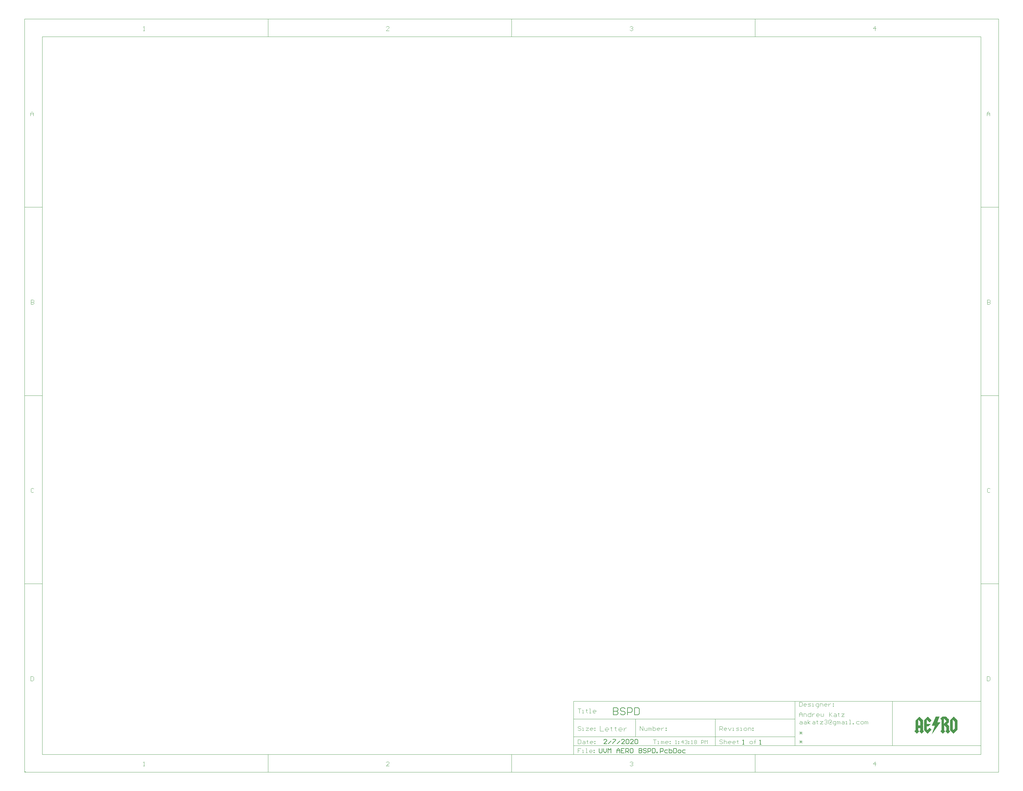
<source format=gbr>
%TF.GenerationSoftware,Altium Limited,Altium Designer,20.0.11 (256)*%
G04 Layer_Color=16711935*
%FSLAX26Y26*%
%MOIN*%
%TF.FileFunction,Other,Sheet*%
%TF.Part,Single*%
G01*
G75*
%TA.AperFunction,NonConductor*%
%ADD113C,0.006000*%
%ADD166C,0.000004*%
%ADD167C,0.003900*%
%ADD168C,0.000500*%
G36*
X9203169Y-374534D02*
X9205236D01*
Y-375223D01*
X9204547D01*
Y-375912D01*
X9206614D01*
Y-376601D01*
X9205925D01*
Y-377290D01*
X9207992D01*
Y-377979D01*
X9207303D01*
Y-378668D01*
X9209370D01*
Y-379357D01*
X9208681D01*
Y-380046D01*
X9210748D01*
Y-380735D01*
X9210059D01*
Y-381424D01*
X9212126D01*
Y-382113D01*
X9211437D01*
Y-382802D01*
X9213504D01*
Y-383491D01*
X9212815D01*
Y-384180D01*
X9214882D01*
Y-384869D01*
X9214193D01*
Y-385558D01*
X9216260D01*
Y-386247D01*
X9215571D01*
Y-386935D01*
X9217638D01*
Y-387624D01*
X9216949D01*
Y-388313D01*
X9219015D01*
Y-389002D01*
X9218326D01*
Y-389691D01*
X9220393D01*
Y-390380D01*
X9219704D01*
Y-391069D01*
X9221771D01*
Y-391758D01*
X9221082D01*
Y-392447D01*
X9223149D01*
Y-393136D01*
X9222460D01*
Y-393825D01*
X9224527D01*
Y-394514D01*
X9223838D01*
Y-395203D01*
X9225905D01*
Y-395892D01*
X9225216D01*
Y-396581D01*
X9227283D01*
Y-397270D01*
X9226594D01*
Y-397959D01*
X9228661D01*
Y-398647D01*
X9227972D01*
Y-399337D01*
X9230039D01*
Y-400026D01*
X9229350D01*
Y-400714D01*
X9231416D01*
Y-401403D01*
X9230728D01*
Y-402092D01*
X9232794D01*
Y-402781D01*
X9232105D01*
Y-403470D01*
X9234172D01*
Y-404159D01*
X9233483D01*
Y-404848D01*
X9235550D01*
Y-405537D01*
X9234861D01*
Y-406226D01*
X9236928D01*
Y-406915D01*
X9236239D01*
Y-407604D01*
X9238306D01*
Y-408293D01*
X9237617D01*
Y-408982D01*
X9239684D01*
Y-409671D01*
X9238995D01*
Y-410360D01*
X9241062D01*
Y-411049D01*
X9240373D01*
Y-411738D01*
X9242440D01*
Y-412427D01*
X9241751D01*
Y-413115D01*
X9243817D01*
Y-413805D01*
X9243129D01*
Y-414493D01*
X9245195D01*
Y-415182D01*
X9244506D01*
Y-415871D01*
X9246573D01*
Y-416560D01*
X9245884D01*
Y-417249D01*
X9245195D01*
Y-417938D01*
X9244506D01*
Y-418627D01*
X9243817D01*
Y-419316D01*
X9243129D01*
Y-420005D01*
X9242440D01*
Y-420694D01*
X9241751D01*
Y-421383D01*
X9241062D01*
Y-422072D01*
X9240373D01*
Y-422761D01*
X9239684D01*
Y-423450D01*
X9238995D01*
Y-424139D01*
X9238306D01*
Y-424828D01*
X9237617D01*
Y-425517D01*
X9236928D01*
Y-426206D01*
X9236239D01*
Y-426894D01*
X9235550D01*
Y-427583D01*
X9234861D01*
Y-428272D01*
X9234172D01*
Y-428961D01*
X9233483D01*
Y-429650D01*
X9232794D01*
Y-430339D01*
X9232105D01*
Y-431028D01*
X9231416D01*
Y-431717D01*
X9230728D01*
Y-432406D01*
X9230039D01*
Y-433095D01*
X9229350D01*
Y-433784D01*
X9228661D01*
Y-434473D01*
X9227972D01*
Y-435162D01*
X9227283D01*
Y-435851D01*
X9226594D01*
Y-436540D01*
X9225905D01*
Y-437229D01*
X9225216D01*
Y-437918D01*
X9224527D01*
Y-438607D01*
X9223838D01*
Y-439296D01*
X9223149D01*
Y-438607D01*
X9222460D01*
Y-437918D01*
X9221771D01*
Y-437229D01*
X9221082D01*
Y-436540D01*
X9220393D01*
Y-435851D01*
X9219704D01*
Y-435162D01*
X9219015D01*
Y-434473D01*
X9218326D01*
Y-433784D01*
X9217638D01*
Y-433095D01*
X9216949D01*
Y-432406D01*
X9216260D01*
Y-431717D01*
X9215571D01*
Y-431028D01*
X9214882D01*
Y-430339D01*
X9214193D01*
Y-429650D01*
X9213504D01*
Y-428961D01*
X9212815D01*
Y-428272D01*
X9212126D01*
Y-427583D01*
X9211437D01*
Y-426894D01*
X9210748D01*
Y-426206D01*
X9210059D01*
Y-425517D01*
X9209370D01*
Y-424828D01*
X9208681D01*
Y-424139D01*
X9207992D01*
Y-423450D01*
X9207303D01*
Y-422761D01*
X9206614D01*
Y-422072D01*
X9205925D01*
Y-421383D01*
X9205236D01*
Y-420694D01*
X9204547D01*
Y-420005D01*
X9203859D01*
Y-419316D01*
X9203169D01*
Y-418627D01*
X9202481D01*
Y-417938D01*
X9201792D01*
Y-417249D01*
X9201103D01*
Y-416560D01*
X9200414D01*
Y-415871D01*
X9199725D01*
Y-415182D01*
X9199036D01*
Y-414493D01*
X9198347D01*
Y-413805D01*
X9197658D01*
Y-413115D01*
X9196969D01*
Y-412427D01*
X9196280D01*
Y-411738D01*
X9195591D01*
Y-411049D01*
X9194902D01*
Y-410360D01*
X9194213D01*
Y-409671D01*
X9193524D01*
Y-408982D01*
X9192835D01*
Y-408293D01*
X9192146D01*
Y-407604D01*
X9191457D01*
Y-406915D01*
X9190769D01*
Y-407604D01*
X9191457D01*
Y-408293D01*
X9190769D01*
Y-408982D01*
X9191457D01*
Y-409671D01*
X9190769D01*
Y-410360D01*
X9191457D01*
Y-411049D01*
X9190769D01*
Y-411738D01*
X9191457D01*
Y-412427D01*
X9190769D01*
Y-413115D01*
X9191457D01*
Y-413805D01*
X9190769D01*
Y-414493D01*
X9191457D01*
Y-415182D01*
X9190769D01*
Y-415871D01*
X9191457D01*
Y-416560D01*
X9190769D01*
Y-417249D01*
X9191457D01*
Y-417938D01*
X9190769D01*
Y-418627D01*
X9191457D01*
Y-419316D01*
X9190769D01*
Y-420005D01*
X9191457D01*
Y-420694D01*
X9190769D01*
Y-421383D01*
X9191457D01*
Y-422072D01*
X9190769D01*
Y-422761D01*
X9191457D01*
Y-423450D01*
X9190769D01*
Y-424139D01*
X9191457D01*
Y-424828D01*
X9190769D01*
Y-425517D01*
X9191457D01*
Y-426206D01*
X9190769D01*
Y-426894D01*
X9191457D01*
Y-427583D01*
X9190769D01*
Y-428272D01*
X9191457D01*
Y-428961D01*
X9190769D01*
Y-429650D01*
X9191457D01*
Y-430339D01*
X9190769D01*
Y-431028D01*
X9191457D01*
Y-431717D01*
X9190769D01*
Y-432406D01*
X9191457D01*
Y-433095D01*
X9190769D01*
Y-433784D01*
X9191457D01*
Y-434473D01*
X9190769D01*
Y-435162D01*
X9191457D01*
Y-435851D01*
X9190769D01*
Y-436540D01*
X9191457D01*
Y-437229D01*
X9190769D01*
Y-437918D01*
X9191457D01*
Y-438607D01*
X9190769D01*
Y-439296D01*
X9191457D01*
Y-439985D01*
X9190769D01*
Y-440673D01*
X9191457D01*
Y-441362D01*
X9190769D01*
Y-442051D01*
X9191457D01*
Y-442740D01*
X9190769D01*
Y-443429D01*
X9191457D01*
Y-444118D01*
X9190769D01*
Y-444807D01*
X9191457D01*
Y-445496D01*
X9190769D01*
Y-446185D01*
X9191457D01*
Y-446874D01*
X9190769D01*
Y-447563D01*
X9191457D01*
Y-448252D01*
X9190769D01*
Y-448941D01*
X9191457D01*
Y-449630D01*
X9190769D01*
Y-450319D01*
X9191457D01*
Y-451008D01*
X9190769D01*
Y-451697D01*
X9191457D01*
Y-452386D01*
X9190769D01*
Y-453075D01*
X9191457D01*
Y-453763D01*
X9190769D01*
Y-454452D01*
X9191457D01*
Y-455141D01*
X9192146D01*
Y-455830D01*
X9192835D01*
Y-455141D01*
X9193524D01*
Y-454452D01*
X9194213D01*
Y-455141D01*
X9194902D01*
Y-455830D01*
X9195591D01*
Y-455141D01*
X9196280D01*
Y-454452D01*
X9196969D01*
Y-455141D01*
X9197658D01*
Y-455830D01*
X9198347D01*
Y-455141D01*
X9199036D01*
Y-454452D01*
X9199725D01*
Y-455141D01*
X9200414D01*
Y-455830D01*
X9201103D01*
Y-455141D01*
X9201792D01*
Y-454452D01*
X9202481D01*
Y-455141D01*
X9203169D01*
Y-455830D01*
X9203859D01*
Y-455141D01*
X9204547D01*
Y-454452D01*
X9205236D01*
Y-455141D01*
X9205925D01*
Y-455830D01*
X9206614D01*
Y-455141D01*
X9207303D01*
Y-454452D01*
X9207992D01*
Y-455141D01*
X9208681D01*
Y-455830D01*
X9209370D01*
Y-455141D01*
X9210059D01*
Y-454452D01*
X9210748D01*
Y-455141D01*
X9211437D01*
Y-455830D01*
X9212126D01*
Y-455141D01*
X9212815D01*
Y-454452D01*
X9213504D01*
Y-455141D01*
X9214193D01*
Y-455830D01*
X9214882D01*
Y-455141D01*
X9215571D01*
Y-454452D01*
X9216260D01*
Y-455141D01*
X9216949D01*
Y-455830D01*
X9217638D01*
Y-455141D01*
X9218326D01*
Y-454452D01*
X9219015D01*
Y-455141D01*
X9219704D01*
Y-455830D01*
X9220393D01*
Y-455141D01*
X9221082D01*
Y-454452D01*
X9221771D01*
Y-455141D01*
X9222460D01*
Y-455830D01*
X9223149D01*
Y-455141D01*
X9223838D01*
Y-454452D01*
X9224527D01*
Y-455141D01*
X9225216D01*
Y-455830D01*
X9225905D01*
Y-455141D01*
X9226594D01*
Y-454452D01*
X9227283D01*
Y-455141D01*
X9227972D01*
Y-455830D01*
X9228661D01*
Y-455141D01*
X9229350D01*
Y-454452D01*
X9230039D01*
Y-455141D01*
X9230728D01*
Y-455830D01*
X9231416D01*
Y-455141D01*
X9232105D01*
Y-454452D01*
X9232794D01*
Y-455141D01*
X9233483D01*
Y-455830D01*
X9234172D01*
Y-455141D01*
X9234861D01*
Y-455830D01*
X9235550D01*
Y-456519D01*
X9234861D01*
Y-457208D01*
X9234172D01*
Y-457897D01*
X9232794D01*
Y-458586D01*
Y-459275D01*
X9231416D01*
Y-459964D01*
Y-460653D01*
X9230039D01*
Y-461342D01*
Y-462031D01*
X9229350D01*
Y-462720D01*
X9228661D01*
Y-463409D01*
X9227283D01*
Y-464098D01*
Y-464787D01*
X9225905D01*
Y-465476D01*
Y-466164D01*
X9224527D01*
Y-466854D01*
Y-467543D01*
X9223838D01*
Y-468231D01*
X9223149D01*
Y-468920D01*
X9222460D01*
Y-469609D01*
X9221771D01*
Y-470298D01*
X9221082D01*
Y-470987D01*
X9220393D01*
Y-471676D01*
X9219704D01*
Y-472365D01*
X9219015D01*
Y-473054D01*
X9218326D01*
Y-473743D01*
X9217638D01*
Y-474432D01*
X9216949D01*
Y-475121D01*
X9216260D01*
Y-475810D01*
X9215571D01*
Y-476499D01*
X9214882D01*
Y-477188D01*
X9214193D01*
Y-477877D01*
X9213504D01*
Y-478566D01*
X9212815D01*
Y-479255D01*
X9212126D01*
Y-479943D01*
X9211437D01*
Y-480632D01*
X9210748D01*
Y-481322D01*
X9210059D01*
Y-482010D01*
X9209370D01*
Y-482699D01*
X9208681D01*
Y-483388D01*
X9207992D01*
Y-484077D01*
X9190769D01*
Y-484766D01*
X9191457D01*
Y-485455D01*
X9190769D01*
Y-486144D01*
X9191457D01*
Y-486833D01*
X9190769D01*
Y-487522D01*
X9191457D01*
Y-488211D01*
X9190769D01*
Y-488900D01*
X9191457D01*
Y-489589D01*
X9190769D01*
Y-490278D01*
X9191457D01*
Y-490967D01*
X9190769D01*
Y-491656D01*
X9191457D01*
Y-492345D01*
X9190769D01*
Y-493034D01*
X9191457D01*
Y-493723D01*
X9190769D01*
Y-494411D01*
X9191457D01*
Y-495100D01*
X9190769D01*
Y-495789D01*
X9191457D01*
Y-496478D01*
X9190769D01*
Y-497167D01*
X9191457D01*
Y-497856D01*
X9190769D01*
Y-498545D01*
X9191457D01*
Y-499234D01*
X9190769D01*
Y-499923D01*
X9191457D01*
Y-500612D01*
X9190769D01*
Y-501301D01*
X9191457D01*
Y-501990D01*
X9190769D01*
Y-502679D01*
X9191457D01*
Y-503368D01*
X9190769D01*
Y-504057D01*
X9191457D01*
Y-504746D01*
X9190769D01*
Y-505435D01*
X9191457D01*
Y-506124D01*
X9190769D01*
Y-506812D01*
X9191457D01*
Y-507502D01*
X9190769D01*
Y-508190D01*
X9191457D01*
Y-508879D01*
X9190769D01*
Y-509568D01*
X9191457D01*
Y-510257D01*
X9190769D01*
Y-510946D01*
X9191457D01*
Y-511635D01*
X9190769D01*
Y-512324D01*
X9191457D01*
Y-513013D01*
X9190769D01*
Y-513702D01*
X9191457D01*
Y-514391D01*
X9190769D01*
Y-515080D01*
X9191457D01*
Y-515769D01*
X9190769D01*
Y-516458D01*
X9191457D01*
Y-517147D01*
X9190769D01*
Y-517836D01*
X9192146D01*
Y-518525D01*
Y-519214D01*
X9194213D01*
Y-519903D01*
Y-520591D01*
X9195591D01*
Y-521280D01*
X9194902D01*
Y-521969D01*
X9196969D01*
Y-522658D01*
Y-523347D01*
X9198347D01*
Y-524036D01*
Y-524725D01*
X9199725D01*
Y-524036D01*
Y-523347D01*
X9201103D01*
Y-522658D01*
X9200414D01*
Y-521969D01*
X9202481D01*
Y-521280D01*
Y-520591D01*
X9203859D01*
Y-519903D01*
X9203169D01*
Y-519214D01*
X9205236D01*
Y-518525D01*
Y-517836D01*
X9206614D01*
Y-517147D01*
X9205925D01*
Y-516458D01*
X9207992D01*
Y-515769D01*
X9208681D01*
Y-515080D01*
X9209370D01*
Y-514391D01*
X9208681D01*
Y-513702D01*
X9210748D01*
Y-513013D01*
Y-512324D01*
X9212126D01*
Y-511635D01*
X9211437D01*
Y-510946D01*
X9213504D01*
Y-510257D01*
Y-509568D01*
X9214882D01*
Y-508879D01*
X9214193D01*
Y-508190D01*
X9216260D01*
Y-507502D01*
Y-506812D01*
X9217638D01*
Y-506124D01*
X9216949D01*
Y-505435D01*
X9219015D01*
Y-504746D01*
X9219704D01*
Y-504057D01*
X9220393D01*
Y-503368D01*
X9219704D01*
Y-502679D01*
X9221771D01*
Y-501990D01*
Y-501301D01*
X9223149D01*
Y-500612D01*
X9222460D01*
Y-499923D01*
X9223149D01*
Y-500612D01*
X9223838D01*
Y-501301D01*
X9224527D01*
Y-501990D01*
X9225216D01*
Y-502679D01*
X9225905D01*
Y-503368D01*
X9226594D01*
Y-504057D01*
X9227283D01*
Y-504746D01*
X9227972D01*
Y-505435D01*
X9228661D01*
Y-506124D01*
X9229350D01*
Y-506812D01*
X9230039D01*
Y-507502D01*
X9230728D01*
Y-508190D01*
X9231416D01*
Y-508879D01*
X9232105D01*
Y-509568D01*
X9232794D01*
Y-510257D01*
X9233483D01*
Y-510946D01*
X9234172D01*
Y-511635D01*
X9234861D01*
Y-512324D01*
X9235550D01*
Y-513013D01*
X9236239D01*
Y-513702D01*
X9236928D01*
Y-514391D01*
X9237617D01*
Y-515080D01*
X9238306D01*
Y-515769D01*
X9238995D01*
Y-516458D01*
X9240373D01*
Y-517147D01*
Y-517836D01*
X9241751D01*
Y-518525D01*
Y-519214D01*
X9243129D01*
Y-519903D01*
Y-520591D01*
X9243817D01*
Y-521280D01*
X9244506D01*
Y-521969D01*
X9245195D01*
Y-522658D01*
X9243817D01*
Y-523347D01*
Y-524036D01*
X9241751D01*
Y-524725D01*
X9242440D01*
Y-525414D01*
X9241062D01*
Y-526103D01*
Y-526792D01*
X9238995D01*
Y-527481D01*
X9239684D01*
Y-528170D01*
X9238306D01*
Y-528859D01*
Y-529548D01*
X9236239D01*
Y-530237D01*
X9236928D01*
Y-530926D01*
X9235550D01*
Y-531615D01*
Y-532304D01*
X9233483D01*
Y-532993D01*
X9234172D01*
Y-533682D01*
X9232794D01*
Y-534370D01*
Y-535059D01*
X9230728D01*
Y-535748D01*
X9231416D01*
Y-536437D01*
X9229350D01*
Y-537126D01*
X9230039D01*
Y-537815D01*
X9227972D01*
Y-538504D01*
X9228661D01*
Y-539193D01*
X9226594D01*
Y-539882D01*
X9227283D01*
Y-540571D01*
X9225216D01*
Y-541260D01*
X9225905D01*
Y-541949D01*
X9223838D01*
Y-542638D01*
X9224527D01*
Y-543327D01*
X9222460D01*
Y-544016D01*
X9223149D01*
Y-544705D01*
X9221082D01*
Y-545394D01*
X9221771D01*
Y-546083D01*
X9219704D01*
Y-546771D01*
X9220393D01*
Y-547461D01*
X9218326D01*
Y-548149D01*
X9219015D01*
Y-548838D01*
X9218326D01*
Y-548149D01*
X9217638D01*
Y-548838D01*
X9216949D01*
Y-549527D01*
X9217638D01*
Y-550216D01*
X9215571D01*
Y-550905D01*
X9216260D01*
Y-551594D01*
X9214193D01*
Y-552283D01*
X9214882D01*
Y-552972D01*
X9212815D01*
Y-553661D01*
X9213504D01*
Y-554350D01*
X9212815D01*
Y-553661D01*
X9212126D01*
Y-554350D01*
X9211437D01*
Y-555039D01*
X9212126D01*
Y-555728D01*
X9210059D01*
Y-556417D01*
X9210748D01*
Y-557106D01*
X9208681D01*
Y-557795D01*
X9209370D01*
Y-558484D01*
X9207303D01*
Y-559173D01*
X9206614D01*
Y-559862D01*
X9205925D01*
Y-560551D01*
X9206614D01*
Y-561240D01*
X9204547D01*
Y-561928D01*
X9203859D01*
Y-562617D01*
X9203169D01*
Y-563306D01*
X9203859D01*
Y-563995D01*
X9203169D01*
Y-563306D01*
X9202481D01*
Y-563995D01*
X9201792D01*
Y-564684D01*
X9201103D01*
Y-565373D01*
X9200414D01*
Y-566062D01*
X9199725D01*
Y-565373D01*
X9199036D01*
Y-564684D01*
X9198347D01*
Y-563995D01*
X9197658D01*
Y-563306D01*
X9196969D01*
Y-562617D01*
X9196280D01*
Y-561928D01*
X9195591D01*
Y-561240D01*
X9194902D01*
Y-560551D01*
X9194213D01*
Y-559862D01*
X9193524D01*
Y-559173D01*
X9192835D01*
Y-558484D01*
X9192146D01*
Y-557795D01*
X9192835D01*
Y-557106D01*
X9190769D01*
Y-556417D01*
X9191457D01*
Y-555728D01*
X9189391D01*
Y-555039D01*
X9190079D01*
Y-554350D01*
X9188013D01*
Y-553661D01*
X9188702D01*
Y-552972D01*
X9186635D01*
Y-552283D01*
X9187324D01*
Y-551594D01*
X9185257D01*
Y-550905D01*
X9185946D01*
Y-550216D01*
X9183879D01*
Y-549527D01*
X9184568D01*
Y-548838D01*
X9182501D01*
Y-548149D01*
X9183190D01*
Y-547461D01*
X9181123D01*
Y-546771D01*
X9181812D01*
Y-546083D01*
X9179745D01*
Y-545394D01*
X9180434D01*
Y-544705D01*
X9178368D01*
Y-544016D01*
X9179056D01*
Y-543327D01*
X9176989D01*
Y-542638D01*
X9177678D01*
Y-541949D01*
X9175612D01*
Y-541260D01*
X9176301D01*
Y-540571D01*
X9174234D01*
Y-539882D01*
X9174923D01*
Y-539193D01*
X9172856D01*
Y-538504D01*
X9173545D01*
Y-537815D01*
X9171478D01*
Y-537126D01*
X9172167D01*
Y-536437D01*
X9170100D01*
Y-535748D01*
X9170789D01*
Y-535059D01*
X9168722D01*
Y-534370D01*
X9169411D01*
Y-533682D01*
X9167344D01*
Y-532993D01*
X9168033D01*
Y-532304D01*
X9165966D01*
Y-531615D01*
X9166655D01*
Y-530926D01*
X9164588D01*
Y-530237D01*
X9165277D01*
Y-529548D01*
X9163210D01*
Y-528859D01*
X9163899D01*
Y-528170D01*
X9161833D01*
Y-527481D01*
X9162522D01*
Y-526792D01*
X9161833D01*
Y-526103D01*
X9161144D01*
Y-525414D01*
X9161833D01*
Y-524725D01*
X9161144D01*
Y-524036D01*
X9161833D01*
Y-523347D01*
X9161144D01*
Y-522658D01*
X9161833D01*
Y-521969D01*
X9161144D01*
Y-521280D01*
X9161833D01*
Y-520591D01*
X9161144D01*
Y-519903D01*
X9161833D01*
Y-519214D01*
X9161144D01*
Y-518525D01*
X9161833D01*
Y-517836D01*
X9161144D01*
Y-517147D01*
X9161833D01*
Y-516458D01*
X9161144D01*
Y-515769D01*
X9161833D01*
Y-515080D01*
X9161144D01*
Y-514391D01*
X9161833D01*
Y-513702D01*
X9161144D01*
Y-513013D01*
X9161833D01*
Y-512324D01*
X9161144D01*
Y-511635D01*
X9161833D01*
Y-510946D01*
X9161144D01*
Y-510257D01*
X9161833D01*
Y-509568D01*
X9161144D01*
Y-508879D01*
X9161833D01*
Y-508190D01*
X9161144D01*
Y-507502D01*
X9161833D01*
Y-506812D01*
X9161144D01*
Y-506124D01*
X9161833D01*
Y-505435D01*
X9161144D01*
Y-504746D01*
X9161833D01*
Y-504057D01*
X9161144D01*
Y-503368D01*
X9161833D01*
Y-502679D01*
X9161144D01*
Y-501990D01*
X9161833D01*
Y-501301D01*
X9161144D01*
Y-500612D01*
X9161833D01*
Y-499923D01*
X9161144D01*
Y-499234D01*
X9161833D01*
Y-498545D01*
X9161144D01*
Y-497856D01*
X9161833D01*
Y-497167D01*
X9161144D01*
Y-496478D01*
X9161833D01*
Y-495789D01*
X9161144D01*
Y-495100D01*
X9161833D01*
Y-494411D01*
X9161144D01*
Y-493723D01*
X9161833D01*
Y-493034D01*
X9161144D01*
Y-492345D01*
X9161833D01*
Y-491656D01*
X9161144D01*
Y-490967D01*
X9161833D01*
Y-490278D01*
X9161144D01*
Y-489589D01*
X9161833D01*
Y-488900D01*
X9161144D01*
Y-488211D01*
X9161833D01*
Y-487522D01*
X9161144D01*
Y-486833D01*
X9161833D01*
Y-486144D01*
X9161144D01*
Y-485455D01*
X9161833D01*
Y-484766D01*
X9161144D01*
Y-484077D01*
X9161833D01*
Y-483388D01*
X9161144D01*
Y-482699D01*
X9161833D01*
Y-482010D01*
X9161144D01*
Y-481322D01*
X9161833D01*
Y-480632D01*
X9161144D01*
Y-479943D01*
X9161833D01*
Y-479255D01*
X9161144D01*
Y-478566D01*
X9161833D01*
Y-477877D01*
X9161144D01*
Y-477188D01*
X9161833D01*
Y-476499D01*
X9161144D01*
Y-475810D01*
X9161833D01*
Y-475121D01*
X9161144D01*
Y-474432D01*
X9161833D01*
Y-473743D01*
X9161144D01*
Y-473054D01*
X9161833D01*
Y-472365D01*
X9161144D01*
Y-471676D01*
X9161833D01*
Y-470987D01*
X9161144D01*
Y-470298D01*
X9161833D01*
Y-469609D01*
X9161144D01*
Y-468920D01*
X9161833D01*
Y-468231D01*
X9161144D01*
Y-467543D01*
X9161833D01*
Y-466854D01*
X9161144D01*
Y-466164D01*
X9161833D01*
Y-465476D01*
X9161144D01*
Y-464787D01*
X9161833D01*
Y-464098D01*
X9161144D01*
Y-463409D01*
X9161833D01*
Y-462720D01*
X9161144D01*
Y-462031D01*
X9161833D01*
Y-461342D01*
X9161144D01*
Y-460653D01*
X9161833D01*
Y-459964D01*
X9161144D01*
Y-459275D01*
X9161833D01*
Y-458586D01*
X9161144D01*
Y-457897D01*
X9161833D01*
Y-457208D01*
X9161144D01*
Y-456519D01*
X9161833D01*
Y-455830D01*
X9161144D01*
Y-455141D01*
X9161833D01*
Y-454452D01*
X9161144D01*
Y-453763D01*
X9161833D01*
Y-453075D01*
X9161144D01*
Y-452386D01*
X9161833D01*
Y-451697D01*
X9161144D01*
Y-451008D01*
X9161833D01*
Y-450319D01*
X9161144D01*
Y-449630D01*
X9161833D01*
Y-448941D01*
X9161144D01*
Y-448252D01*
X9161833D01*
Y-447563D01*
X9161144D01*
Y-446874D01*
X9161833D01*
Y-446185D01*
X9161144D01*
Y-445496D01*
X9161833D01*
Y-444807D01*
X9161144D01*
Y-444118D01*
X9161833D01*
Y-443429D01*
X9161144D01*
Y-442740D01*
X9161833D01*
Y-442051D01*
X9161144D01*
Y-441362D01*
X9161833D01*
Y-440673D01*
X9161144D01*
Y-439985D01*
X9161833D01*
Y-439296D01*
X9161144D01*
Y-438607D01*
X9161833D01*
Y-437918D01*
X9161144D01*
Y-437229D01*
X9161833D01*
Y-436540D01*
X9161144D01*
Y-435851D01*
X9161833D01*
Y-435162D01*
X9161144D01*
Y-434473D01*
X9161833D01*
Y-433784D01*
X9161144D01*
Y-433095D01*
X9161833D01*
Y-432406D01*
X9161144D01*
Y-431717D01*
X9161833D01*
Y-431028D01*
X9161144D01*
Y-430339D01*
X9161833D01*
Y-429650D01*
X9161144D01*
Y-428961D01*
X9161833D01*
Y-428272D01*
X9161144D01*
Y-427583D01*
X9161833D01*
Y-426894D01*
X9161144D01*
Y-426206D01*
X9161833D01*
Y-425517D01*
X9161144D01*
Y-424828D01*
X9161833D01*
Y-424139D01*
X9161144D01*
Y-423450D01*
X9161833D01*
Y-422761D01*
X9161144D01*
Y-422072D01*
X9161833D01*
Y-421383D01*
X9161144D01*
Y-420694D01*
X9161833D01*
Y-420005D01*
X9161144D01*
Y-419316D01*
X9161833D01*
Y-418627D01*
X9161144D01*
Y-417938D01*
X9161833D01*
Y-417249D01*
X9161144D01*
Y-416560D01*
X9161833D01*
Y-415871D01*
X9161144D01*
Y-415182D01*
X9161833D01*
Y-414493D01*
X9162522D01*
Y-413805D01*
X9163210D01*
Y-413115D01*
X9163899D01*
Y-412427D01*
Y-411738D01*
X9165277D01*
Y-411049D01*
X9165966D01*
Y-410360D01*
X9166655D01*
Y-409671D01*
Y-408982D01*
X9168033D01*
Y-408293D01*
X9168722D01*
Y-407604D01*
X9169411D01*
Y-406915D01*
Y-406226D01*
X9170789D01*
Y-405537D01*
X9171478D01*
Y-404848D01*
X9172167D01*
Y-404159D01*
Y-403470D01*
X9173545D01*
Y-402781D01*
X9174234D01*
Y-402092D01*
X9174923D01*
Y-401403D01*
Y-400714D01*
X9176301D01*
Y-400026D01*
X9176989D01*
Y-399337D01*
X9177678D01*
Y-398647D01*
Y-397959D01*
X9179056D01*
Y-397270D01*
X9179745D01*
Y-396581D01*
X9180434D01*
Y-395892D01*
Y-395203D01*
X9181812D01*
Y-394514D01*
X9182501D01*
Y-393825D01*
X9183190D01*
Y-393136D01*
Y-392447D01*
X9184568D01*
Y-391758D01*
X9185257D01*
Y-391069D01*
X9185946D01*
Y-390380D01*
Y-389691D01*
X9187324D01*
Y-389002D01*
X9188013D01*
Y-388313D01*
X9188702D01*
Y-387624D01*
Y-386935D01*
X9190079D01*
Y-386247D01*
X9190769D01*
Y-385558D01*
X9191457D01*
Y-384869D01*
Y-384180D01*
X9192835D01*
Y-383491D01*
X9193524D01*
Y-382802D01*
X9194213D01*
Y-382113D01*
Y-381424D01*
X9195591D01*
Y-380735D01*
X9196280D01*
Y-380046D01*
X9196969D01*
Y-379357D01*
Y-378668D01*
X9198347D01*
Y-377979D01*
X9199036D01*
Y-377290D01*
X9199725D01*
Y-376601D01*
Y-375912D01*
X9201103D01*
Y-375223D01*
X9201792D01*
Y-374534D01*
X9202481D01*
Y-373845D01*
X9203169D01*
Y-374534D01*
D02*
G37*
G36*
X9108784Y-373845D02*
X9109473D01*
Y-374534D01*
X9110162D01*
Y-375223D01*
X9110851D01*
Y-375912D01*
X9111539D01*
Y-376601D01*
X9112228D01*
Y-377290D01*
X9112917D01*
Y-377979D01*
X9113606D01*
Y-378668D01*
X9114295D01*
Y-379357D01*
X9114984D01*
Y-380046D01*
X9115673D01*
Y-380735D01*
X9116362D01*
Y-381424D01*
X9117051D01*
Y-382113D01*
X9117740D01*
Y-382802D01*
X9118429D01*
Y-383491D01*
X9119118D01*
Y-384180D01*
X9119807D01*
Y-384869D01*
X9120496D01*
Y-385558D01*
X9121185D01*
Y-386247D01*
X9121874D01*
Y-386935D01*
X9122562D01*
Y-387624D01*
X9123252D01*
Y-388313D01*
X9123941D01*
Y-389002D01*
X9124629D01*
Y-389691D01*
X9125318D01*
Y-390380D01*
X9126007D01*
Y-391069D01*
X9126696D01*
Y-391758D01*
X9127385D01*
Y-392447D01*
X9128074D01*
Y-393136D01*
X9128763D01*
Y-393825D01*
X9129452D01*
Y-394514D01*
X9130141D01*
Y-395203D01*
X9130830D01*
Y-395892D01*
X9131519D01*
Y-396581D01*
X9132208D01*
Y-397270D01*
X9132897D01*
Y-397959D01*
X9133586D01*
Y-398647D01*
X9134275D01*
Y-399337D01*
X9134964D01*
Y-400026D01*
X9135653D01*
Y-400714D01*
X9136342D01*
Y-401403D01*
X9137030D01*
Y-402092D01*
X9137719D01*
Y-402781D01*
X9138408D01*
Y-403470D01*
X9139097D01*
Y-404159D01*
X9139786D01*
Y-404848D01*
X9140475D01*
Y-405537D01*
X9141164D01*
Y-406226D01*
X9141853D01*
Y-406915D01*
X9142542D01*
Y-407604D01*
X9143231D01*
Y-408293D01*
X9143920D01*
Y-408982D01*
X9144609D01*
Y-409671D01*
X9145298D01*
Y-410360D01*
X9145987D01*
Y-411049D01*
X9146676D01*
Y-411738D01*
X9147365D01*
Y-412427D01*
X9148054D01*
Y-413115D01*
X9148743D01*
Y-413805D01*
X9149432D01*
Y-414493D01*
X9150121D01*
Y-415182D01*
X9149432D01*
Y-415871D01*
X9150121D01*
Y-416560D01*
X9149432D01*
Y-417249D01*
X9150121D01*
Y-417938D01*
X9149432D01*
Y-418627D01*
X9150121D01*
Y-419316D01*
X9149432D01*
Y-420005D01*
X9150121D01*
Y-420694D01*
X9149432D01*
Y-421383D01*
X9150121D01*
Y-422072D01*
X9149432D01*
Y-422761D01*
X9150121D01*
Y-423450D01*
X9149432D01*
Y-424139D01*
X9150121D01*
Y-424828D01*
X9149432D01*
Y-425517D01*
X9150121D01*
Y-426206D01*
X9149432D01*
Y-426894D01*
X9150121D01*
Y-427583D01*
X9149432D01*
Y-428272D01*
X9150121D01*
Y-428961D01*
X9149432D01*
Y-429650D01*
X9150121D01*
Y-430339D01*
X9149432D01*
Y-431028D01*
X9150121D01*
Y-431717D01*
X9149432D01*
Y-432406D01*
X9150121D01*
Y-433095D01*
X9149432D01*
Y-433784D01*
X9150121D01*
Y-434473D01*
X9149432D01*
Y-435162D01*
X9150121D01*
Y-435851D01*
X9149432D01*
Y-436540D01*
X9150121D01*
Y-437229D01*
X9149432D01*
Y-437918D01*
X9150121D01*
Y-438607D01*
X9149432D01*
Y-439296D01*
X9150121D01*
Y-439985D01*
X9149432D01*
Y-440673D01*
X9150121D01*
Y-441362D01*
X9149432D01*
Y-442051D01*
X9150121D01*
Y-442740D01*
X9149432D01*
Y-443429D01*
X9150121D01*
Y-444118D01*
X9149432D01*
Y-444807D01*
X9150121D01*
Y-445496D01*
X9149432D01*
Y-446185D01*
X9150121D01*
Y-446874D01*
X9149432D01*
Y-447563D01*
X9150121D01*
Y-448252D01*
X9149432D01*
Y-448941D01*
X9150121D01*
Y-449630D01*
X9149432D01*
Y-450319D01*
X9150121D01*
Y-451008D01*
X9149432D01*
Y-451697D01*
X9150121D01*
Y-452386D01*
X9149432D01*
Y-453075D01*
X9150121D01*
Y-453763D01*
X9149432D01*
Y-454452D01*
X9150121D01*
Y-455141D01*
X9149432D01*
Y-455830D01*
X9150121D01*
Y-456519D01*
X9149432D01*
Y-457208D01*
X9150121D01*
Y-457897D01*
X9149432D01*
Y-458586D01*
X9150121D01*
Y-459275D01*
X9149432D01*
Y-459964D01*
X9150121D01*
Y-460653D01*
X9149432D01*
Y-461342D01*
X9150121D01*
Y-462031D01*
X9149432D01*
Y-462720D01*
X9150121D01*
Y-463409D01*
X9149432D01*
Y-464098D01*
X9150121D01*
Y-464787D01*
X9149432D01*
Y-465476D01*
X9150121D01*
Y-466164D01*
X9149432D01*
Y-466854D01*
X9150121D01*
Y-467543D01*
X9149432D01*
Y-468231D01*
X9150121D01*
Y-468920D01*
X9149432D01*
Y-469609D01*
X9150121D01*
Y-470298D01*
X9149432D01*
Y-470987D01*
X9150121D01*
Y-471676D01*
X9149432D01*
Y-472365D01*
X9150121D01*
Y-473054D01*
X9149432D01*
Y-473743D01*
X9150121D01*
Y-474432D01*
X9149432D01*
Y-475121D01*
X9150121D01*
Y-475810D01*
X9149432D01*
Y-476499D01*
X9150121D01*
Y-477188D01*
X9149432D01*
Y-477877D01*
X9150121D01*
Y-478566D01*
X9149432D01*
Y-479255D01*
X9150121D01*
Y-479943D01*
X9149432D01*
Y-480632D01*
X9150121D01*
Y-481322D01*
X9149432D01*
Y-482010D01*
X9150121D01*
Y-482699D01*
X9149432D01*
Y-483388D01*
X9150121D01*
Y-484077D01*
X9149432D01*
Y-484766D01*
X9150121D01*
Y-485455D01*
X9149432D01*
Y-486144D01*
X9150121D01*
Y-486833D01*
X9149432D01*
Y-487522D01*
X9150121D01*
Y-488211D01*
X9149432D01*
Y-488900D01*
X9150121D01*
Y-489589D01*
X9149432D01*
Y-490278D01*
X9150121D01*
Y-490967D01*
X9149432D01*
Y-491656D01*
X9150121D01*
Y-492345D01*
X9149432D01*
Y-493034D01*
X9150121D01*
Y-493723D01*
X9149432D01*
Y-494411D01*
X9150121D01*
Y-495100D01*
X9149432D01*
Y-495789D01*
X9150121D01*
Y-496478D01*
X9149432D01*
Y-497167D01*
X9150121D01*
Y-497856D01*
X9149432D01*
Y-498545D01*
X9150121D01*
Y-499234D01*
X9149432D01*
Y-499923D01*
X9150121D01*
Y-500612D01*
X9149432D01*
Y-501301D01*
X9150121D01*
Y-501990D01*
X9149432D01*
Y-502679D01*
X9150121D01*
Y-503368D01*
X9149432D01*
Y-504057D01*
X9150121D01*
Y-504746D01*
X9149432D01*
Y-505435D01*
X9150121D01*
Y-506124D01*
X9149432D01*
Y-506812D01*
X9150121D01*
Y-507502D01*
X9149432D01*
Y-508190D01*
X9150121D01*
Y-508879D01*
X9149432D01*
Y-509568D01*
X9150121D01*
Y-510257D01*
X9149432D01*
Y-510946D01*
X9150121D01*
Y-511635D01*
X9149432D01*
Y-512324D01*
X9150121D01*
Y-513013D01*
X9149432D01*
Y-513702D01*
X9150121D01*
Y-514391D01*
X9149432D01*
Y-515080D01*
X9150121D01*
Y-515769D01*
X9149432D01*
Y-516458D01*
X9150121D01*
Y-517147D01*
X9149432D01*
Y-517836D01*
X9150121D01*
Y-518525D01*
X9149432D01*
Y-519214D01*
X9150121D01*
Y-519903D01*
X9149432D01*
Y-520591D01*
X9150121D01*
Y-521280D01*
X9149432D01*
Y-521969D01*
X9150121D01*
Y-522658D01*
X9149432D01*
Y-523347D01*
X9150121D01*
Y-524036D01*
X9149432D01*
Y-524725D01*
X9150121D01*
Y-525414D01*
X9149432D01*
Y-526103D01*
X9150121D01*
Y-526792D01*
Y-527481D01*
X9151498D01*
Y-528170D01*
Y-528859D01*
X9152876D01*
Y-529548D01*
X9152187D01*
Y-530237D01*
X9154254D01*
Y-530926D01*
X9153565D01*
Y-531615D01*
X9155632D01*
Y-532304D01*
X9154943D01*
Y-532993D01*
X9155632D01*
Y-533682D01*
X9156321D01*
Y-534370D01*
X9157010D01*
Y-535059D01*
X9157699D01*
Y-535748D01*
X9158388D01*
Y-536437D01*
X9159077D01*
Y-537126D01*
X9159766D01*
Y-537815D01*
X9160455D01*
Y-538504D01*
X9161144D01*
Y-539193D01*
X9160455D01*
Y-539882D01*
X9159766D01*
Y-540571D01*
X9159077D01*
Y-541260D01*
X9158388D01*
Y-541949D01*
X9157699D01*
Y-542638D01*
X9157010D01*
Y-543327D01*
X9156321D01*
Y-544016D01*
X9155632D01*
Y-544705D01*
X9154943D01*
Y-545394D01*
X9154254D01*
Y-546083D01*
X9153565D01*
Y-546771D01*
X9152876D01*
Y-547461D01*
X9152187D01*
Y-548149D01*
X9151498D01*
Y-548838D01*
X9150809D01*
Y-549527D01*
X9150121D01*
Y-550216D01*
X9149432D01*
Y-550905D01*
X9148743D01*
Y-551594D01*
X9148054D01*
Y-552283D01*
X9147365D01*
Y-552972D01*
X9146676D01*
Y-553661D01*
X9145987D01*
Y-554350D01*
X9145298D01*
Y-555039D01*
X9144609D01*
Y-555728D01*
X9143920D01*
Y-556417D01*
X9143231D01*
Y-557106D01*
X9142542D01*
Y-557795D01*
X9141853D01*
Y-558484D01*
X9141164D01*
Y-559173D01*
X9140475D01*
Y-559862D01*
X9139786D01*
Y-560551D01*
X9139097D01*
Y-561240D01*
X9138408D01*
Y-561928D01*
X9137719D01*
Y-562617D01*
X9137030D01*
Y-563306D01*
X9136342D01*
Y-563995D01*
X9135653D01*
Y-564684D01*
X9134964D01*
Y-565373D01*
X9134275D01*
Y-566062D01*
X9133586D01*
Y-565373D01*
X9132897D01*
Y-564684D01*
X9132208D01*
Y-563995D01*
X9131519D01*
Y-563306D01*
X9130830D01*
Y-562617D01*
X9130141D01*
Y-561928D01*
X9129452D01*
Y-561240D01*
X9128763D01*
Y-560551D01*
X9128074D01*
Y-559862D01*
X9127385D01*
Y-559173D01*
X9126696D01*
Y-558484D01*
X9126007D01*
Y-557795D01*
X9125318D01*
Y-557106D01*
X9124629D01*
Y-556417D01*
X9123941D01*
Y-555728D01*
X9123252D01*
Y-555039D01*
X9122562D01*
Y-554350D01*
X9121874D01*
Y-553661D01*
X9121185D01*
Y-552972D01*
X9120496D01*
Y-552283D01*
X9119807D01*
Y-551594D01*
X9119118D01*
Y-550905D01*
X9118429D01*
Y-550216D01*
X9117740D01*
Y-549527D01*
X9118429D01*
Y-548838D01*
X9116362D01*
Y-548149D01*
X9117051D01*
Y-547461D01*
X9114984D01*
Y-546771D01*
X9115673D01*
Y-546083D01*
X9113606D01*
Y-545394D01*
X9114295D01*
Y-544705D01*
X9112228D01*
Y-544016D01*
X9112917D01*
Y-543327D01*
X9110851D01*
Y-542638D01*
X9111539D01*
Y-541949D01*
X9109473D01*
Y-541260D01*
X9110162D01*
Y-540571D01*
X9108095D01*
Y-539882D01*
X9108784D01*
Y-539193D01*
X9106717D01*
Y-538504D01*
X9108784D01*
Y-537815D01*
X9108095D01*
Y-537126D01*
X9109473D01*
Y-536437D01*
Y-535748D01*
X9111539D01*
Y-535059D01*
X9110851D01*
Y-534370D01*
X9112228D01*
Y-533682D01*
Y-532993D01*
X9114295D01*
Y-532304D01*
X9113606D01*
Y-531615D01*
X9114984D01*
Y-530926D01*
Y-530237D01*
X9116362D01*
Y-529548D01*
Y-528859D01*
X9117740D01*
Y-528170D01*
Y-527481D01*
X9119118D01*
Y-526792D01*
Y-526103D01*
X9119807D01*
Y-525414D01*
X9119118D01*
Y-524725D01*
X9119807D01*
Y-524036D01*
X9119118D01*
Y-523347D01*
X9119807D01*
Y-522658D01*
X9119118D01*
Y-521969D01*
X9119807D01*
Y-521280D01*
X9119118D01*
Y-520591D01*
X9119807D01*
Y-519903D01*
X9119118D01*
Y-519214D01*
X9119807D01*
Y-518525D01*
X9119118D01*
Y-517836D01*
X9119807D01*
Y-517147D01*
X9119118D01*
Y-516458D01*
X9119807D01*
Y-515769D01*
X9119118D01*
Y-515080D01*
X9119807D01*
Y-514391D01*
X9119118D01*
Y-513702D01*
X9119807D01*
Y-513013D01*
X9119118D01*
Y-512324D01*
X9119807D01*
Y-511635D01*
X9119118D01*
Y-510946D01*
X9119807D01*
Y-510257D01*
X9119118D01*
Y-509568D01*
X9119807D01*
Y-508879D01*
X9119118D01*
Y-508190D01*
X9119807D01*
Y-507502D01*
X9119118D01*
Y-506812D01*
X9119807D01*
Y-506124D01*
X9119118D01*
Y-505435D01*
X9119807D01*
Y-504746D01*
X9119118D01*
Y-504057D01*
X9119807D01*
Y-503368D01*
X9119118D01*
Y-502679D01*
X9119807D01*
Y-501990D01*
X9094316D01*
Y-502679D01*
X9093627D01*
Y-503368D01*
X9094316D01*
Y-504057D01*
X9093627D01*
Y-504746D01*
Y-505435D01*
Y-506124D01*
X9094316D01*
Y-506812D01*
X9093627D01*
Y-507502D01*
Y-508190D01*
Y-508879D01*
X9094316D01*
Y-509568D01*
X9093627D01*
Y-510257D01*
Y-510946D01*
Y-511635D01*
X9094316D01*
Y-512324D01*
X9093627D01*
Y-513013D01*
Y-513702D01*
Y-514391D01*
X9094316D01*
Y-515080D01*
X9093627D01*
Y-515769D01*
Y-516458D01*
Y-517147D01*
X9094316D01*
Y-517836D01*
X9093627D01*
Y-518525D01*
Y-519214D01*
Y-519903D01*
X9094316D01*
Y-520591D01*
X9093627D01*
Y-521280D01*
Y-521969D01*
Y-522658D01*
X9094316D01*
Y-523347D01*
X9093627D01*
Y-524036D01*
Y-524725D01*
Y-525414D01*
X9094316D01*
Y-526103D01*
X9093627D01*
Y-526792D01*
X9094316D01*
Y-527481D01*
X9095005D01*
Y-528170D01*
X9095694D01*
Y-528859D01*
X9096382D01*
Y-529548D01*
X9097072D01*
Y-530237D01*
X9097760D01*
Y-530926D01*
X9098449D01*
Y-531615D01*
X9099138D01*
Y-532304D01*
X9099827D01*
Y-532993D01*
X9100516D01*
Y-533682D01*
X9101205D01*
Y-534370D01*
X9101894D01*
Y-535059D01*
X9102583D01*
Y-535748D01*
X9103272D01*
Y-536437D01*
X9103961D01*
Y-537126D01*
X9104650D01*
Y-537815D01*
X9105339D01*
Y-538504D01*
X9106028D01*
Y-539193D01*
X9105339D01*
Y-539882D01*
X9104650D01*
Y-540571D01*
X9103961D01*
Y-541260D01*
X9103272D01*
Y-541949D01*
X9102583D01*
Y-542638D01*
X9101894D01*
Y-543327D01*
X9101205D01*
Y-544016D01*
X9100516D01*
Y-544705D01*
X9099827D01*
Y-545394D01*
X9099138D01*
Y-546083D01*
X9098449D01*
Y-546771D01*
X9097760D01*
Y-547461D01*
X9097072D01*
Y-548149D01*
X9096382D01*
Y-548838D01*
X9095694D01*
Y-549527D01*
X9095005D01*
Y-550216D01*
X9094316D01*
Y-550905D01*
X9093627D01*
Y-551594D01*
X9092938D01*
Y-552283D01*
X9092249D01*
Y-552972D01*
X9091560D01*
Y-553661D01*
X9090871D01*
Y-554350D01*
X9090182D01*
Y-555039D01*
X9089493D01*
Y-555728D01*
X9088804D01*
Y-556417D01*
X9088115D01*
Y-557106D01*
X9087426D01*
Y-557795D01*
X9086737D01*
Y-558484D01*
X9086048D01*
Y-559173D01*
X9085359D01*
Y-559862D01*
X9084670D01*
Y-560551D01*
X9083981D01*
Y-561240D01*
X9083292D01*
Y-561928D01*
X9082604D01*
Y-562617D01*
X9081915D01*
Y-563306D01*
X9081226D01*
Y-563995D01*
X9080537D01*
Y-564684D01*
X9079848D01*
Y-565373D01*
X9079159D01*
Y-566062D01*
X9078470D01*
Y-565373D01*
X9077781D01*
Y-564684D01*
X9077092D01*
Y-563995D01*
X9076403D01*
Y-563306D01*
X9075714D01*
Y-562617D01*
X9075025D01*
Y-561928D01*
X9074336D01*
Y-561240D01*
X9073647D01*
Y-560551D01*
X9072958D01*
Y-559862D01*
X9072269D01*
Y-559173D01*
X9071580D01*
Y-558484D01*
X9070891D01*
Y-557795D01*
X9070202D01*
Y-557106D01*
X9069513D01*
Y-556417D01*
X9068825D01*
Y-555728D01*
X9068136D01*
Y-555039D01*
X9067447D01*
Y-554350D01*
X9066758D01*
Y-553661D01*
X9066069D01*
Y-552972D01*
X9065380D01*
Y-552283D01*
X9064691D01*
Y-551594D01*
X9064002D01*
Y-550905D01*
X9063313D01*
Y-550216D01*
X9062624D01*
Y-549527D01*
X9061935D01*
Y-548838D01*
X9061246D01*
Y-548149D01*
X9060557D01*
Y-547461D01*
X9059868D01*
Y-546771D01*
X9059179D01*
Y-546083D01*
X9058490D01*
Y-545394D01*
X9057801D01*
Y-544705D01*
X9057112D01*
Y-544016D01*
X9056424D01*
Y-543327D01*
X9055735D01*
Y-542638D01*
X9055046D01*
Y-541949D01*
X9054357D01*
Y-541260D01*
X9053668D01*
Y-540571D01*
X9052979D01*
Y-539882D01*
X9052290D01*
Y-539193D01*
X9051601D01*
Y-538504D01*
X9052290D01*
Y-537815D01*
X9052979D01*
Y-537126D01*
X9053668D01*
Y-536437D01*
X9054357D01*
Y-535748D01*
X9055046D01*
Y-535059D01*
X9055735D01*
Y-534370D01*
X9056424D01*
Y-533682D01*
X9057112D01*
Y-532993D01*
X9057801D01*
Y-532304D01*
X9058490D01*
Y-531615D01*
X9059179D01*
Y-530926D01*
X9059868D01*
Y-530237D01*
X9060557D01*
Y-529548D01*
X9061246D01*
Y-528859D01*
X9061935D01*
Y-528170D01*
X9062624D01*
Y-527481D01*
X9063313D01*
Y-526792D01*
X9064002D01*
Y-526103D01*
X9063313D01*
Y-525414D01*
X9064002D01*
Y-524725D01*
Y-524036D01*
Y-523347D01*
X9063313D01*
Y-522658D01*
X9064002D01*
Y-521969D01*
Y-521280D01*
Y-520591D01*
X9063313D01*
Y-519903D01*
X9064002D01*
Y-519214D01*
Y-518525D01*
Y-517836D01*
X9063313D01*
Y-517147D01*
X9064002D01*
Y-516458D01*
Y-515769D01*
Y-515080D01*
X9063313D01*
Y-514391D01*
X9064002D01*
Y-513702D01*
Y-513013D01*
Y-512324D01*
X9063313D01*
Y-511635D01*
X9064002D01*
Y-510946D01*
Y-510257D01*
Y-509568D01*
X9063313D01*
Y-508879D01*
X9064002D01*
Y-508190D01*
Y-507502D01*
Y-506812D01*
X9063313D01*
Y-506124D01*
X9064002D01*
Y-505435D01*
Y-504746D01*
Y-504057D01*
X9063313D01*
Y-503368D01*
X9064002D01*
Y-502679D01*
Y-501990D01*
Y-501301D01*
X9063313D01*
Y-500612D01*
X9064002D01*
Y-499923D01*
Y-499234D01*
Y-498545D01*
X9063313D01*
Y-497856D01*
X9064002D01*
Y-497167D01*
Y-496478D01*
Y-495789D01*
X9063313D01*
Y-495100D01*
X9064002D01*
Y-494411D01*
Y-493723D01*
Y-493034D01*
X9063313D01*
Y-492345D01*
X9064002D01*
Y-491656D01*
Y-490967D01*
Y-490278D01*
X9063313D01*
Y-489589D01*
X9064002D01*
Y-488900D01*
Y-488211D01*
Y-487522D01*
X9063313D01*
Y-486833D01*
X9064002D01*
Y-486144D01*
Y-485455D01*
Y-484766D01*
X9063313D01*
Y-484077D01*
X9064002D01*
Y-483388D01*
Y-482699D01*
Y-482010D01*
X9063313D01*
Y-481322D01*
X9064002D01*
Y-480632D01*
Y-479943D01*
Y-479255D01*
X9063313D01*
Y-478566D01*
X9064002D01*
Y-477877D01*
Y-477188D01*
Y-476499D01*
X9063313D01*
Y-475810D01*
X9064002D01*
Y-475121D01*
Y-474432D01*
Y-473743D01*
X9063313D01*
Y-473054D01*
X9064002D01*
Y-472365D01*
Y-471676D01*
Y-470987D01*
X9063313D01*
Y-470298D01*
X9064002D01*
Y-469609D01*
Y-468920D01*
Y-468231D01*
X9063313D01*
Y-467543D01*
X9064002D01*
Y-466854D01*
Y-466164D01*
Y-465476D01*
X9063313D01*
Y-464787D01*
X9064002D01*
Y-464098D01*
Y-463409D01*
Y-462720D01*
X9063313D01*
Y-462031D01*
X9064002D01*
Y-461342D01*
Y-460653D01*
Y-459964D01*
X9063313D01*
Y-459275D01*
X9064002D01*
Y-458586D01*
Y-457897D01*
Y-457208D01*
X9063313D01*
Y-456519D01*
X9064002D01*
Y-455830D01*
Y-455141D01*
Y-454452D01*
X9063313D01*
Y-453763D01*
X9064002D01*
Y-453075D01*
Y-452386D01*
Y-451697D01*
X9063313D01*
Y-451008D01*
X9064002D01*
Y-450319D01*
Y-449630D01*
Y-448941D01*
X9063313D01*
Y-448252D01*
X9064002D01*
Y-447563D01*
Y-446874D01*
Y-446185D01*
X9063313D01*
Y-445496D01*
X9064002D01*
Y-444807D01*
Y-444118D01*
Y-443429D01*
X9063313D01*
Y-442740D01*
X9064002D01*
Y-442051D01*
Y-441362D01*
Y-440673D01*
X9063313D01*
Y-439985D01*
X9064002D01*
Y-439296D01*
Y-438607D01*
Y-437918D01*
X9063313D01*
Y-437229D01*
X9064002D01*
Y-436540D01*
Y-435851D01*
Y-435162D01*
X9063313D01*
Y-434473D01*
X9064002D01*
Y-433784D01*
Y-433095D01*
Y-432406D01*
X9063313D01*
Y-431717D01*
X9064002D01*
Y-431028D01*
Y-430339D01*
Y-429650D01*
X9063313D01*
Y-428961D01*
X9064002D01*
Y-428272D01*
Y-427583D01*
Y-426894D01*
X9063313D01*
Y-426206D01*
X9064002D01*
Y-425517D01*
Y-424828D01*
Y-424139D01*
X9063313D01*
Y-423450D01*
X9064002D01*
Y-422761D01*
Y-422072D01*
Y-421383D01*
X9063313D01*
Y-420694D01*
X9064002D01*
Y-420005D01*
Y-419316D01*
Y-418627D01*
X9063313D01*
Y-417938D01*
X9064002D01*
Y-417249D01*
X9064691D01*
Y-416560D01*
X9065380D01*
Y-415871D01*
X9066069D01*
Y-415182D01*
X9066758D01*
Y-414493D01*
X9067447D01*
Y-413805D01*
X9068136D01*
Y-413115D01*
X9068825D01*
Y-412427D01*
X9069513D01*
Y-411738D01*
X9070202D01*
Y-411049D01*
X9070891D01*
Y-410360D01*
X9071580D01*
Y-409671D01*
X9072269D01*
Y-408982D01*
X9072958D01*
Y-408293D01*
X9073647D01*
Y-407604D01*
X9074336D01*
Y-406915D01*
X9075025D01*
Y-406226D01*
X9075714D01*
Y-405537D01*
X9076403D01*
Y-404848D01*
X9077092D01*
Y-404159D01*
X9077781D01*
Y-403470D01*
X9078470D01*
Y-402781D01*
X9079159D01*
Y-402092D01*
X9079848D01*
Y-401403D01*
X9080537D01*
Y-400714D01*
X9081226D01*
Y-400026D01*
X9081915D01*
Y-399337D01*
X9082604D01*
Y-398647D01*
X9083292D01*
Y-397959D01*
X9083981D01*
Y-397270D01*
X9084670D01*
Y-396581D01*
X9085359D01*
Y-395892D01*
X9086048D01*
Y-395203D01*
X9086737D01*
Y-394514D01*
X9087426D01*
Y-393825D01*
X9088115D01*
Y-393136D01*
X9088804D01*
Y-392447D01*
X9089493D01*
Y-391758D01*
X9090182D01*
Y-391069D01*
X9090871D01*
Y-390380D01*
X9091560D01*
Y-389691D01*
X9092249D01*
Y-389002D01*
X9092938D01*
Y-388313D01*
X9093627D01*
Y-387624D01*
X9094316D01*
Y-386935D01*
X9095005D01*
Y-386247D01*
X9095694D01*
Y-385558D01*
X9096382D01*
Y-384869D01*
X9097072D01*
Y-384180D01*
X9097760D01*
Y-383491D01*
X9098449D01*
Y-382802D01*
X9099138D01*
Y-382113D01*
X9099827D01*
Y-381424D01*
X9100516D01*
Y-380735D01*
X9101205D01*
Y-380046D01*
X9101894D01*
Y-379357D01*
X9102583D01*
Y-378668D01*
X9103272D01*
Y-377979D01*
X9103961D01*
Y-377290D01*
X9104650D01*
Y-376601D01*
X9105339D01*
Y-375912D01*
X9106028D01*
Y-375223D01*
X9106717D01*
Y-374534D01*
X9107406D01*
Y-373845D01*
X9108095D01*
Y-373156D01*
X9108784D01*
Y-373845D01*
D02*
G37*
G36*
X9334759D02*
X9334070D01*
Y-374534D01*
X9334759D01*
Y-375223D01*
X9334070D01*
Y-375912D01*
X9333381D01*
Y-376601D01*
Y-377290D01*
Y-377979D01*
X9332692D01*
Y-378668D01*
X9333381D01*
Y-379357D01*
X9332692D01*
Y-380046D01*
X9332003D01*
Y-380735D01*
X9331314D01*
Y-381424D01*
X9332003D01*
Y-382113D01*
X9331314D01*
Y-382802D01*
Y-383491D01*
Y-384180D01*
X9330625D01*
Y-384869D01*
X9329936D01*
Y-385558D01*
X9330625D01*
Y-386247D01*
X9329936D01*
Y-386935D01*
X9329247D01*
Y-387624D01*
Y-388313D01*
Y-389002D01*
X9328558D01*
Y-389691D01*
X9329247D01*
Y-390380D01*
X9328558D01*
Y-391069D01*
X9327869D01*
Y-391758D01*
X9327180D01*
Y-392447D01*
X9327869D01*
Y-393136D01*
X9327180D01*
Y-393825D01*
Y-394514D01*
Y-395203D01*
X9326491D01*
Y-395892D01*
X9325802D01*
Y-396581D01*
X9326491D01*
Y-397270D01*
X9325802D01*
Y-397959D01*
Y-398647D01*
Y-399337D01*
X9325113D01*
Y-400026D01*
X9324424D01*
Y-400714D01*
X9325113D01*
Y-401403D01*
X9324424D01*
Y-402092D01*
Y-402781D01*
X9323736D01*
Y-403470D01*
Y-404159D01*
X9323047D01*
Y-404848D01*
X9323736D01*
Y-405537D01*
X9323047D01*
Y-406226D01*
X9322358D01*
Y-406915D01*
Y-407604D01*
Y-408293D01*
X9321669D01*
Y-408982D01*
X9322358D01*
Y-409671D01*
X9321669D01*
Y-410360D01*
X9320980D01*
Y-411049D01*
X9320291D01*
Y-411738D01*
X9320980D01*
Y-412427D01*
X9320291D01*
Y-413115D01*
X9319602D01*
Y-413805D01*
Y-414493D01*
Y-415182D01*
X9318913D01*
Y-415871D01*
X9319602D01*
Y-416560D01*
X9318913D01*
Y-417249D01*
X9318224D01*
Y-417938D01*
Y-418627D01*
Y-419316D01*
X9317535D01*
Y-420005D01*
Y-420694D01*
Y-421383D01*
X9316846D01*
Y-422072D01*
X9316157D01*
Y-422761D01*
X9316846D01*
Y-423450D01*
X9316157D01*
Y-424139D01*
Y-424828D01*
Y-425517D01*
X9315468D01*
Y-426206D01*
X9314779D01*
Y-426894D01*
X9315468D01*
Y-427583D01*
X9314779D01*
Y-428272D01*
Y-428961D01*
Y-429650D01*
X9314090D01*
Y-430339D01*
X9313401D01*
Y-431028D01*
X9314090D01*
Y-431717D01*
X9313401D01*
Y-432406D01*
X9312712D01*
Y-433095D01*
Y-433784D01*
Y-434473D01*
X9312023D01*
Y-435162D01*
X9312712D01*
Y-435851D01*
X9312023D01*
Y-436540D01*
X9311335D01*
Y-437229D01*
X9312023D01*
Y-437918D01*
X9312712D01*
Y-437229D01*
X9313401D01*
Y-437918D01*
X9314090D01*
Y-437229D01*
X9313401D01*
Y-436540D01*
X9314090D01*
Y-437229D01*
X9314779D01*
Y-437918D01*
X9315468D01*
Y-437229D01*
X9316157D01*
Y-437918D01*
X9316846D01*
Y-437229D01*
X9316157D01*
Y-436540D01*
X9316846D01*
Y-437229D01*
X9317535D01*
Y-437918D01*
X9318224D01*
Y-437229D01*
X9318913D01*
Y-437918D01*
X9319602D01*
Y-437229D01*
X9318913D01*
Y-436540D01*
X9319602D01*
Y-437229D01*
X9320291D01*
Y-437918D01*
X9320980D01*
Y-437229D01*
X9321669D01*
Y-437918D01*
X9322358D01*
Y-437229D01*
X9321669D01*
Y-436540D01*
X9322358D01*
Y-437229D01*
X9323047D01*
Y-437918D01*
X9323736D01*
Y-437229D01*
X9324424D01*
Y-437918D01*
X9325113D01*
Y-437229D01*
X9324424D01*
Y-436540D01*
X9325113D01*
Y-437229D01*
X9325802D01*
Y-437918D01*
X9326491D01*
Y-437229D01*
X9327180D01*
Y-437918D01*
X9327869D01*
Y-437229D01*
X9327180D01*
Y-436540D01*
X9327869D01*
Y-437229D01*
X9328558D01*
Y-437918D01*
X9329247D01*
Y-437229D01*
X9329936D01*
Y-437918D01*
X9330625D01*
Y-437229D01*
X9329936D01*
Y-436540D01*
X9330625D01*
Y-437229D01*
X9331314D01*
Y-437918D01*
X9332003D01*
Y-437229D01*
X9332692D01*
Y-437918D01*
X9333381D01*
Y-437229D01*
X9332692D01*
Y-436540D01*
X9333381D01*
Y-437229D01*
X9334070D01*
Y-437918D01*
X9334759D01*
Y-437229D01*
X9335448D01*
Y-437918D01*
X9336137D01*
Y-437229D01*
X9335448D01*
Y-436540D01*
X9336137D01*
Y-437229D01*
X9336826D01*
Y-437918D01*
X9337515D01*
Y-437229D01*
X9338203D01*
Y-437918D01*
X9338892D01*
Y-437229D01*
X9338203D01*
Y-436540D01*
X9338892D01*
Y-437229D01*
X9339581D01*
Y-437918D01*
X9340270D01*
Y-437229D01*
X9340959D01*
Y-437918D01*
X9341648D01*
Y-437229D01*
X9340959D01*
Y-436540D01*
X9341648D01*
Y-437229D01*
X9342337D01*
Y-437918D01*
X9343026D01*
Y-437229D01*
X9343715D01*
Y-437918D01*
X9344404D01*
Y-437229D01*
X9343715D01*
Y-436540D01*
X9344404D01*
Y-437229D01*
X9345093D01*
Y-437918D01*
X9345782D01*
Y-438607D01*
X9345093D01*
Y-439296D01*
X9344404D01*
Y-439985D01*
X9343715D01*
Y-440673D01*
Y-441362D01*
Y-442051D01*
X9343026D01*
Y-442740D01*
X9342337D01*
Y-443429D01*
X9341648D01*
Y-444118D01*
X9340959D01*
Y-444807D01*
X9341648D01*
Y-445496D01*
X9339581D01*
Y-446185D01*
X9340270D01*
Y-446874D01*
X9339581D01*
Y-447563D01*
X9338892D01*
Y-448252D01*
X9338203D01*
Y-448941D01*
X9337515D01*
Y-449630D01*
X9336826D01*
Y-450319D01*
Y-451008D01*
Y-451697D01*
X9336137D01*
Y-452386D01*
X9335448D01*
Y-453075D01*
X9334759D01*
Y-453763D01*
X9334070D01*
Y-454452D01*
X9333381D01*
Y-455141D01*
X9332692D01*
Y-455830D01*
X9333381D01*
Y-456519D01*
X9332692D01*
Y-457208D01*
X9332003D01*
Y-457897D01*
X9331314D01*
Y-458586D01*
X9330625D01*
Y-459275D01*
X9329936D01*
Y-459964D01*
Y-460653D01*
X9329247D01*
Y-461342D01*
Y-462031D01*
X9328558D01*
Y-462720D01*
X9327869D01*
Y-463409D01*
X9327180D01*
Y-464098D01*
X9326491D01*
Y-464787D01*
X9325802D01*
Y-465476D01*
X9326491D01*
Y-466164D01*
X9325113D01*
Y-466854D01*
Y-467543D01*
X9324424D01*
Y-468231D01*
X9323736D01*
Y-468920D01*
X9323047D01*
Y-469609D01*
Y-470298D01*
X9322358D01*
Y-470987D01*
Y-471676D01*
X9321669D01*
Y-472365D01*
X9320980D01*
Y-473054D01*
X9320291D01*
Y-473743D01*
X9319602D01*
Y-474432D01*
X9318913D01*
Y-475121D01*
X9319602D01*
Y-475810D01*
X9318224D01*
Y-476499D01*
Y-477188D01*
X9317535D01*
Y-477877D01*
X9316846D01*
Y-478566D01*
X9316157D01*
Y-479255D01*
Y-479943D01*
X9315468D01*
Y-480632D01*
Y-481322D01*
X9314779D01*
Y-482010D01*
X9314090D01*
Y-482699D01*
X9313401D01*
Y-483388D01*
X9312712D01*
Y-484077D01*
X9312023D01*
Y-484766D01*
X9312712D01*
Y-485455D01*
X9311335D01*
Y-486144D01*
Y-486833D01*
X9310646D01*
Y-487522D01*
X9309957D01*
Y-488211D01*
X9309268D01*
Y-488900D01*
Y-489589D01*
X9308579D01*
Y-490278D01*
Y-490967D01*
X9307890D01*
Y-491656D01*
X9307201D01*
Y-492345D01*
X9306512D01*
Y-493034D01*
X9305823D01*
Y-493723D01*
X9305134D01*
Y-494411D01*
X9305823D01*
Y-495100D01*
X9304445D01*
Y-495789D01*
Y-496478D01*
X9303756D01*
Y-497167D01*
X9303067D01*
Y-497856D01*
X9302378D01*
Y-498545D01*
Y-499234D01*
X9301000D01*
Y-499923D01*
X9301689D01*
Y-500612D01*
X9301000D01*
Y-501301D01*
X9300311D01*
Y-501990D01*
X9299622D01*
Y-502679D01*
X9298933D01*
Y-503368D01*
X9298245D01*
Y-504057D01*
X9298933D01*
Y-504746D01*
X9296867D01*
Y-505435D01*
X9297556D01*
Y-506124D01*
X9296867D01*
Y-506812D01*
X9296178D01*
Y-507502D01*
X9295489D01*
Y-508190D01*
Y-508879D01*
X9294111D01*
Y-509568D01*
Y-510257D01*
Y-510946D01*
X9293422D01*
Y-511635D01*
X9292733D01*
Y-512324D01*
X9292044D01*
Y-513013D01*
X9291355D01*
Y-513702D01*
X9292044D01*
Y-514391D01*
X9289977D01*
Y-515080D01*
X9290666D01*
Y-515769D01*
X9289977D01*
Y-516458D01*
X9289288D01*
Y-517147D01*
X9288599D01*
Y-517836D01*
X9287910D01*
Y-518525D01*
X9287221D01*
Y-519214D01*
X9287910D01*
Y-519903D01*
X9287221D01*
Y-520591D01*
X9286532D01*
Y-521280D01*
X9285843D01*
Y-521969D01*
X9285154D01*
Y-522658D01*
X9284466D01*
Y-523347D01*
X9283777D01*
Y-524036D01*
X9283088D01*
Y-524725D01*
X9283777D01*
Y-525414D01*
X9283088D01*
Y-526103D01*
X9282399D01*
Y-526792D01*
X9281710D01*
Y-527481D01*
X9281021D01*
Y-528170D01*
X9280332D01*
Y-528859D01*
Y-529548D01*
Y-530237D01*
X9279643D01*
Y-530926D01*
X9278954D01*
Y-531615D01*
X9278265D01*
Y-532304D01*
X9277576D01*
Y-532993D01*
X9278265D01*
Y-533682D01*
X9277576D01*
Y-532993D01*
X9276887D01*
Y-533682D01*
X9276198D01*
Y-534370D01*
X9276887D01*
Y-535059D01*
X9276198D01*
Y-535748D01*
X9275509D01*
Y-536437D01*
X9274820D01*
Y-537126D01*
X9274131D01*
Y-537815D01*
X9273442D01*
Y-538504D01*
Y-539193D01*
Y-539882D01*
X9272753D01*
Y-540571D01*
X9272064D01*
Y-541260D01*
X9271376D01*
Y-541949D01*
X9270686D01*
Y-542638D01*
X9269998D01*
Y-543327D01*
X9269309D01*
Y-544016D01*
X9269998D01*
Y-544705D01*
X9269309D01*
Y-545394D01*
X9268620D01*
Y-546083D01*
X9267931D01*
Y-546771D01*
X9267242D01*
Y-547461D01*
X9266553D01*
Y-548149D01*
Y-548838D01*
X9265864D01*
Y-549527D01*
Y-550216D01*
X9265175D01*
Y-550905D01*
X9264486D01*
Y-551594D01*
X9263797D01*
Y-552283D01*
X9263108D01*
Y-552972D01*
X9262419D01*
Y-553661D01*
X9263108D01*
Y-554350D01*
X9261041D01*
Y-555039D01*
X9261730D01*
Y-555728D01*
X9261041D01*
Y-556417D01*
X9260352D01*
Y-557106D01*
X9259663D01*
Y-557795D01*
Y-558484D01*
X9258974D01*
Y-559173D01*
Y-559862D01*
X9258285D01*
Y-560551D01*
X9257596D01*
Y-561240D01*
X9256908D01*
Y-561928D01*
X9256219D01*
Y-562617D01*
X9255530D01*
Y-563306D01*
X9256219D01*
Y-563995D01*
X9254841D01*
Y-564684D01*
Y-565373D01*
X9254152D01*
Y-566062D01*
X9253463D01*
Y-566751D01*
X9252774D01*
Y-567440D01*
Y-568129D01*
X9252085D01*
Y-568818D01*
Y-569507D01*
X9251396D01*
Y-570196D01*
X9250707D01*
Y-570885D01*
X9250018D01*
Y-571574D01*
X9249329D01*
Y-570885D01*
X9248640D01*
Y-570196D01*
X9249329D01*
Y-569507D01*
X9250018D01*
Y-568818D01*
X9250707D01*
Y-568129D01*
X9250018D01*
Y-567440D01*
X9250707D01*
Y-566751D01*
X9250018D01*
Y-566062D01*
X9250707D01*
Y-565373D01*
X9251396D01*
Y-564684D01*
X9252085D01*
Y-563995D01*
X9251396D01*
Y-563306D01*
X9252085D01*
Y-562617D01*
Y-561928D01*
Y-561240D01*
X9252774D01*
Y-560551D01*
X9253463D01*
Y-559862D01*
X9252774D01*
Y-559173D01*
X9253463D01*
Y-558484D01*
X9252774D01*
Y-557795D01*
X9254152D01*
Y-557106D01*
Y-556417D01*
X9254841D01*
Y-555728D01*
X9254152D01*
Y-555039D01*
X9254841D01*
Y-554350D01*
Y-553661D01*
X9255530D01*
Y-552972D01*
Y-552283D01*
X9256219D01*
Y-551594D01*
X9255530D01*
Y-550905D01*
X9256219D01*
Y-550216D01*
X9255530D01*
Y-549527D01*
X9256908D01*
Y-548838D01*
Y-548149D01*
X9257596D01*
Y-547461D01*
X9256908D01*
Y-546771D01*
X9257596D01*
Y-546083D01*
X9258285D01*
Y-545394D01*
Y-544705D01*
Y-544016D01*
X9258974D01*
Y-543327D01*
X9258285D01*
Y-542638D01*
X9258974D01*
Y-541949D01*
X9259663D01*
Y-541260D01*
Y-540571D01*
Y-539882D01*
X9260352D01*
Y-539193D01*
Y-538504D01*
Y-537815D01*
X9261041D01*
Y-537126D01*
Y-536437D01*
Y-535748D01*
X9261730D01*
Y-535059D01*
Y-534370D01*
Y-533682D01*
X9262419D01*
Y-532993D01*
X9263108D01*
Y-532304D01*
X9262419D01*
Y-531615D01*
X9263108D01*
Y-530926D01*
Y-530237D01*
Y-529548D01*
X9263797D01*
Y-528859D01*
Y-528170D01*
Y-527481D01*
X9264486D01*
Y-526792D01*
Y-526103D01*
Y-525414D01*
X9265175D01*
Y-524725D01*
X9265864D01*
Y-524036D01*
X9265175D01*
Y-523347D01*
X9265864D01*
Y-522658D01*
Y-521969D01*
Y-521280D01*
X9266553D01*
Y-520591D01*
X9267242D01*
Y-519903D01*
X9266553D01*
Y-519214D01*
X9267242D01*
Y-518525D01*
X9267931D01*
Y-517836D01*
X9267242D01*
Y-517147D01*
X9267931D01*
Y-516458D01*
X9268620D01*
Y-515769D01*
X9267931D01*
Y-515080D01*
X9268620D01*
Y-514391D01*
X9269309D01*
Y-513702D01*
Y-513013D01*
Y-512324D01*
X9269998D01*
Y-511635D01*
X9269309D01*
Y-510946D01*
X9269998D01*
Y-510257D01*
X9270686D01*
Y-509568D01*
Y-508879D01*
Y-508190D01*
X9271376D01*
Y-507502D01*
X9270686D01*
Y-506812D01*
X9271376D01*
Y-506124D01*
X9272064D01*
Y-505435D01*
X9272753D01*
Y-504746D01*
X9272064D01*
Y-504057D01*
X9272753D01*
Y-503368D01*
X9272064D01*
Y-502679D01*
X9272753D01*
Y-501990D01*
X9273442D01*
Y-501301D01*
X9274131D01*
Y-500612D01*
X9273442D01*
Y-499923D01*
X9274131D01*
Y-499234D01*
Y-498545D01*
Y-497856D01*
X9274820D01*
Y-497167D01*
X9275509D01*
Y-496478D01*
X9274820D01*
Y-495789D01*
X9275509D01*
Y-495100D01*
X9274820D01*
Y-494411D01*
X9275509D01*
Y-493723D01*
X9276198D01*
Y-493034D01*
X9276887D01*
Y-492345D01*
X9276198D01*
Y-491656D01*
X9276887D01*
Y-490967D01*
Y-490278D01*
X9277576D01*
Y-489589D01*
Y-488900D01*
X9278265D01*
Y-488211D01*
X9277576D01*
Y-487522D01*
X9278265D01*
Y-486833D01*
Y-486144D01*
X9278954D01*
Y-485455D01*
Y-484766D01*
X9279643D01*
Y-484077D01*
X9278954D01*
Y-483388D01*
X9279643D01*
Y-482699D01*
X9280332D01*
Y-482010D01*
Y-481322D01*
Y-480632D01*
X9281021D01*
Y-479943D01*
X9280332D01*
Y-479255D01*
X9281021D01*
Y-478566D01*
Y-477877D01*
X9281710D01*
Y-477188D01*
Y-476499D01*
X9282399D01*
Y-475810D01*
X9281710D01*
Y-475121D01*
X9281021D01*
Y-474432D01*
X9280332D01*
Y-475121D01*
X9278265D01*
Y-474432D01*
X9277576D01*
Y-475121D01*
X9275509D01*
Y-474432D01*
X9274820D01*
Y-475121D01*
X9272753D01*
Y-474432D01*
X9272064D01*
Y-475121D01*
X9269998D01*
Y-474432D01*
X9269309D01*
Y-475121D01*
X9267242D01*
Y-474432D01*
X9266553D01*
Y-475121D01*
X9264486D01*
Y-474432D01*
X9263797D01*
Y-475121D01*
X9261730D01*
Y-474432D01*
X9261041D01*
Y-475121D01*
X9258974D01*
Y-474432D01*
X9258285D01*
Y-475121D01*
X9256219D01*
Y-474432D01*
X9255530D01*
Y-475121D01*
X9253463D01*
Y-474432D01*
X9252774D01*
Y-475121D01*
X9250707D01*
Y-474432D01*
X9250018D01*
Y-475121D01*
X9249329D01*
Y-474432D01*
X9248640D01*
Y-473743D01*
X9249329D01*
Y-473054D01*
Y-472365D01*
Y-471676D01*
X9250018D01*
Y-470987D01*
X9250707D01*
Y-470298D01*
X9250018D01*
Y-469609D01*
X9250707D01*
Y-468920D01*
X9251396D01*
Y-468231D01*
X9252085D01*
Y-467543D01*
X9251396D01*
Y-466854D01*
X9252085D01*
Y-466164D01*
X9252774D01*
Y-465476D01*
Y-464787D01*
Y-464098D01*
X9253463D01*
Y-463409D01*
Y-462720D01*
Y-462031D01*
X9254152D01*
Y-461342D01*
X9254841D01*
Y-460653D01*
X9254152D01*
Y-459964D01*
X9254841D01*
Y-459275D01*
X9255530D01*
Y-458586D01*
X9256219D01*
Y-457897D01*
X9255530D01*
Y-457208D01*
X9256219D01*
Y-456519D01*
X9256908D01*
Y-455830D01*
Y-455141D01*
Y-454452D01*
X9257596D01*
Y-453763D01*
Y-453075D01*
X9258285D01*
Y-452386D01*
Y-451697D01*
X9258974D01*
Y-451008D01*
X9258285D01*
Y-450319D01*
X9258974D01*
Y-449630D01*
X9259663D01*
Y-448941D01*
X9260352D01*
Y-448252D01*
X9259663D01*
Y-447563D01*
X9260352D01*
Y-446874D01*
X9261041D01*
Y-446185D01*
Y-445496D01*
Y-444807D01*
X9261730D01*
Y-444118D01*
X9262419D01*
Y-443429D01*
X9263108D01*
Y-442740D01*
X9262419D01*
Y-442051D01*
X9263108D01*
Y-441362D01*
Y-440673D01*
X9263797D01*
Y-439985D01*
Y-439296D01*
X9264486D01*
Y-438607D01*
Y-437918D01*
Y-437229D01*
X9265175D01*
Y-436540D01*
X9265864D01*
Y-435851D01*
X9265175D01*
Y-435162D01*
X9265864D01*
Y-434473D01*
X9266553D01*
Y-433784D01*
X9267242D01*
Y-433095D01*
X9266553D01*
Y-432406D01*
X9267242D01*
Y-431717D01*
Y-431028D01*
X9267931D01*
Y-430339D01*
Y-429650D01*
X9268620D01*
Y-428961D01*
Y-428272D01*
Y-427583D01*
X9269309D01*
Y-426894D01*
X9269998D01*
Y-426206D01*
X9269309D01*
Y-425517D01*
X9269998D01*
Y-424828D01*
X9270686D01*
Y-424139D01*
X9271376D01*
Y-423450D01*
X9270686D01*
Y-422761D01*
X9271376D01*
Y-422072D01*
X9272064D01*
Y-421383D01*
Y-420694D01*
Y-420005D01*
X9272753D01*
Y-419316D01*
Y-418627D01*
Y-417938D01*
X9273442D01*
Y-417249D01*
X9274131D01*
Y-416560D01*
Y-415871D01*
Y-415182D01*
X9274820D01*
Y-414493D01*
X9275509D01*
Y-413805D01*
X9274820D01*
Y-413115D01*
X9275509D01*
Y-412427D01*
X9276198D01*
Y-411738D01*
X9276887D01*
Y-411049D01*
X9276198D01*
Y-410360D01*
X9276887D01*
Y-409671D01*
X9277576D01*
Y-408982D01*
Y-408293D01*
Y-407604D01*
X9278265D01*
Y-406915D01*
X9277576D01*
Y-406226D01*
X9278954D01*
Y-405537D01*
Y-404848D01*
X9279643D01*
Y-404159D01*
Y-403470D01*
Y-402781D01*
X9280332D01*
Y-402092D01*
X9281021D01*
Y-401403D01*
X9280332D01*
Y-400714D01*
X9281021D01*
Y-400026D01*
X9281710D01*
Y-399337D01*
X9282399D01*
Y-398647D01*
X9281710D01*
Y-397959D01*
X9282399D01*
Y-397270D01*
Y-396581D01*
X9283088D01*
Y-395892D01*
Y-395203D01*
X9283777D01*
Y-394514D01*
Y-393825D01*
Y-393136D01*
X9284466D01*
Y-392447D01*
X9285154D01*
Y-391758D01*
X9284466D01*
Y-391069D01*
X9285154D01*
Y-390380D01*
X9285843D01*
Y-389691D01*
X9286532D01*
Y-389002D01*
X9285843D01*
Y-388313D01*
X9286532D01*
Y-387624D01*
Y-386935D01*
X9287221D01*
Y-386247D01*
Y-385558D01*
X9287910D01*
Y-384869D01*
Y-384180D01*
Y-383491D01*
X9288599D01*
Y-384180D01*
X9289288D01*
Y-383491D01*
X9288599D01*
Y-382802D01*
X9289288D01*
Y-382113D01*
X9288599D01*
Y-381424D01*
X9289288D01*
Y-380735D01*
X9289977D01*
Y-380046D01*
X9290666D01*
Y-379357D01*
X9289977D01*
Y-378668D01*
X9290666D01*
Y-377979D01*
X9291355D01*
Y-377290D01*
Y-376601D01*
Y-375912D01*
X9292044D01*
Y-375223D01*
X9292733D01*
Y-374534D01*
Y-373845D01*
Y-373156D01*
X9334759D01*
Y-373845D01*
D02*
G37*
G36*
X9495973D02*
X9496662D01*
Y-374534D01*
X9497351D01*
Y-375223D01*
X9498040D01*
Y-375912D01*
X9498728D01*
Y-376601D01*
X9499417D01*
Y-377290D01*
X9500106D01*
Y-377979D01*
X9500795D01*
Y-378668D01*
X9501484D01*
Y-379357D01*
X9502173D01*
Y-380046D01*
X9502862D01*
Y-380735D01*
X9503551D01*
Y-381424D01*
X9504240D01*
Y-382113D01*
X9504929D01*
Y-382802D01*
X9505618D01*
Y-383491D01*
X9506307D01*
Y-384180D01*
X9506996D01*
Y-384869D01*
X9507685D01*
Y-385558D01*
X9508374D01*
Y-386247D01*
X9509063D01*
Y-386935D01*
X9509752D01*
Y-387624D01*
X9510441D01*
Y-388313D01*
X9511130D01*
Y-389002D01*
X9511819D01*
Y-389691D01*
X9512507D01*
Y-390380D01*
X9513197D01*
Y-391069D01*
X9513885D01*
Y-391758D01*
X9514574D01*
Y-392447D01*
X9515263D01*
Y-393136D01*
X9515952D01*
Y-393825D01*
X9516641D01*
Y-394514D01*
X9517330D01*
Y-395203D01*
X9518019D01*
Y-395892D01*
X9518708D01*
Y-396581D01*
X9519397D01*
Y-397270D01*
X9520086D01*
Y-397959D01*
X9520775D01*
Y-398647D01*
X9521464D01*
Y-399337D01*
X9522153D01*
Y-400026D01*
X9522842D01*
Y-400714D01*
X9523531D01*
Y-401403D01*
X9524220D01*
Y-402092D01*
X9524909D01*
Y-402781D01*
X9525597D01*
Y-403470D01*
X9526287D01*
Y-404159D01*
X9526975D01*
Y-404848D01*
X9527664D01*
Y-405537D01*
X9528353D01*
Y-406226D01*
X9529042D01*
Y-406915D01*
X9529731D01*
Y-407604D01*
X9530420D01*
Y-408293D01*
X9531109D01*
Y-408982D01*
X9531798D01*
Y-409671D01*
X9532487D01*
Y-410360D01*
X9533176D01*
Y-411049D01*
X9533865D01*
Y-411738D01*
X9534554D01*
Y-412427D01*
X9535243D01*
Y-413115D01*
X9535932D01*
Y-413805D01*
X9536621D01*
Y-414493D01*
X9537310D01*
Y-415182D01*
X9537999D01*
Y-415871D01*
Y-416560D01*
Y-417249D01*
Y-417938D01*
Y-418627D01*
Y-419316D01*
Y-420005D01*
Y-420694D01*
Y-421383D01*
Y-422072D01*
Y-422761D01*
Y-423450D01*
Y-424139D01*
Y-424828D01*
Y-425517D01*
Y-426206D01*
Y-426894D01*
Y-427583D01*
Y-428272D01*
Y-428961D01*
Y-429650D01*
Y-430339D01*
Y-431028D01*
Y-431717D01*
Y-432406D01*
Y-433095D01*
Y-433784D01*
Y-434473D01*
Y-435162D01*
Y-435851D01*
Y-436540D01*
Y-437229D01*
Y-437918D01*
Y-438607D01*
Y-439296D01*
Y-439985D01*
Y-440673D01*
Y-441362D01*
Y-442051D01*
Y-442740D01*
Y-443429D01*
Y-444118D01*
Y-444807D01*
Y-445496D01*
Y-446185D01*
Y-446874D01*
Y-447563D01*
Y-448252D01*
Y-448941D01*
Y-449630D01*
Y-450319D01*
Y-451008D01*
Y-451697D01*
Y-452386D01*
Y-453075D01*
Y-453763D01*
Y-454452D01*
Y-455141D01*
Y-455830D01*
Y-456519D01*
Y-457208D01*
Y-457897D01*
Y-458586D01*
Y-459275D01*
Y-459964D01*
Y-460653D01*
Y-461342D01*
Y-462031D01*
Y-462720D01*
Y-463409D01*
Y-464098D01*
Y-464787D01*
Y-465476D01*
Y-466164D01*
Y-466854D01*
Y-467543D01*
Y-468231D01*
Y-468920D01*
Y-469609D01*
Y-470298D01*
Y-470987D01*
Y-471676D01*
Y-472365D01*
Y-473054D01*
Y-473743D01*
Y-474432D01*
Y-475121D01*
Y-475810D01*
Y-476499D01*
Y-477188D01*
Y-477877D01*
Y-478566D01*
Y-479255D01*
Y-479943D01*
Y-480632D01*
Y-481322D01*
Y-482010D01*
Y-482699D01*
Y-483388D01*
Y-484077D01*
Y-484766D01*
Y-485455D01*
Y-486144D01*
Y-486833D01*
Y-487522D01*
Y-488211D01*
Y-488900D01*
Y-489589D01*
Y-490278D01*
Y-490967D01*
Y-491656D01*
Y-492345D01*
Y-493034D01*
Y-493723D01*
Y-494411D01*
Y-495100D01*
Y-495789D01*
Y-496478D01*
Y-497167D01*
Y-497856D01*
Y-498545D01*
Y-499234D01*
Y-499923D01*
Y-500612D01*
Y-501301D01*
Y-501990D01*
Y-502679D01*
Y-503368D01*
Y-504057D01*
Y-504746D01*
Y-505435D01*
Y-506124D01*
Y-506812D01*
Y-507502D01*
Y-508190D01*
Y-508879D01*
Y-509568D01*
Y-510257D01*
Y-510946D01*
Y-511635D01*
Y-512324D01*
Y-513013D01*
Y-513702D01*
Y-514391D01*
Y-515080D01*
Y-515769D01*
Y-516458D01*
Y-517147D01*
Y-517836D01*
Y-518525D01*
Y-519214D01*
Y-519903D01*
Y-520591D01*
Y-521280D01*
Y-521969D01*
X9537310D01*
Y-522658D01*
X9536621D01*
Y-523347D01*
X9535932D01*
Y-524036D01*
X9535243D01*
Y-524725D01*
X9534554D01*
Y-525414D01*
X9533865D01*
Y-526103D01*
X9533176D01*
Y-526792D01*
X9532487D01*
Y-527481D01*
X9531798D01*
Y-528170D01*
X9531109D01*
Y-528859D01*
X9530420D01*
Y-529548D01*
X9529731D01*
Y-530237D01*
X9529042D01*
Y-530926D01*
X9528353D01*
Y-531615D01*
X9527664D01*
Y-532304D01*
X9526975D01*
Y-532993D01*
X9526287D01*
Y-533682D01*
X9525597D01*
Y-534370D01*
X9524909D01*
Y-535059D01*
X9524220D01*
Y-535748D01*
X9523531D01*
Y-536437D01*
X9522842D01*
Y-537126D01*
X9522153D01*
Y-537815D01*
X9521464D01*
Y-538504D01*
X9520775D01*
Y-539193D01*
X9520086D01*
Y-539882D01*
X9519397D01*
Y-540571D01*
X9518708D01*
Y-541260D01*
X9518019D01*
Y-541949D01*
X9517330D01*
Y-542638D01*
X9516641D01*
Y-543327D01*
X9515952D01*
Y-544016D01*
X9515263D01*
Y-544705D01*
X9514574D01*
Y-545394D01*
X9513885D01*
Y-546083D01*
X9513197D01*
Y-546771D01*
X9512507D01*
Y-547461D01*
X9511819D01*
Y-548149D01*
X9511130D01*
Y-548838D01*
X9510441D01*
Y-549527D01*
X9509752D01*
Y-550216D01*
X9509063D01*
Y-550905D01*
X9508374D01*
Y-551594D01*
X9507685D01*
Y-552283D01*
X9506996D01*
Y-552972D01*
X9506307D01*
Y-553661D01*
X9505618D01*
Y-554350D01*
X9504929D01*
Y-555039D01*
X9504240D01*
Y-555728D01*
X9503551D01*
Y-556417D01*
X9502862D01*
Y-557106D01*
X9502173D01*
Y-557795D01*
X9501484D01*
Y-558484D01*
X9500795D01*
Y-559173D01*
X9500106D01*
Y-559862D01*
X9499417D01*
Y-560551D01*
X9498728D01*
Y-561240D01*
X9498040D01*
Y-561928D01*
X9497351D01*
Y-562617D01*
X9496662D01*
Y-563306D01*
X9495973D01*
Y-563995D01*
X9495284D01*
Y-564684D01*
X9494595D01*
Y-565373D01*
X9493906D01*
Y-566062D01*
X9493217D01*
Y-565373D01*
X9492528D01*
Y-564684D01*
X9491839D01*
Y-563995D01*
X9491150D01*
Y-563306D01*
X9490461D01*
Y-562617D01*
X9489772D01*
Y-561928D01*
X9489083D01*
Y-561240D01*
X9488394D01*
Y-560551D01*
X9487705D01*
Y-559862D01*
X9487016D01*
Y-559173D01*
X9486327D01*
Y-558484D01*
X9485638D01*
Y-557795D01*
X9484950D01*
Y-557106D01*
X9484261D01*
Y-556417D01*
X9483572D01*
Y-555728D01*
X9482883D01*
Y-555039D01*
X9482194D01*
Y-554350D01*
X9481505D01*
Y-553661D01*
X9480816D01*
Y-552972D01*
X9480127D01*
Y-552283D01*
X9479438D01*
Y-551594D01*
X9478749D01*
Y-550905D01*
X9478060D01*
Y-550216D01*
X9477371D01*
Y-549527D01*
X9476682D01*
Y-548838D01*
X9475993D01*
Y-548149D01*
X9475304D01*
Y-547461D01*
X9474615D01*
Y-546771D01*
X9473926D01*
Y-546083D01*
X9473237D01*
Y-545394D01*
X9472549D01*
Y-544705D01*
X9471860D01*
Y-544016D01*
X9471171D01*
Y-543327D01*
X9470482D01*
Y-542638D01*
X9469793D01*
Y-541949D01*
X9469104D01*
Y-541260D01*
X9468415D01*
Y-540571D01*
X9467726D01*
Y-539882D01*
X9467037D01*
Y-539193D01*
X9466348D01*
Y-538504D01*
X9465659D01*
Y-537815D01*
X9464970D01*
Y-537126D01*
X9464281D01*
Y-536437D01*
X9463592D01*
Y-535748D01*
X9462903D01*
Y-535059D01*
X9462214D01*
Y-534370D01*
X9461525D01*
Y-533682D01*
X9460836D01*
Y-532993D01*
X9460147D01*
Y-532304D01*
X9459458D01*
Y-531615D01*
X9458770D01*
Y-530926D01*
X9458081D01*
Y-530237D01*
X9457392D01*
Y-529548D01*
X9456703D01*
Y-528859D01*
X9456014D01*
Y-528170D01*
X9455325D01*
Y-527481D01*
X9454636D01*
Y-526792D01*
X9453947D01*
Y-526103D01*
X9454636D01*
Y-525414D01*
X9453947D01*
Y-524725D01*
X9454636D01*
Y-524036D01*
X9453947D01*
Y-523347D01*
X9454636D01*
Y-522658D01*
X9453947D01*
Y-521969D01*
X9454636D01*
Y-521280D01*
X9453947D01*
Y-520591D01*
X9454636D01*
Y-519903D01*
X9453947D01*
Y-519214D01*
X9454636D01*
Y-518525D01*
X9453947D01*
Y-517836D01*
X9454636D01*
Y-517147D01*
X9453947D01*
Y-516458D01*
X9454636D01*
Y-515769D01*
X9453947D01*
Y-515080D01*
X9454636D01*
Y-514391D01*
X9453947D01*
Y-513702D01*
X9454636D01*
Y-513013D01*
X9453947D01*
Y-512324D01*
X9454636D01*
Y-511635D01*
X9453947D01*
Y-510946D01*
X9454636D01*
Y-510257D01*
X9453947D01*
Y-509568D01*
X9454636D01*
Y-508879D01*
X9453947D01*
Y-508190D01*
X9454636D01*
Y-507502D01*
X9453947D01*
Y-506812D01*
X9454636D01*
Y-506124D01*
X9453947D01*
Y-505435D01*
X9454636D01*
Y-504746D01*
X9453947D01*
Y-504057D01*
X9454636D01*
Y-503368D01*
X9453947D01*
Y-502679D01*
X9454636D01*
Y-501990D01*
X9453947D01*
Y-501301D01*
X9454636D01*
Y-500612D01*
X9453947D01*
Y-499923D01*
X9454636D01*
Y-499234D01*
X9453947D01*
Y-498545D01*
X9454636D01*
Y-497856D01*
X9453947D01*
Y-497167D01*
X9454636D01*
Y-496478D01*
X9453947D01*
Y-495789D01*
X9454636D01*
Y-495100D01*
X9453947D01*
Y-494411D01*
X9454636D01*
Y-493723D01*
X9453947D01*
Y-493034D01*
X9454636D01*
Y-492345D01*
X9453947D01*
Y-491656D01*
X9454636D01*
Y-490967D01*
X9453947D01*
Y-490278D01*
X9454636D01*
Y-489589D01*
X9453947D01*
Y-488900D01*
X9454636D01*
Y-488211D01*
X9453947D01*
Y-487522D01*
X9454636D01*
Y-486833D01*
X9453947D01*
Y-486144D01*
X9454636D01*
Y-485455D01*
X9453947D01*
Y-484766D01*
X9454636D01*
Y-484077D01*
X9453947D01*
Y-483388D01*
X9454636D01*
Y-482699D01*
X9453947D01*
Y-482010D01*
X9454636D01*
Y-481322D01*
X9453947D01*
Y-480632D01*
X9454636D01*
Y-479943D01*
X9453947D01*
Y-479255D01*
X9454636D01*
Y-478566D01*
X9453947D01*
Y-477877D01*
X9454636D01*
Y-477188D01*
X9453947D01*
Y-476499D01*
X9454636D01*
Y-475810D01*
X9453947D01*
Y-475121D01*
X9454636D01*
Y-474432D01*
X9453947D01*
Y-473743D01*
X9454636D01*
Y-473054D01*
X9453947D01*
Y-472365D01*
X9454636D01*
Y-471676D01*
X9453947D01*
Y-470987D01*
X9454636D01*
Y-470298D01*
X9453947D01*
Y-469609D01*
X9454636D01*
Y-468920D01*
X9453947D01*
Y-468231D01*
X9454636D01*
Y-467543D01*
X9453947D01*
Y-466854D01*
X9454636D01*
Y-466164D01*
X9453947D01*
Y-465476D01*
X9454636D01*
Y-464787D01*
X9453947D01*
Y-464098D01*
X9454636D01*
Y-463409D01*
X9453947D01*
Y-462720D01*
X9454636D01*
Y-462031D01*
X9453947D01*
Y-461342D01*
X9454636D01*
Y-460653D01*
X9453947D01*
Y-459964D01*
X9454636D01*
Y-459275D01*
X9453947D01*
Y-458586D01*
X9454636D01*
Y-457897D01*
X9453947D01*
Y-457208D01*
X9454636D01*
Y-456519D01*
X9453947D01*
Y-455830D01*
X9454636D01*
Y-455141D01*
X9453947D01*
Y-454452D01*
X9454636D01*
Y-453763D01*
X9453947D01*
Y-453075D01*
X9454636D01*
Y-452386D01*
X9453947D01*
Y-451697D01*
X9454636D01*
Y-451008D01*
X9453947D01*
Y-450319D01*
X9454636D01*
Y-449630D01*
X9453947D01*
Y-448941D01*
X9454636D01*
Y-448252D01*
X9453947D01*
Y-447563D01*
X9454636D01*
Y-446874D01*
X9453947D01*
Y-446185D01*
X9454636D01*
Y-445496D01*
X9453947D01*
Y-444807D01*
X9454636D01*
Y-444118D01*
X9453947D01*
Y-443429D01*
X9454636D01*
Y-442740D01*
X9453947D01*
Y-442051D01*
X9454636D01*
Y-441362D01*
X9453947D01*
Y-440673D01*
X9454636D01*
Y-439985D01*
X9453947D01*
Y-439296D01*
X9454636D01*
Y-438607D01*
X9453947D01*
Y-437918D01*
X9454636D01*
Y-437229D01*
X9453947D01*
Y-436540D01*
X9454636D01*
Y-435851D01*
X9453947D01*
Y-435162D01*
X9454636D01*
Y-434473D01*
X9453947D01*
Y-433784D01*
X9454636D01*
Y-433095D01*
X9453947D01*
Y-432406D01*
X9454636D01*
Y-431717D01*
X9453947D01*
Y-431028D01*
X9454636D01*
Y-430339D01*
X9453947D01*
Y-429650D01*
X9454636D01*
Y-428961D01*
X9453947D01*
Y-428272D01*
X9454636D01*
Y-427583D01*
X9453947D01*
Y-426894D01*
X9454636D01*
Y-426206D01*
X9453947D01*
Y-425517D01*
X9454636D01*
Y-424828D01*
X9453947D01*
Y-424139D01*
X9454636D01*
Y-423450D01*
X9453947D01*
Y-422761D01*
X9454636D01*
Y-422072D01*
X9453947D01*
Y-421383D01*
X9454636D01*
Y-420694D01*
X9453947D01*
Y-420005D01*
X9454636D01*
Y-419316D01*
X9453947D01*
Y-418627D01*
X9454636D01*
Y-417938D01*
X9453947D01*
Y-417249D01*
X9454636D01*
Y-416560D01*
X9453947D01*
Y-415871D01*
X9454636D01*
Y-415182D01*
X9453947D01*
Y-414493D01*
X9454636D01*
Y-413805D01*
X9455325D01*
Y-413115D01*
X9456014D01*
Y-412427D01*
X9456703D01*
Y-411738D01*
X9457392D01*
Y-411049D01*
X9458081D01*
Y-410360D01*
X9458770D01*
Y-409671D01*
X9459458D01*
Y-408982D01*
X9460147D01*
Y-408293D01*
X9460836D01*
Y-407604D01*
X9461525D01*
Y-406915D01*
X9462214D01*
Y-406226D01*
X9462903D01*
Y-405537D01*
X9463592D01*
Y-404848D01*
X9464281D01*
Y-404159D01*
X9464970D01*
Y-403470D01*
X9465659D01*
Y-402781D01*
X9466348D01*
Y-402092D01*
X9467037D01*
Y-401403D01*
X9467726D01*
Y-400714D01*
X9468415D01*
Y-400026D01*
X9469104D01*
Y-399337D01*
X9469793D01*
Y-398647D01*
X9470482D01*
Y-397959D01*
X9471171D01*
Y-397270D01*
X9471860D01*
Y-396581D01*
X9472549D01*
Y-395892D01*
X9473237D01*
Y-395203D01*
X9473926D01*
Y-394514D01*
X9474615D01*
Y-393825D01*
X9475304D01*
Y-393136D01*
X9475993D01*
Y-392447D01*
X9476682D01*
Y-391758D01*
X9477371D01*
Y-391069D01*
X9478060D01*
Y-390380D01*
X9478749D01*
Y-389691D01*
X9479438D01*
Y-389002D01*
X9480127D01*
Y-388313D01*
X9480816D01*
Y-387624D01*
X9481505D01*
Y-386935D01*
X9482194D01*
Y-386247D01*
X9482883D01*
Y-385558D01*
X9483572D01*
Y-384869D01*
X9484261D01*
Y-384180D01*
X9484950D01*
Y-383491D01*
X9485638D01*
Y-382802D01*
X9486327D01*
Y-382113D01*
X9487016D01*
Y-381424D01*
X9487705D01*
Y-380735D01*
X9488394D01*
Y-380046D01*
X9489083D01*
Y-379357D01*
X9489772D01*
Y-378668D01*
X9490461D01*
Y-377979D01*
X9491150D01*
Y-377290D01*
X9491839D01*
Y-376601D01*
X9492528D01*
Y-375912D01*
X9493217D01*
Y-375223D01*
X9493906D01*
Y-374534D01*
X9494595D01*
Y-373845D01*
X9495284D01*
Y-373156D01*
X9495973D01*
Y-373845D01*
D02*
G37*
G36*
X9409165D02*
Y-374534D01*
X9410543D01*
Y-375223D01*
X9411232D01*
Y-375912D01*
X9411921D01*
Y-376601D01*
X9412610D01*
Y-377290D01*
X9413299D01*
Y-377979D01*
X9413988D01*
Y-378668D01*
X9414677D01*
Y-379357D01*
X9415366D01*
Y-380046D01*
X9416055D01*
Y-380735D01*
X9416744D01*
Y-381424D01*
X9417433D01*
Y-382113D01*
X9418121D01*
Y-382802D01*
X9418810D01*
Y-383491D01*
X9419499D01*
Y-384180D01*
X9420188D01*
Y-384869D01*
X9420877D01*
Y-385558D01*
X9421566D01*
Y-386247D01*
X9422255D01*
Y-386935D01*
X9422944D01*
Y-387624D01*
X9423633D01*
Y-388313D01*
X9424322D01*
Y-389002D01*
X9425011D01*
Y-389691D01*
X9425700D01*
Y-390380D01*
X9426389D01*
Y-391069D01*
X9427078D01*
Y-391758D01*
X9427767D01*
Y-392447D01*
X9428456D01*
Y-393136D01*
X9429145D01*
Y-393825D01*
X9429834D01*
Y-394514D01*
X9430523D01*
Y-395203D01*
X9431211D01*
Y-395892D01*
X9431900D01*
Y-396581D01*
X9432589D01*
Y-397270D01*
X9433278D01*
Y-397959D01*
X9433967D01*
Y-398647D01*
X9434656D01*
Y-399337D01*
X9435345D01*
Y-400026D01*
X9436034D01*
Y-400714D01*
X9436723D01*
Y-401403D01*
X9437412D01*
Y-402092D01*
X9438101D01*
Y-402781D01*
X9438790D01*
Y-403470D01*
X9439479D01*
Y-404159D01*
X9440168D01*
Y-404848D01*
X9440857D01*
Y-405537D01*
X9441546D01*
Y-406226D01*
X9442235D01*
Y-406915D01*
Y-407604D01*
Y-408293D01*
Y-408982D01*
Y-409671D01*
Y-410360D01*
Y-411049D01*
Y-411738D01*
Y-412427D01*
X9441546D01*
Y-413115D01*
X9442235D01*
Y-413805D01*
Y-414493D01*
Y-415182D01*
X9441546D01*
Y-415871D01*
X9442235D01*
Y-416560D01*
Y-417249D01*
Y-417938D01*
X9441546D01*
Y-418627D01*
X9442235D01*
Y-419316D01*
Y-420005D01*
Y-420694D01*
Y-421383D01*
Y-422072D01*
Y-422761D01*
Y-423450D01*
X9441546D01*
Y-424139D01*
X9442235D01*
Y-424828D01*
Y-425517D01*
Y-426206D01*
X9441546D01*
Y-426894D01*
X9442235D01*
Y-427583D01*
Y-428272D01*
Y-428961D01*
X9441546D01*
Y-429650D01*
X9442235D01*
Y-430339D01*
Y-431028D01*
Y-431717D01*
Y-432406D01*
Y-433095D01*
Y-433784D01*
Y-434473D01*
X9441546D01*
Y-435162D01*
X9442235D01*
Y-435851D01*
Y-436540D01*
Y-437229D01*
X9441546D01*
Y-437918D01*
X9440857D01*
Y-438607D01*
X9440168D01*
Y-439296D01*
X9439479D01*
Y-439985D01*
X9438790D01*
Y-440673D01*
X9438101D01*
Y-441362D01*
X9437412D01*
Y-442051D01*
X9436723D01*
Y-442740D01*
X9436034D01*
Y-443429D01*
X9435345D01*
Y-444118D01*
X9434656D01*
Y-444807D01*
X9433967D01*
Y-445496D01*
X9433278D01*
Y-446185D01*
X9432589D01*
Y-446874D01*
X9431900D01*
Y-447563D01*
X9431211D01*
Y-448252D01*
X9430523D01*
Y-448941D01*
X9429834D01*
Y-449630D01*
X9429145D01*
Y-450319D01*
X9428456D01*
Y-451008D01*
X9427767D01*
Y-451697D01*
X9427078D01*
Y-452386D01*
X9426389D01*
Y-453075D01*
X9425700D01*
Y-453763D01*
X9425011D01*
Y-454452D01*
X9424322D01*
Y-455141D01*
X9423633D01*
Y-455830D01*
X9422944D01*
Y-456519D01*
X9422255D01*
Y-457208D01*
X9421566D01*
Y-457897D01*
Y-458586D01*
X9422944D01*
Y-459275D01*
Y-459964D01*
X9424322D01*
Y-460653D01*
Y-461342D01*
X9425700D01*
Y-462031D01*
Y-462720D01*
X9427078D01*
Y-463409D01*
Y-464098D01*
X9428456D01*
Y-464787D01*
X9427767D01*
Y-465476D01*
X9429834D01*
Y-466164D01*
X9429145D01*
Y-466854D01*
X9431211D01*
Y-467543D01*
X9430523D01*
Y-468231D01*
X9432589D01*
Y-468920D01*
X9431900D01*
Y-469609D01*
X9433967D01*
Y-470298D01*
X9433278D01*
Y-470987D01*
X9434656D01*
Y-471676D01*
Y-472365D01*
X9436723D01*
Y-473054D01*
X9436034D01*
Y-473743D01*
X9438101D01*
Y-474432D01*
X9437412D01*
Y-475121D01*
X9439479D01*
Y-475810D01*
X9438790D01*
Y-476499D01*
X9440168D01*
Y-477188D01*
Y-477877D01*
X9441546D01*
Y-478566D01*
Y-479255D01*
X9442924D01*
Y-479943D01*
Y-480632D01*
X9443613D01*
Y-481322D01*
X9442924D01*
Y-482010D01*
X9443613D01*
Y-482699D01*
X9442924D01*
Y-483388D01*
X9443613D01*
Y-484077D01*
X9442924D01*
Y-484766D01*
X9443613D01*
Y-485455D01*
X9442924D01*
Y-486144D01*
X9443613D01*
Y-486833D01*
X9442924D01*
Y-487522D01*
X9443613D01*
Y-488211D01*
X9442924D01*
Y-488900D01*
X9443613D01*
Y-489589D01*
X9442924D01*
Y-490278D01*
X9443613D01*
Y-490967D01*
X9442924D01*
Y-491656D01*
X9443613D01*
Y-492345D01*
X9442924D01*
Y-493034D01*
X9443613D01*
Y-493723D01*
X9442924D01*
Y-494411D01*
X9443613D01*
Y-495100D01*
X9442924D01*
Y-495789D01*
X9443613D01*
Y-496478D01*
X9442924D01*
Y-497167D01*
X9443613D01*
Y-497856D01*
X9442924D01*
Y-498545D01*
X9443613D01*
Y-499234D01*
X9442924D01*
Y-499923D01*
X9443613D01*
Y-500612D01*
X9442924D01*
Y-501301D01*
X9443613D01*
Y-501990D01*
X9442924D01*
Y-502679D01*
X9443613D01*
Y-503368D01*
X9442924D01*
Y-504057D01*
X9443613D01*
Y-504746D01*
X9442924D01*
Y-505435D01*
X9443613D01*
Y-506124D01*
X9442924D01*
Y-506812D01*
X9443613D01*
Y-507502D01*
X9442924D01*
Y-508190D01*
X9443613D01*
Y-508879D01*
X9442924D01*
Y-509568D01*
X9443613D01*
Y-510257D01*
X9442924D01*
Y-510946D01*
X9443613D01*
Y-511635D01*
X9442924D01*
Y-512324D01*
X9443613D01*
Y-513013D01*
X9442924D01*
Y-513702D01*
X9443613D01*
Y-514391D01*
X9442924D01*
Y-515080D01*
X9443613D01*
Y-515769D01*
X9442924D01*
Y-516458D01*
X9443613D01*
Y-517147D01*
X9442924D01*
Y-517836D01*
X9443613D01*
Y-518525D01*
X9442924D01*
Y-519214D01*
X9443613D01*
Y-519903D01*
X9442924D01*
Y-520591D01*
X9443613D01*
Y-521280D01*
X9442924D01*
Y-521969D01*
X9443613D01*
Y-522658D01*
X9442924D01*
Y-523347D01*
X9443613D01*
Y-524036D01*
X9442924D01*
Y-524725D01*
X9443613D01*
Y-525414D01*
X9442924D01*
Y-526103D01*
X9443613D01*
Y-526792D01*
X9442924D01*
Y-527481D01*
X9444990D01*
Y-528170D01*
X9445680D01*
Y-528859D01*
X9446368D01*
Y-529548D01*
Y-530237D01*
X9447746D01*
Y-530926D01*
X9448435D01*
Y-531615D01*
X9449124D01*
Y-532304D01*
X9448435D01*
Y-532993D01*
X9450502D01*
Y-533682D01*
X9451191D01*
Y-534370D01*
X9451880D01*
Y-535059D01*
Y-535748D01*
X9453258D01*
Y-536437D01*
X9453947D01*
Y-537126D01*
X9454636D01*
Y-537815D01*
X9453947D01*
Y-538504D01*
X9456014D01*
Y-539193D01*
X9455325D01*
Y-539882D01*
X9454636D01*
Y-540571D01*
X9453947D01*
Y-541260D01*
X9453258D01*
Y-541949D01*
X9452569D01*
Y-542638D01*
X9451880D01*
Y-543327D01*
X9451191D01*
Y-544016D01*
X9450502D01*
Y-544705D01*
X9449813D01*
Y-545394D01*
X9449124D01*
Y-546083D01*
X9448435D01*
Y-546771D01*
X9447746D01*
Y-547461D01*
X9447057D01*
Y-548149D01*
X9446368D01*
Y-548838D01*
X9445680D01*
Y-549527D01*
X9444990D01*
Y-550216D01*
X9444302D01*
Y-550905D01*
X9443613D01*
Y-551594D01*
X9442924D01*
Y-552283D01*
X9442235D01*
Y-552972D01*
X9441546D01*
Y-553661D01*
X9440857D01*
Y-554350D01*
X9440168D01*
Y-555039D01*
X9439479D01*
Y-555728D01*
X9438790D01*
Y-556417D01*
X9438101D01*
Y-557106D01*
X9437412D01*
Y-557795D01*
X9436723D01*
Y-558484D01*
X9436034D01*
Y-559173D01*
X9435345D01*
Y-559862D01*
X9434656D01*
Y-560551D01*
X9433967D01*
Y-561240D01*
X9433278D01*
Y-561928D01*
X9432589D01*
Y-562617D01*
X9431900D01*
Y-563306D01*
X9431211D01*
Y-563995D01*
X9430523D01*
Y-564684D01*
X9429834D01*
Y-565373D01*
X9429145D01*
Y-566062D01*
X9428456D01*
Y-565373D01*
X9427767D01*
Y-564684D01*
X9427078D01*
Y-563995D01*
X9426389D01*
Y-563306D01*
X9425700D01*
Y-562617D01*
X9425011D01*
Y-561928D01*
X9424322D01*
Y-561240D01*
X9423633D01*
Y-560551D01*
X9422944D01*
Y-559862D01*
X9422255D01*
Y-559173D01*
X9421566D01*
Y-558484D01*
X9420877D01*
Y-557795D01*
X9420188D01*
Y-557106D01*
X9419499D01*
Y-556417D01*
X9418810D01*
Y-555728D01*
X9418121D01*
Y-555039D01*
X9417433D01*
Y-554350D01*
X9416744D01*
Y-553661D01*
X9416055D01*
Y-552972D01*
X9415366D01*
Y-552283D01*
X9414677D01*
Y-551594D01*
X9413988D01*
Y-550905D01*
X9413299D01*
Y-550216D01*
X9412610D01*
Y-549527D01*
X9411921D01*
Y-548838D01*
X9411232D01*
Y-548149D01*
X9410543D01*
Y-547461D01*
X9409854D01*
Y-546771D01*
X9409165D01*
Y-546083D01*
X9408476D01*
Y-545394D01*
X9407787D01*
Y-544705D01*
X9407098D01*
Y-544016D01*
X9406409D01*
Y-543327D01*
X9405720D01*
Y-542638D01*
X9405032D01*
Y-541949D01*
X9404343D01*
Y-541260D01*
X9403654D01*
Y-540571D01*
X9402965D01*
Y-539882D01*
X9402276D01*
Y-539193D01*
X9401587D01*
Y-538504D01*
X9402276D01*
Y-537815D01*
X9402965D01*
Y-537126D01*
X9403654D01*
Y-536437D01*
X9404343D01*
Y-535748D01*
X9405032D01*
Y-535059D01*
X9405720D01*
Y-534370D01*
X9406409D01*
Y-533682D01*
X9407098D01*
Y-532993D01*
X9407787D01*
Y-532304D01*
X9408476D01*
Y-531615D01*
X9409165D01*
Y-530926D01*
X9409854D01*
Y-530237D01*
X9410543D01*
Y-529548D01*
X9411232D01*
Y-528859D01*
X9411921D01*
Y-528170D01*
Y-527481D01*
X9413299D01*
Y-526792D01*
X9412610D01*
Y-526103D01*
X9413299D01*
Y-525414D01*
X9412610D01*
Y-524725D01*
X9413299D01*
Y-524036D01*
Y-523347D01*
Y-522658D01*
X9412610D01*
Y-521969D01*
X9413299D01*
Y-521280D01*
X9412610D01*
Y-520591D01*
X9413299D01*
Y-519903D01*
X9412610D01*
Y-519214D01*
X9413299D01*
Y-518525D01*
Y-517836D01*
Y-517147D01*
X9412610D01*
Y-516458D01*
X9413299D01*
Y-515769D01*
X9412610D01*
Y-515080D01*
X9413299D01*
Y-514391D01*
X9412610D01*
Y-513702D01*
X9413299D01*
Y-513013D01*
Y-512324D01*
Y-511635D01*
X9412610D01*
Y-510946D01*
X9413299D01*
Y-510257D01*
X9412610D01*
Y-509568D01*
X9413299D01*
Y-508879D01*
X9412610D01*
Y-508190D01*
X9413299D01*
Y-507502D01*
Y-506812D01*
Y-506124D01*
X9412610D01*
Y-505435D01*
X9413299D01*
Y-504746D01*
X9412610D01*
Y-504057D01*
X9413299D01*
Y-503368D01*
X9412610D01*
Y-502679D01*
X9413299D01*
Y-501990D01*
Y-501301D01*
Y-500612D01*
X9412610D01*
Y-499923D01*
X9413299D01*
Y-499234D01*
X9412610D01*
Y-498545D01*
X9413299D01*
Y-497856D01*
X9412610D01*
Y-497167D01*
X9413299D01*
Y-496478D01*
Y-495789D01*
Y-495100D01*
X9412610D01*
Y-494411D01*
X9411921D01*
Y-493723D01*
X9411232D01*
Y-493034D01*
X9410543D01*
Y-492345D01*
X9409854D01*
Y-491656D01*
X9409165D01*
Y-490967D01*
X9408476D01*
Y-490278D01*
X9407787D01*
Y-489589D01*
X9407098D01*
Y-488900D01*
X9406409D01*
Y-488211D01*
X9405720D01*
Y-487522D01*
X9405032D01*
Y-486833D01*
X9404343D01*
Y-486144D01*
X9403654D01*
Y-485455D01*
X9402965D01*
Y-484766D01*
X9402276D01*
Y-484077D01*
X9401587D01*
Y-483388D01*
X9402276D01*
Y-482699D01*
X9400209D01*
Y-482010D01*
X9400898D01*
Y-481322D01*
X9398831D01*
Y-480632D01*
X9399520D01*
Y-479943D01*
X9397453D01*
Y-479255D01*
X9398142D01*
Y-478566D01*
X9396075D01*
Y-477877D01*
X9396764D01*
Y-477188D01*
X9394697D01*
Y-476499D01*
X9395386D01*
Y-475810D01*
X9393319D01*
Y-475121D01*
X9394008D01*
Y-474432D01*
X9391942D01*
Y-473743D01*
X9392630D01*
Y-473054D01*
X9390564D01*
Y-472365D01*
X9391253D01*
Y-471676D01*
X9389186D01*
Y-470987D01*
X9389875D01*
Y-470298D01*
X9387808D01*
Y-469609D01*
X9387119D01*
Y-470298D01*
X9387808D01*
Y-470987D01*
X9387119D01*
Y-471676D01*
X9387808D01*
Y-472365D01*
X9387119D01*
Y-473054D01*
X9387808D01*
Y-473743D01*
X9387119D01*
Y-474432D01*
X9387808D01*
Y-475121D01*
X9387119D01*
Y-475810D01*
X9387808D01*
Y-476499D01*
X9387119D01*
Y-477188D01*
X9387808D01*
Y-477877D01*
X9387119D01*
Y-478566D01*
X9387808D01*
Y-479255D01*
X9387119D01*
Y-479943D01*
X9387808D01*
Y-480632D01*
X9387119D01*
Y-481322D01*
X9387808D01*
Y-482010D01*
X9387119D01*
Y-482699D01*
X9387808D01*
Y-483388D01*
X9387119D01*
Y-484077D01*
X9387808D01*
Y-484766D01*
X9387119D01*
Y-485455D01*
X9387808D01*
Y-486144D01*
X9387119D01*
Y-486833D01*
X9387808D01*
Y-487522D01*
X9387119D01*
Y-488211D01*
X9387808D01*
Y-488900D01*
X9387119D01*
Y-489589D01*
X9387808D01*
Y-490278D01*
X9387119D01*
Y-490967D01*
X9387808D01*
Y-491656D01*
X9387119D01*
Y-492345D01*
X9387808D01*
Y-493034D01*
X9387119D01*
Y-493723D01*
X9387808D01*
Y-494411D01*
X9387119D01*
Y-495100D01*
X9387808D01*
Y-495789D01*
X9387119D01*
Y-496478D01*
X9387808D01*
Y-497167D01*
X9387119D01*
Y-497856D01*
X9387808D01*
Y-498545D01*
X9387119D01*
Y-499234D01*
X9387808D01*
Y-499923D01*
X9387119D01*
Y-500612D01*
X9387808D01*
Y-501301D01*
X9387119D01*
Y-501990D01*
X9387808D01*
Y-502679D01*
X9387119D01*
Y-503368D01*
X9387808D01*
Y-504057D01*
X9387119D01*
Y-504746D01*
X9387808D01*
Y-505435D01*
X9387119D01*
Y-506124D01*
X9387808D01*
Y-506812D01*
X9387119D01*
Y-507502D01*
X9387808D01*
Y-508190D01*
X9387119D01*
Y-508879D01*
X9387808D01*
Y-509568D01*
X9387119D01*
Y-510257D01*
X9387808D01*
Y-510946D01*
X9387119D01*
Y-511635D01*
X9387808D01*
Y-512324D01*
X9387119D01*
Y-513013D01*
X9387808D01*
Y-513702D01*
X9387119D01*
Y-514391D01*
X9387808D01*
Y-515080D01*
X9387119D01*
Y-515769D01*
X9387808D01*
Y-516458D01*
X9387119D01*
Y-517147D01*
X9387808D01*
Y-517836D01*
X9387119D01*
Y-518525D01*
X9387808D01*
Y-519214D01*
X9387119D01*
Y-519903D01*
X9387808D01*
Y-520591D01*
X9387119D01*
Y-521280D01*
X9387808D01*
Y-521969D01*
X9387119D01*
Y-522658D01*
X9387808D01*
Y-523347D01*
X9387119D01*
Y-524036D01*
X9387808D01*
Y-524725D01*
X9387119D01*
Y-525414D01*
X9387808D01*
Y-526103D01*
X9387119D01*
Y-526792D01*
X9387808D01*
Y-527481D01*
X9388497D01*
Y-528170D01*
X9389186D01*
Y-528859D01*
X9389875D01*
Y-529548D01*
X9390564D01*
Y-530237D01*
X9391253D01*
Y-530926D01*
X9391942D01*
Y-531615D01*
X9392630D01*
Y-532304D01*
X9393319D01*
Y-532993D01*
X9394008D01*
Y-533682D01*
X9394697D01*
Y-534370D01*
X9395386D01*
Y-535059D01*
X9396075D01*
Y-535748D01*
X9396764D01*
Y-536437D01*
X9397453D01*
Y-537126D01*
X9398142D01*
Y-537815D01*
X9398831D01*
Y-538504D01*
X9399520D01*
Y-539193D01*
X9398831D01*
Y-539882D01*
X9398142D01*
Y-540571D01*
X9397453D01*
Y-541260D01*
X9396764D01*
Y-541949D01*
X9396075D01*
Y-542638D01*
X9395386D01*
Y-543327D01*
X9394697D01*
Y-544016D01*
X9394008D01*
Y-544705D01*
X9393319D01*
Y-545394D01*
X9392630D01*
Y-546083D01*
X9391942D01*
Y-546771D01*
X9391253D01*
Y-547461D01*
X9390564D01*
Y-548149D01*
X9389875D01*
Y-548838D01*
X9389186D01*
Y-549527D01*
X9388497D01*
Y-550216D01*
X9387808D01*
Y-550905D01*
X9387119D01*
Y-551594D01*
X9386430D01*
Y-552283D01*
X9385741D01*
Y-552972D01*
X9385052D01*
Y-553661D01*
X9384363D01*
Y-554350D01*
X9383674D01*
Y-555039D01*
X9382985D01*
Y-555728D01*
X9382296D01*
Y-556417D01*
X9381607D01*
Y-557106D01*
X9380918D01*
Y-557795D01*
X9380229D01*
Y-558484D01*
X9379540D01*
Y-559173D01*
X9378852D01*
Y-559862D01*
X9378163D01*
Y-560551D01*
X9377474D01*
Y-561240D01*
X9376785D01*
Y-561928D01*
X9376096D01*
Y-562617D01*
X9375407D01*
Y-563306D01*
X9374718D01*
Y-563995D01*
X9374029D01*
Y-564684D01*
X9373340D01*
Y-565373D01*
X9372651D01*
Y-566062D01*
X9371962D01*
Y-565373D01*
X9371273D01*
Y-564684D01*
X9370584D01*
Y-563995D01*
X9369895D01*
Y-563306D01*
X9369206D01*
Y-562617D01*
X9368517D01*
Y-561928D01*
X9367828D01*
Y-561240D01*
X9367139D01*
Y-560551D01*
X9366450D01*
Y-559862D01*
X9365761D01*
Y-559173D01*
X9365073D01*
Y-558484D01*
X9364384D01*
Y-557795D01*
X9363694D01*
Y-557106D01*
X9363006D01*
Y-556417D01*
X9362317D01*
Y-555728D01*
X9361628D01*
Y-555039D01*
X9360939D01*
Y-554350D01*
X9360250D01*
Y-553661D01*
X9359561D01*
Y-552972D01*
X9358872D01*
Y-552283D01*
X9358183D01*
Y-551594D01*
X9357494D01*
Y-550905D01*
X9356805D01*
Y-550216D01*
X9356116D01*
Y-549527D01*
X9355427D01*
Y-548838D01*
X9354738D01*
Y-548149D01*
X9354049D01*
Y-547461D01*
X9353360D01*
Y-546771D01*
X9352671D01*
Y-546083D01*
X9351983D01*
Y-545394D01*
X9351293D01*
Y-544705D01*
X9350605D01*
Y-544016D01*
X9349916D01*
Y-543327D01*
X9349227D01*
Y-542638D01*
X9348538D01*
Y-541949D01*
X9347849D01*
Y-541260D01*
X9347160D01*
Y-540571D01*
X9346471D01*
Y-539882D01*
X9345782D01*
Y-539193D01*
X9345093D01*
Y-538504D01*
X9345782D01*
Y-537815D01*
X9346471D01*
Y-537126D01*
X9347160D01*
Y-536437D01*
X9347849D01*
Y-535748D01*
X9348538D01*
Y-535059D01*
X9349227D01*
Y-534370D01*
X9349916D01*
Y-533682D01*
X9350605D01*
Y-532993D01*
X9351293D01*
Y-532304D01*
X9351983D01*
Y-531615D01*
X9352671D01*
Y-530926D01*
X9353360D01*
Y-530237D01*
X9354049D01*
Y-529548D01*
X9354738D01*
Y-528859D01*
X9355427D01*
Y-528170D01*
X9356116D01*
Y-527481D01*
X9356805D01*
Y-526792D01*
X9357494D01*
Y-526103D01*
Y-525414D01*
Y-524725D01*
X9358183D01*
Y-524036D01*
X9357494D01*
Y-523347D01*
Y-522658D01*
Y-521969D01*
X9358183D01*
Y-521280D01*
X9357494D01*
Y-520591D01*
Y-519903D01*
Y-519214D01*
X9358183D01*
Y-518525D01*
X9357494D01*
Y-517836D01*
Y-517147D01*
Y-516458D01*
X9358183D01*
Y-515769D01*
X9357494D01*
Y-515080D01*
Y-514391D01*
Y-513702D01*
X9358183D01*
Y-513013D01*
X9357494D01*
Y-512324D01*
Y-511635D01*
Y-510946D01*
X9358183D01*
Y-510257D01*
X9357494D01*
Y-509568D01*
Y-508879D01*
Y-508190D01*
X9358183D01*
Y-507502D01*
X9357494D01*
Y-506812D01*
Y-506124D01*
Y-505435D01*
X9358183D01*
Y-504746D01*
X9357494D01*
Y-504057D01*
Y-503368D01*
Y-502679D01*
X9358183D01*
Y-501990D01*
X9357494D01*
Y-501301D01*
Y-500612D01*
Y-499923D01*
X9358183D01*
Y-499234D01*
X9357494D01*
Y-498545D01*
Y-497856D01*
Y-497167D01*
X9358183D01*
Y-496478D01*
X9357494D01*
Y-495789D01*
Y-495100D01*
Y-494411D01*
X9358183D01*
Y-493723D01*
X9357494D01*
Y-493034D01*
Y-492345D01*
Y-491656D01*
X9358183D01*
Y-490967D01*
X9357494D01*
Y-490278D01*
Y-489589D01*
Y-488900D01*
X9358183D01*
Y-488211D01*
X9357494D01*
Y-487522D01*
Y-486833D01*
Y-486144D01*
X9358183D01*
Y-485455D01*
X9357494D01*
Y-484766D01*
Y-484077D01*
Y-483388D01*
X9358183D01*
Y-482699D01*
X9357494D01*
Y-482010D01*
Y-481322D01*
Y-480632D01*
X9358183D01*
Y-479943D01*
X9357494D01*
Y-479255D01*
Y-478566D01*
Y-477877D01*
X9358183D01*
Y-477188D01*
X9357494D01*
Y-476499D01*
Y-475810D01*
Y-475121D01*
X9358183D01*
Y-474432D01*
X9357494D01*
Y-473743D01*
Y-473054D01*
Y-472365D01*
X9358183D01*
Y-471676D01*
X9357494D01*
Y-470987D01*
Y-470298D01*
Y-469609D01*
X9358183D01*
Y-468920D01*
X9357494D01*
Y-468231D01*
Y-467543D01*
Y-466854D01*
X9358183D01*
Y-466164D01*
X9357494D01*
Y-465476D01*
Y-464787D01*
Y-464098D01*
X9358183D01*
Y-463409D01*
X9357494D01*
Y-462720D01*
Y-462031D01*
Y-461342D01*
X9358183D01*
Y-460653D01*
X9357494D01*
Y-459964D01*
Y-459275D01*
Y-458586D01*
X9358183D01*
Y-457897D01*
X9357494D01*
Y-457208D01*
Y-456519D01*
Y-455830D01*
X9358183D01*
Y-455141D01*
X9357494D01*
Y-454452D01*
Y-453763D01*
Y-453075D01*
X9358183D01*
Y-452386D01*
X9357494D01*
Y-451697D01*
Y-451008D01*
Y-450319D01*
X9358183D01*
Y-449630D01*
X9357494D01*
Y-448941D01*
Y-448252D01*
Y-447563D01*
X9358183D01*
Y-446874D01*
X9357494D01*
Y-446185D01*
Y-445496D01*
Y-444807D01*
X9358183D01*
Y-444118D01*
X9357494D01*
Y-443429D01*
Y-442740D01*
Y-442051D01*
X9358183D01*
Y-441362D01*
X9357494D01*
Y-440673D01*
Y-439985D01*
Y-439296D01*
X9358183D01*
Y-438607D01*
X9357494D01*
Y-437918D01*
Y-437229D01*
Y-436540D01*
X9358183D01*
Y-435851D01*
X9357494D01*
Y-435162D01*
Y-434473D01*
Y-433784D01*
X9358183D01*
Y-433095D01*
X9357494D01*
Y-432406D01*
Y-431717D01*
Y-431028D01*
X9358183D01*
Y-430339D01*
X9357494D01*
Y-429650D01*
Y-428961D01*
Y-428272D01*
X9358183D01*
Y-427583D01*
X9357494D01*
Y-426894D01*
Y-426206D01*
Y-425517D01*
X9358183D01*
Y-424828D01*
X9357494D01*
Y-424139D01*
Y-423450D01*
Y-422761D01*
X9358183D01*
Y-422072D01*
X9357494D01*
Y-421383D01*
Y-420694D01*
Y-420005D01*
X9358183D01*
Y-419316D01*
X9357494D01*
Y-418627D01*
Y-417938D01*
Y-417249D01*
X9358183D01*
Y-416560D01*
X9357494D01*
Y-415871D01*
Y-415182D01*
Y-414493D01*
X9358183D01*
Y-413805D01*
X9357494D01*
Y-413115D01*
Y-412427D01*
Y-411738D01*
X9358183D01*
Y-411049D01*
X9357494D01*
Y-410360D01*
Y-409671D01*
Y-408982D01*
X9356805D01*
Y-408293D01*
X9356116D01*
Y-407604D01*
X9355427D01*
Y-406915D01*
X9354049D01*
Y-406226D01*
Y-405537D01*
X9352671D01*
Y-404848D01*
Y-404159D01*
X9351293D01*
Y-403470D01*
Y-402781D01*
X9349916D01*
Y-402092D01*
X9349227D01*
Y-401403D01*
X9347849D01*
Y-400714D01*
X9348538D01*
Y-400026D01*
X9346471D01*
Y-399337D01*
Y-398647D01*
X9345093D01*
Y-397959D01*
Y-397270D01*
X9344404D01*
Y-396581D01*
X9345782D01*
Y-395892D01*
X9345093D01*
Y-395203D01*
X9347160D01*
Y-394514D01*
X9346471D01*
Y-393825D01*
X9348538D01*
Y-393136D01*
X9347849D01*
Y-392447D01*
X9349916D01*
Y-391758D01*
X9349227D01*
Y-391069D01*
X9351293D01*
Y-390380D01*
X9350605D01*
Y-389691D01*
X9352671D01*
Y-389002D01*
X9351983D01*
Y-388313D01*
X9354049D01*
Y-387624D01*
X9353360D01*
Y-386935D01*
X9355427D01*
Y-386247D01*
X9354738D01*
Y-385558D01*
X9356805D01*
Y-384869D01*
X9356116D01*
Y-384180D01*
X9358183D01*
Y-383491D01*
X9357494D01*
Y-382802D01*
X9359561D01*
Y-382113D01*
X9358872D01*
Y-381424D01*
X9360939D01*
Y-380735D01*
X9360250D01*
Y-380046D01*
X9362317D01*
Y-379357D01*
X9361628D01*
Y-378668D01*
X9363694D01*
Y-377979D01*
X9363006D01*
Y-377290D01*
X9365073D01*
Y-376601D01*
X9364384D01*
Y-375912D01*
X9366450D01*
Y-375223D01*
X9365761D01*
Y-374534D01*
X9367828D01*
Y-373845D01*
X9367139D01*
Y-373156D01*
X9409165D01*
Y-373845D01*
D02*
G37*
%LPC*%
G36*
X9195591Y-559862D02*
X9194902D01*
Y-560551D01*
X9195591D01*
Y-559862D01*
D02*
G37*
G36*
X9198347Y-562617D02*
X9197658D01*
Y-563306D01*
X9198347D01*
Y-562617D01*
D02*
G37*
G36*
X9118429Y-383491D02*
X9117740D01*
Y-384180D01*
X9118429D01*
Y-383491D01*
D02*
G37*
G36*
X9123941Y-389002D02*
X9123252D01*
Y-389691D01*
X9123941D01*
Y-389002D01*
D02*
G37*
G36*
X9134964Y-400026D02*
X9134275D01*
Y-400714D01*
X9134964D01*
Y-400026D01*
D02*
G37*
G36*
X9140475Y-405537D02*
X9139786D01*
Y-406226D01*
X9140475D01*
Y-405537D01*
D02*
G37*
G36*
X9095005Y-406915D02*
X9094316D01*
Y-407604D01*
X9093627D01*
Y-408293D01*
Y-408982D01*
Y-409671D01*
X9094316D01*
Y-410360D01*
X9093627D01*
Y-411049D01*
Y-411738D01*
Y-412427D01*
X9094316D01*
Y-413115D01*
X9093627D01*
Y-413805D01*
Y-414493D01*
Y-415182D01*
X9094316D01*
Y-415871D01*
X9093627D01*
Y-416560D01*
Y-417249D01*
Y-417938D01*
X9094316D01*
Y-418627D01*
X9093627D01*
Y-419316D01*
Y-420005D01*
Y-420694D01*
X9094316D01*
Y-421383D01*
X9093627D01*
Y-422072D01*
Y-422761D01*
Y-423450D01*
X9094316D01*
Y-424139D01*
X9093627D01*
Y-424828D01*
Y-425517D01*
Y-426206D01*
X9094316D01*
Y-426894D01*
X9093627D01*
Y-427583D01*
Y-428272D01*
Y-428961D01*
X9094316D01*
Y-429650D01*
X9093627D01*
Y-430339D01*
Y-431028D01*
Y-431717D01*
X9094316D01*
Y-432406D01*
X9093627D01*
Y-433095D01*
Y-433784D01*
Y-434473D01*
X9094316D01*
Y-435162D01*
X9093627D01*
Y-435851D01*
Y-436540D01*
Y-437229D01*
X9094316D01*
Y-437918D01*
X9093627D01*
Y-438607D01*
Y-439296D01*
Y-439985D01*
X9094316D01*
Y-440673D01*
X9093627D01*
Y-441362D01*
Y-442051D01*
Y-442740D01*
X9094316D01*
Y-443429D01*
X9093627D01*
Y-444118D01*
Y-444807D01*
Y-445496D01*
X9094316D01*
Y-446185D01*
X9093627D01*
Y-446874D01*
Y-447563D01*
Y-448252D01*
X9094316D01*
Y-448941D01*
X9093627D01*
Y-449630D01*
Y-450319D01*
Y-451008D01*
X9094316D01*
Y-451697D01*
X9093627D01*
Y-452386D01*
Y-453075D01*
Y-453763D01*
X9094316D01*
Y-454452D01*
X9093627D01*
Y-455141D01*
Y-455830D01*
Y-456519D01*
X9094316D01*
Y-457208D01*
X9093627D01*
Y-457897D01*
Y-458586D01*
Y-459275D01*
X9094316D01*
Y-459964D01*
X9093627D01*
Y-460653D01*
Y-461342D01*
Y-462031D01*
X9094316D01*
Y-462720D01*
X9093627D01*
Y-463409D01*
Y-464098D01*
Y-464787D01*
X9094316D01*
Y-465476D01*
X9093627D01*
Y-466164D01*
Y-466854D01*
Y-467543D01*
X9094316D01*
Y-468231D01*
X9093627D01*
Y-468920D01*
Y-469609D01*
Y-470298D01*
X9094316D01*
Y-470987D01*
X9119807D01*
Y-470298D01*
X9119118D01*
Y-469609D01*
X9119807D01*
Y-468920D01*
X9119118D01*
Y-468231D01*
X9119807D01*
Y-467543D01*
X9119118D01*
Y-466854D01*
X9119807D01*
Y-466164D01*
X9119118D01*
Y-465476D01*
X9119807D01*
Y-464787D01*
X9119118D01*
Y-464098D01*
X9119807D01*
Y-463409D01*
X9119118D01*
Y-462720D01*
X9119807D01*
Y-462031D01*
X9119118D01*
Y-461342D01*
X9119807D01*
Y-460653D01*
X9119118D01*
Y-459964D01*
X9119807D01*
Y-459275D01*
X9119118D01*
Y-458586D01*
X9119807D01*
Y-457897D01*
X9119118D01*
Y-457208D01*
X9119807D01*
Y-456519D01*
X9119118D01*
Y-455830D01*
X9119807D01*
Y-455141D01*
X9119118D01*
Y-454452D01*
X9119807D01*
Y-453763D01*
X9119118D01*
Y-453075D01*
X9119807D01*
Y-452386D01*
X9119118D01*
Y-451697D01*
X9119807D01*
Y-451008D01*
X9119118D01*
Y-450319D01*
X9119807D01*
Y-449630D01*
X9119118D01*
Y-448941D01*
X9119807D01*
Y-448252D01*
X9119118D01*
Y-447563D01*
X9119807D01*
Y-446874D01*
X9119118D01*
Y-446185D01*
X9119807D01*
Y-445496D01*
X9119118D01*
Y-444807D01*
X9119807D01*
Y-444118D01*
X9119118D01*
Y-443429D01*
X9119807D01*
Y-442740D01*
X9119118D01*
Y-442051D01*
X9119807D01*
Y-441362D01*
X9119118D01*
Y-440673D01*
X9119807D01*
Y-439985D01*
X9119118D01*
Y-439296D01*
X9119807D01*
Y-438607D01*
X9119118D01*
Y-437918D01*
X9119807D01*
Y-437229D01*
X9119118D01*
Y-436540D01*
X9119807D01*
Y-435851D01*
X9119118D01*
Y-435162D01*
X9119807D01*
Y-434473D01*
X9119118D01*
Y-433784D01*
X9119807D01*
Y-433095D01*
X9119118D01*
Y-432406D01*
X9118429D01*
Y-431717D01*
X9117740D01*
Y-431028D01*
X9117051D01*
Y-430339D01*
X9116362D01*
Y-429650D01*
X9117051D01*
Y-428961D01*
X9114984D01*
Y-428272D01*
X9115673D01*
Y-427583D01*
X9113606D01*
Y-426894D01*
X9114295D01*
Y-426206D01*
X9112228D01*
Y-425517D01*
X9112917D01*
Y-424828D01*
X9110851D01*
Y-424139D01*
X9111539D01*
Y-423450D01*
X9109473D01*
Y-422761D01*
X9110162D01*
Y-422072D01*
X9108095D01*
Y-421383D01*
X9108784D01*
Y-420694D01*
X9106717D01*
Y-420005D01*
X9107406D01*
Y-419316D01*
X9105339D01*
Y-418627D01*
X9106028D01*
Y-417938D01*
X9103961D01*
Y-417249D01*
X9104650D01*
Y-416560D01*
X9102583D01*
Y-415871D01*
X9103272D01*
Y-415182D01*
X9101205D01*
Y-414493D01*
X9101894D01*
Y-413805D01*
X9100516D01*
Y-413115D01*
Y-412427D01*
X9098449D01*
Y-411738D01*
X9099138D01*
Y-411049D01*
X9097760D01*
Y-410360D01*
Y-409671D01*
X9095694D01*
Y-408982D01*
X9096382D01*
Y-408293D01*
X9095005D01*
Y-407604D01*
Y-406915D01*
D02*
G37*
G36*
X9121185Y-551594D02*
X9120496D01*
Y-552283D01*
X9121185D01*
Y-551594D01*
D02*
G37*
G36*
X9123941Y-554350D02*
X9123252D01*
Y-555039D01*
X9123941D01*
Y-554350D01*
D02*
G37*
G36*
X9126696Y-557106D02*
X9126007D01*
Y-557795D01*
X9126696D01*
Y-557106D01*
D02*
G37*
G36*
X9129452Y-559862D02*
X9128763D01*
Y-560551D01*
X9129452D01*
Y-559862D01*
D02*
G37*
G36*
X9484950Y-406915D02*
X9484261D01*
Y-407604D01*
Y-408293D01*
Y-408982D01*
X9483572D01*
Y-409671D01*
X9484261D01*
Y-410360D01*
Y-411049D01*
Y-411738D01*
Y-412427D01*
Y-413115D01*
Y-413805D01*
Y-414493D01*
X9483572D01*
Y-415182D01*
X9484261D01*
Y-415871D01*
Y-416560D01*
Y-417249D01*
Y-417938D01*
Y-418627D01*
Y-419316D01*
Y-420005D01*
X9483572D01*
Y-420694D01*
X9484261D01*
Y-421383D01*
Y-422072D01*
Y-422761D01*
Y-423450D01*
Y-424139D01*
Y-424828D01*
Y-425517D01*
X9483572D01*
Y-426206D01*
X9484261D01*
Y-426894D01*
Y-427583D01*
Y-428272D01*
Y-428961D01*
Y-429650D01*
Y-430339D01*
Y-431028D01*
X9483572D01*
Y-431717D01*
X9484261D01*
Y-432406D01*
Y-433095D01*
Y-433784D01*
Y-434473D01*
Y-435162D01*
Y-435851D01*
Y-436540D01*
X9483572D01*
Y-437229D01*
X9484261D01*
Y-437918D01*
Y-438607D01*
Y-439296D01*
Y-439985D01*
Y-440673D01*
Y-441362D01*
Y-442051D01*
X9483572D01*
Y-442740D01*
X9484261D01*
Y-443429D01*
Y-444118D01*
Y-444807D01*
Y-445496D01*
Y-446185D01*
Y-446874D01*
Y-447563D01*
X9483572D01*
Y-448252D01*
X9484261D01*
Y-448941D01*
Y-449630D01*
Y-450319D01*
Y-451008D01*
Y-451697D01*
Y-452386D01*
Y-453075D01*
X9483572D01*
Y-453763D01*
X9484261D01*
Y-454452D01*
Y-455141D01*
Y-455830D01*
Y-456519D01*
Y-457208D01*
Y-457897D01*
Y-458586D01*
X9483572D01*
Y-459275D01*
X9484261D01*
Y-459964D01*
Y-460653D01*
Y-461342D01*
Y-462031D01*
Y-462720D01*
Y-463409D01*
Y-464098D01*
X9483572D01*
Y-464787D01*
X9484261D01*
Y-465476D01*
Y-466164D01*
Y-466854D01*
Y-467543D01*
Y-468231D01*
Y-468920D01*
Y-469609D01*
X9483572D01*
Y-470298D01*
X9484261D01*
Y-470987D01*
Y-471676D01*
Y-472365D01*
Y-473054D01*
Y-473743D01*
Y-474432D01*
Y-475121D01*
X9483572D01*
Y-475810D01*
X9484261D01*
Y-476499D01*
Y-477188D01*
Y-477877D01*
Y-478566D01*
Y-479255D01*
Y-479943D01*
Y-480632D01*
X9483572D01*
Y-481322D01*
X9484261D01*
Y-482010D01*
Y-482699D01*
Y-483388D01*
Y-484077D01*
Y-484766D01*
Y-485455D01*
Y-486144D01*
X9483572D01*
Y-486833D01*
X9484261D01*
Y-487522D01*
Y-488211D01*
Y-488900D01*
Y-489589D01*
Y-490278D01*
Y-490967D01*
Y-491656D01*
X9483572D01*
Y-492345D01*
X9484261D01*
Y-493034D01*
Y-493723D01*
Y-494411D01*
Y-495100D01*
Y-495789D01*
Y-496478D01*
Y-497167D01*
X9483572D01*
Y-497856D01*
X9484261D01*
Y-498545D01*
Y-499234D01*
Y-499923D01*
Y-500612D01*
Y-501301D01*
Y-501990D01*
Y-502679D01*
X9483572D01*
Y-503368D01*
X9484261D01*
Y-504057D01*
Y-504746D01*
Y-505435D01*
Y-506124D01*
Y-506812D01*
Y-507502D01*
Y-508190D01*
X9483572D01*
Y-508879D01*
X9484261D01*
Y-509568D01*
Y-510257D01*
Y-510946D01*
Y-511635D01*
Y-512324D01*
Y-513013D01*
Y-513702D01*
X9483572D01*
Y-514391D01*
X9484261D01*
Y-515080D01*
Y-515769D01*
Y-516458D01*
Y-517147D01*
Y-517836D01*
X9484950D01*
Y-518525D01*
X9485638D01*
Y-519214D01*
X9486327D01*
Y-519903D01*
X9487016D01*
Y-520591D01*
X9487705D01*
Y-521280D01*
X9488394D01*
Y-521969D01*
X9489083D01*
Y-522658D01*
X9489772D01*
Y-523347D01*
X9490461D01*
Y-524036D01*
X9491150D01*
Y-524725D01*
X9491839D01*
Y-524036D01*
X9492528D01*
Y-523347D01*
X9493217D01*
Y-522658D01*
X9493906D01*
Y-521969D01*
X9494595D01*
Y-521280D01*
X9495284D01*
Y-520591D01*
X9495973D01*
Y-519903D01*
X9496662D01*
Y-519214D01*
X9497351D01*
Y-518525D01*
X9498040D01*
Y-517836D01*
X9498728D01*
Y-517147D01*
X9499417D01*
Y-516458D01*
X9500106D01*
Y-515769D01*
X9500795D01*
Y-515080D01*
X9501484D01*
Y-514391D01*
X9502173D01*
Y-513702D01*
X9502862D01*
Y-513013D01*
X9503551D01*
Y-512324D01*
X9504240D01*
Y-511635D01*
X9504929D01*
Y-510946D01*
X9505618D01*
Y-510257D01*
X9506307D01*
Y-509568D01*
X9506996D01*
Y-508879D01*
X9507685D01*
Y-508190D01*
X9508374D01*
Y-507502D01*
X9507685D01*
Y-506812D01*
X9508374D01*
Y-506124D01*
X9507685D01*
Y-505435D01*
X9508374D01*
Y-504746D01*
X9507685D01*
Y-504057D01*
X9508374D01*
Y-503368D01*
X9507685D01*
Y-502679D01*
X9508374D01*
Y-501990D01*
X9507685D01*
Y-501301D01*
X9508374D01*
Y-500612D01*
X9507685D01*
Y-499923D01*
X9508374D01*
Y-499234D01*
X9507685D01*
Y-498545D01*
X9508374D01*
Y-497856D01*
X9507685D01*
Y-497167D01*
X9508374D01*
Y-496478D01*
X9507685D01*
Y-495789D01*
X9508374D01*
Y-495100D01*
X9507685D01*
Y-494411D01*
X9508374D01*
Y-493723D01*
X9507685D01*
Y-493034D01*
X9508374D01*
Y-492345D01*
X9507685D01*
Y-491656D01*
X9508374D01*
Y-490967D01*
X9507685D01*
Y-490278D01*
X9508374D01*
Y-489589D01*
X9507685D01*
Y-488900D01*
X9508374D01*
Y-488211D01*
X9507685D01*
Y-487522D01*
X9508374D01*
Y-486833D01*
X9507685D01*
Y-486144D01*
X9508374D01*
Y-485455D01*
X9507685D01*
Y-484766D01*
X9508374D01*
Y-484077D01*
X9507685D01*
Y-483388D01*
X9508374D01*
Y-482699D01*
X9507685D01*
Y-482010D01*
X9508374D01*
Y-481322D01*
X9507685D01*
Y-480632D01*
X9508374D01*
Y-479943D01*
X9507685D01*
Y-479255D01*
X9508374D01*
Y-478566D01*
X9507685D01*
Y-477877D01*
X9508374D01*
Y-477188D01*
X9507685D01*
Y-476499D01*
X9508374D01*
Y-475810D01*
X9507685D01*
Y-475121D01*
X9508374D01*
Y-474432D01*
X9507685D01*
Y-473743D01*
X9508374D01*
Y-473054D01*
X9507685D01*
Y-472365D01*
X9508374D01*
Y-471676D01*
X9507685D01*
Y-470987D01*
X9508374D01*
Y-470298D01*
X9507685D01*
Y-469609D01*
X9508374D01*
Y-468920D01*
X9507685D01*
Y-468231D01*
X9508374D01*
Y-467543D01*
X9507685D01*
Y-466854D01*
X9508374D01*
Y-466164D01*
X9507685D01*
Y-465476D01*
X9508374D01*
Y-464787D01*
X9507685D01*
Y-464098D01*
X9508374D01*
Y-463409D01*
X9507685D01*
Y-462720D01*
X9508374D01*
Y-462031D01*
X9507685D01*
Y-461342D01*
X9508374D01*
Y-460653D01*
X9507685D01*
Y-459964D01*
X9508374D01*
Y-459275D01*
X9507685D01*
Y-458586D01*
X9508374D01*
Y-457897D01*
X9507685D01*
Y-457208D01*
X9508374D01*
Y-456519D01*
X9507685D01*
Y-455830D01*
X9508374D01*
Y-455141D01*
X9507685D01*
Y-454452D01*
X9508374D01*
Y-453763D01*
X9507685D01*
Y-453075D01*
X9508374D01*
Y-452386D01*
X9507685D01*
Y-451697D01*
X9508374D01*
Y-451008D01*
X9507685D01*
Y-450319D01*
X9508374D01*
Y-449630D01*
X9507685D01*
Y-448941D01*
X9508374D01*
Y-448252D01*
X9507685D01*
Y-447563D01*
X9508374D01*
Y-446874D01*
X9507685D01*
Y-446185D01*
X9508374D01*
Y-445496D01*
X9507685D01*
Y-444807D01*
X9508374D01*
Y-444118D01*
X9507685D01*
Y-443429D01*
X9508374D01*
Y-442740D01*
X9507685D01*
Y-442051D01*
X9508374D01*
Y-441362D01*
X9507685D01*
Y-440673D01*
X9508374D01*
Y-439985D01*
X9507685D01*
Y-439296D01*
X9508374D01*
Y-438607D01*
X9507685D01*
Y-437918D01*
X9508374D01*
Y-437229D01*
X9507685D01*
Y-436540D01*
X9508374D01*
Y-435851D01*
X9507685D01*
Y-435162D01*
X9508374D01*
Y-434473D01*
X9507685D01*
Y-433784D01*
X9508374D01*
Y-433095D01*
X9507685D01*
Y-432406D01*
X9508374D01*
Y-431717D01*
X9507685D01*
Y-431028D01*
X9508374D01*
Y-430339D01*
X9507685D01*
Y-429650D01*
X9506996D01*
Y-428961D01*
X9506307D01*
Y-428272D01*
X9505618D01*
Y-427583D01*
X9504929D01*
Y-426894D01*
X9504240D01*
Y-426206D01*
X9503551D01*
Y-425517D01*
X9502862D01*
Y-424828D01*
X9502173D01*
Y-424139D01*
X9501484D01*
Y-423450D01*
X9500795D01*
Y-422761D01*
X9500106D01*
Y-422072D01*
X9499417D01*
Y-421383D01*
X9498728D01*
Y-420694D01*
X9498040D01*
Y-420005D01*
X9497351D01*
Y-419316D01*
X9496662D01*
Y-418627D01*
X9495973D01*
Y-417938D01*
X9495284D01*
Y-417249D01*
X9494595D01*
Y-416560D01*
X9493906D01*
Y-415871D01*
X9493217D01*
Y-415182D01*
X9492528D01*
Y-414493D01*
X9491839D01*
Y-413805D01*
X9491150D01*
Y-413115D01*
X9490461D01*
Y-412427D01*
X9489772D01*
Y-411738D01*
X9489083D01*
Y-411049D01*
X9488394D01*
Y-410360D01*
X9487705D01*
Y-409671D01*
X9487016D01*
Y-408982D01*
X9486327D01*
Y-408293D01*
X9485638D01*
Y-407604D01*
X9484950D01*
Y-406915D01*
D02*
G37*
G36*
X9385741Y-394514D02*
X9385052D01*
Y-395203D01*
X9385741D01*
Y-395892D01*
Y-396581D01*
Y-397270D01*
X9385052D01*
Y-397959D01*
X9385741D01*
Y-398647D01*
Y-399337D01*
Y-400026D01*
X9385052D01*
Y-400714D01*
X9385741D01*
Y-401403D01*
Y-402092D01*
Y-402781D01*
X9385052D01*
Y-403470D01*
X9385741D01*
Y-404159D01*
Y-404848D01*
Y-405537D01*
X9385052D01*
Y-406226D01*
X9385741D01*
Y-406915D01*
Y-407604D01*
Y-408293D01*
X9385052D01*
Y-408982D01*
X9385741D01*
Y-409671D01*
Y-410360D01*
Y-411049D01*
X9385052D01*
Y-411738D01*
X9385741D01*
Y-412427D01*
Y-413115D01*
Y-413805D01*
X9385052D01*
Y-414493D01*
X9385741D01*
Y-415182D01*
Y-415871D01*
Y-416560D01*
X9385052D01*
Y-417249D01*
X9385741D01*
Y-417938D01*
Y-418627D01*
Y-419316D01*
X9385052D01*
Y-420005D01*
X9385741D01*
Y-420694D01*
Y-421383D01*
Y-422072D01*
X9385052D01*
Y-422761D01*
X9385741D01*
Y-423450D01*
Y-424139D01*
Y-424828D01*
X9385052D01*
Y-425517D01*
X9385741D01*
Y-426206D01*
Y-426894D01*
Y-427583D01*
X9385052D01*
Y-428272D01*
X9385741D01*
Y-428961D01*
Y-429650D01*
Y-430339D01*
X9385052D01*
Y-431028D01*
X9385741D01*
Y-431717D01*
Y-432406D01*
Y-433095D01*
X9385052D01*
Y-433784D01*
X9385741D01*
Y-434473D01*
Y-435162D01*
Y-435851D01*
X9385052D01*
Y-436540D01*
X9385741D01*
Y-437229D01*
Y-437918D01*
Y-438607D01*
X9385052D01*
Y-439296D01*
X9385741D01*
Y-439985D01*
Y-440673D01*
Y-441362D01*
X9385052D01*
Y-442051D01*
X9385741D01*
Y-442740D01*
Y-443429D01*
Y-444118D01*
X9385052D01*
Y-444807D01*
X9385741D01*
Y-445496D01*
Y-446185D01*
Y-446874D01*
X9385052D01*
Y-447563D01*
X9385741D01*
Y-448252D01*
Y-448941D01*
Y-449630D01*
X9385052D01*
Y-450319D01*
X9385741D01*
Y-451008D01*
Y-451697D01*
Y-452386D01*
X9385052D01*
Y-453075D01*
X9387119D01*
Y-452386D01*
Y-451697D01*
X9388497D01*
Y-451008D01*
X9387808D01*
Y-450319D01*
X9389875D01*
Y-449630D01*
X9390564D01*
Y-448941D01*
X9391253D01*
Y-448252D01*
X9390564D01*
Y-447563D01*
X9392630D01*
Y-446874D01*
X9393319D01*
Y-446185D01*
X9394008D01*
Y-445496D01*
X9393319D01*
Y-444807D01*
X9395386D01*
Y-444118D01*
X9396075D01*
Y-443429D01*
X9396764D01*
Y-442740D01*
X9396075D01*
Y-442051D01*
X9398142D01*
Y-441362D01*
X9398831D01*
Y-440673D01*
X9399520D01*
Y-439985D01*
X9400209D01*
Y-439296D01*
X9400898D01*
Y-438607D01*
X9401587D01*
Y-437918D01*
X9402276D01*
Y-437229D01*
X9402965D01*
Y-436540D01*
X9403654D01*
Y-435851D01*
X9404343D01*
Y-435162D01*
X9405032D01*
Y-434473D01*
X9405720D01*
Y-433784D01*
X9406409D01*
Y-433095D01*
X9407098D01*
Y-432406D01*
X9407787D01*
Y-431717D01*
X9408476D01*
Y-431028D01*
X9409165D01*
Y-430339D01*
X9409854D01*
Y-429650D01*
X9410543D01*
Y-428961D01*
X9411232D01*
Y-428272D01*
X9411921D01*
Y-427583D01*
X9412610D01*
Y-426894D01*
X9413299D01*
Y-426206D01*
X9413988D01*
Y-425517D01*
X9414677D01*
Y-424828D01*
X9415366D01*
Y-424139D01*
X9414677D01*
Y-423450D01*
X9413988D01*
Y-422761D01*
X9413299D01*
Y-422072D01*
X9412610D01*
Y-421383D01*
X9411921D01*
Y-420694D01*
X9411232D01*
Y-420005D01*
X9410543D01*
Y-419316D01*
X9409854D01*
Y-418627D01*
X9409165D01*
Y-417938D01*
X9408476D01*
Y-417249D01*
X9407787D01*
Y-416560D01*
X9407098D01*
Y-415871D01*
X9406409D01*
Y-415182D01*
X9405720D01*
Y-414493D01*
X9405032D01*
Y-413805D01*
X9404343D01*
Y-413115D01*
X9403654D01*
Y-412427D01*
X9402965D01*
Y-411738D01*
X9402276D01*
Y-411049D01*
X9401587D01*
Y-410360D01*
X9400898D01*
Y-409671D01*
X9400209D01*
Y-408982D01*
X9399520D01*
Y-408293D01*
X9398831D01*
Y-407604D01*
X9398142D01*
Y-406915D01*
X9397453D01*
Y-406226D01*
X9396764D01*
Y-405537D01*
X9396075D01*
Y-404848D01*
X9395386D01*
Y-404159D01*
X9394697D01*
Y-403470D01*
X9394008D01*
Y-402781D01*
X9393319D01*
Y-402092D01*
X9392630D01*
Y-401403D01*
X9391942D01*
Y-400714D01*
X9391253D01*
Y-400026D01*
X9390564D01*
Y-399337D01*
X9389875D01*
Y-398647D01*
X9389186D01*
Y-397959D01*
X9388497D01*
Y-397270D01*
X9387808D01*
Y-396581D01*
X9387119D01*
Y-395892D01*
X9386430D01*
Y-395203D01*
X9385741D01*
Y-394514D01*
D02*
G37*
G36*
X9388497Y-468920D02*
X9387808D01*
Y-469609D01*
X9388497D01*
Y-468920D01*
D02*
G37*
%LPD*%
D113*
X5652273Y-272522D02*
Y-352496D01*
X5692260D01*
X5705589Y-339167D01*
Y-325838D01*
X5692260Y-312509D01*
X5652273D01*
X5692260D01*
X5705589Y-299180D01*
Y-285851D01*
X5692260Y-272522D01*
X5652273D01*
X5785563Y-285851D02*
X5772234Y-272522D01*
X5745576D01*
X5732247Y-285851D01*
Y-299180D01*
X5745576Y-312509D01*
X5772234D01*
X5785563Y-325838D01*
Y-339167D01*
X5772234Y-352496D01*
X5745576D01*
X5732247Y-339167D01*
X5812221Y-352496D02*
Y-272522D01*
X5852208D01*
X5865537Y-285851D01*
Y-312509D01*
X5852208Y-325838D01*
X5812221D01*
X5892195Y-272522D02*
Y-352496D01*
X5932182D01*
X5945511Y-339167D01*
Y-285851D01*
X5932182Y-272522D01*
X5892195D01*
X5577153Y-679787D02*
X5543830D01*
X5577153Y-646464D01*
Y-638133D01*
X5568822Y-629803D01*
X5552161D01*
X5543830Y-638133D01*
X5593814Y-679787D02*
X5627136Y-646464D01*
X5643798Y-629803D02*
X5677120D01*
Y-638133D01*
X5643798Y-671456D01*
Y-679787D01*
X5693781D02*
X5727104Y-646464D01*
X5777088Y-679787D02*
X5743765D01*
X5777088Y-646464D01*
Y-638133D01*
X5768757Y-629803D01*
X5752096D01*
X5743765Y-638133D01*
X5793749D02*
X5802080Y-629803D01*
X5818741D01*
X5827072Y-638133D01*
Y-671456D01*
X5818741Y-679787D01*
X5802080D01*
X5793749Y-671456D01*
Y-638133D01*
X5877055Y-679787D02*
X5843733D01*
X5877055Y-646464D01*
Y-638133D01*
X5868725Y-629803D01*
X5852063D01*
X5843733Y-638133D01*
X5893717D02*
X5902047Y-629803D01*
X5918708D01*
X5927039Y-638133D01*
Y-671456D01*
X5918708Y-679787D01*
X5902047D01*
X5893717Y-671456D01*
Y-638133D01*
X5490289Y-732224D02*
Y-773877D01*
X5498619Y-782208D01*
X5515281D01*
X5523611Y-773877D01*
Y-732224D01*
X5540273D02*
Y-765546D01*
X5556934Y-782208D01*
X5573595Y-765546D01*
Y-732224D01*
X5590256Y-782208D02*
Y-732224D01*
X5606918Y-748885D01*
X5623579Y-732224D01*
Y-782208D01*
X5690224D02*
Y-748885D01*
X5706885Y-732224D01*
X5723547Y-748885D01*
Y-782208D01*
Y-757216D01*
X5690224D01*
X5773530Y-732224D02*
X5740208D01*
Y-782208D01*
X5773530D01*
X5740208Y-757216D02*
X5756869D01*
X5790192Y-782208D02*
Y-732224D01*
X5815184D01*
X5823514Y-740554D01*
Y-757216D01*
X5815184Y-765546D01*
X5790192D01*
X5806853D02*
X5823514Y-782208D01*
X5865167Y-732224D02*
X5848506D01*
X5840175Y-740554D01*
Y-773877D01*
X5848506Y-782208D01*
X5865167D01*
X5873498Y-773877D01*
Y-740554D01*
X5865167Y-732224D01*
X5940143D02*
Y-782208D01*
X5965135D01*
X5973466Y-773877D01*
Y-765546D01*
X5965135Y-757216D01*
X5940143D01*
X5965135D01*
X5973466Y-748885D01*
Y-740554D01*
X5965135Y-732224D01*
X5940143D01*
X6023449Y-740554D02*
X6015119Y-732224D01*
X5998457D01*
X5990127Y-740554D01*
Y-748885D01*
X5998457Y-757216D01*
X6015119D01*
X6023449Y-765546D01*
Y-773877D01*
X6015119Y-782208D01*
X5998457D01*
X5990127Y-773877D01*
X6040111Y-782208D02*
Y-732224D01*
X6065102D01*
X6073433Y-740554D01*
Y-757216D01*
X6065102Y-765546D01*
X6040111D01*
X6090094Y-732224D02*
Y-782208D01*
X6115086D01*
X6123417Y-773877D01*
Y-740554D01*
X6115086Y-732224D01*
X6090094D01*
X6140078Y-782208D02*
Y-773877D01*
X6148409D01*
Y-782208D01*
X6140078D01*
X6181731D02*
Y-732224D01*
X6206723D01*
X6215054Y-740554D01*
Y-757216D01*
X6206723Y-765546D01*
X6181731D01*
X6265038Y-748885D02*
X6240046D01*
X6231715Y-757216D01*
Y-773877D01*
X6240046Y-782208D01*
X6265038D01*
X6281699Y-732224D02*
Y-782208D01*
X6306691D01*
X6315022Y-773877D01*
Y-765546D01*
Y-757216D01*
X6306691Y-748885D01*
X6281699D01*
X6331683Y-732224D02*
Y-782208D01*
X6356675D01*
X6365005Y-773877D01*
Y-740554D01*
X6356675Y-732224D01*
X6331683D01*
X6389997Y-782208D02*
X6406658D01*
X6414989Y-773877D01*
Y-757216D01*
X6406658Y-748885D01*
X6389997D01*
X6381667Y-757216D01*
Y-773877D01*
X6389997Y-782208D01*
X6464973Y-748885D02*
X6439981D01*
X6431650Y-757216D01*
Y-773877D01*
X6439981Y-782208D01*
X6464973D01*
X7112722Y-684442D02*
X7129384D01*
X7121053D01*
Y-634458D01*
X7112722Y-642789D01*
X7304327Y-684442D02*
X7320988D01*
X7312658D01*
Y-634458D01*
X7304327Y-642789D01*
D166*
X-989767Y-999267D02*
X-988767D01*
X-993367Y-999168D02*
X-990867D01*
Y-999267D02*
Y-998768D01*
X-989767Y-999267D02*
Y-998768D01*
X-988767D01*
X-991767Y-999267D02*
Y-998968D01*
X-993367Y-999267D02*
X-989767D01*
X-992667Y-999168D02*
Y-998968D01*
X-993367D02*
X-990867D01*
X-993367Y-999367D02*
Y-998768D01*
X-989767D01*
X-988767Y-991068D02*
X-988567D01*
X-999567Y-991068D02*
X-999367D01*
X-988767Y-993193D02*
X-988567D01*
X-999567Y-993193D02*
X-999367D01*
X-988767Y-995317D02*
X-988567D01*
X-999567D02*
X-999367D01*
X-988767Y-997443D02*
X-988567D01*
X-999567Y-997442D02*
X-999367D01*
X-988567Y-991268D02*
Y-991068D01*
Y-999567D02*
Y-999367D01*
X-991317Y-991268D02*
Y-991068D01*
Y-999567D02*
Y-999367D01*
X-994067Y-991268D02*
Y-991068D01*
Y-999567D02*
Y-999367D01*
X-996817Y-991268D02*
Y-991068D01*
X-996817Y-999567D02*
Y-999367D01*
X-999367D02*
Y-991268D01*
Y-999367D02*
X-988767D01*
Y-991268D01*
X-999367D02*
X-988767D01*
X-999367D02*
X-988767D01*
Y-999367D02*
Y-991268D01*
X-999367Y-999367D02*
X-988767D01*
X-999367D02*
Y-991268D01*
X-999567Y-999567D02*
Y-991068D01*
Y-999567D02*
X-988567D01*
Y-991068D01*
X-999567D02*
X-988567D01*
X-999567D02*
X-988567D01*
Y-999567D02*
Y-991068D01*
X-999567Y-999567D02*
X-988567D01*
X-999567D02*
Y-991068D01*
X-989767Y-999267D02*
X-988767D01*
X-993367Y-999168D02*
X-990867D01*
Y-999267D02*
Y-998768D01*
X-989767Y-999267D02*
Y-998768D01*
X-988767D01*
X-991767Y-999267D02*
Y-998968D01*
X-993367Y-999267D02*
X-989767D01*
X-992667Y-999168D02*
Y-998968D01*
X-993367D02*
X-990867D01*
X-993367Y-999367D02*
Y-998768D01*
X-989767D01*
X-988767Y-991068D02*
X-988567D01*
X-999567Y-991068D02*
X-999367D01*
X-988767Y-993193D02*
X-988567D01*
X-999567Y-993193D02*
X-999367D01*
X-988767Y-995317D02*
X-988567D01*
X-999567D02*
X-999367D01*
X-988767Y-997443D02*
X-988567D01*
X-999567Y-997442D02*
X-999367D01*
X-988567Y-991268D02*
Y-991068D01*
Y-999567D02*
Y-999367D01*
X-991317Y-991268D02*
Y-991068D01*
Y-999567D02*
Y-999367D01*
X-994067Y-991268D02*
Y-991068D01*
Y-999567D02*
Y-999367D01*
X-996817Y-991268D02*
Y-991068D01*
X-996817Y-999567D02*
Y-999367D01*
X-999367D02*
Y-991268D01*
Y-999367D02*
X-988767D01*
Y-991268D01*
X-999367D02*
X-988767D01*
X-999367D02*
X-988767D01*
Y-999367D02*
Y-991268D01*
X-999367Y-999367D02*
X-988767D01*
X-999367D02*
Y-991268D01*
X-999567Y-999567D02*
Y-991068D01*
Y-999567D02*
X-988567D01*
Y-991068D01*
X-999567D02*
X-988567D01*
X-999567D02*
X-988567D01*
Y-999567D02*
Y-991068D01*
X-999567Y-999567D02*
X-988567D01*
X-999567D02*
Y-991068D01*
X-989767Y-999267D02*
X-988767D01*
X-993367Y-999168D02*
X-990867D01*
Y-999267D02*
Y-998768D01*
X-989767Y-999267D02*
Y-998768D01*
X-988767D01*
X-991767Y-999267D02*
Y-998968D01*
X-993367Y-999267D02*
X-989767D01*
X-992667Y-999168D02*
Y-998968D01*
X-993367D02*
X-990867D01*
X-993367Y-999367D02*
Y-998768D01*
X-989767D01*
X-988767Y-991068D02*
X-988567D01*
X-999567Y-991068D02*
X-999367D01*
X-988767Y-993193D02*
X-988567D01*
X-999567Y-993193D02*
X-999367D01*
X-988767Y-995317D02*
X-988567D01*
X-999567D02*
X-999367D01*
X-988767Y-997443D02*
X-988567D01*
X-999567Y-997442D02*
X-999367D01*
X-988567Y-991268D02*
Y-991068D01*
Y-999567D02*
Y-999367D01*
X-991317Y-991268D02*
Y-991068D01*
Y-999567D02*
Y-999367D01*
X-994067Y-991268D02*
Y-991068D01*
Y-999567D02*
Y-999367D01*
X-996817Y-991268D02*
Y-991068D01*
X-996817Y-999567D02*
Y-999367D01*
X-999367D02*
Y-991268D01*
Y-999367D02*
X-988767D01*
Y-991268D01*
X-999367D02*
X-988767D01*
X-999367D02*
X-988767D01*
Y-999367D02*
Y-991268D01*
X-999367Y-999367D02*
X-988767D01*
X-999367D02*
Y-991268D01*
X-999567Y-999567D02*
Y-991068D01*
Y-999567D02*
X-988567D01*
Y-991068D01*
X-999567D02*
X-988567D01*
X-999567D02*
X-988567D01*
Y-999567D02*
Y-991068D01*
X-999567Y-999567D02*
X-988567D01*
X-999567D02*
Y-991068D01*
D167*
X8802147Y-697903D02*
X9802261D01*
X5202321Y-598271D02*
X7701980D01*
Y-697903D02*
Y-198075D01*
X8802147Y-697903D02*
Y-198075D01*
X9802261D01*
X6802337Y-697903D02*
Y-398173D01*
X5202321Y-697903D02*
X8802147D01*
X5902276Y-598271D02*
Y-398173D01*
X5202321D02*
X7701980D01*
X5202321Y-797952D02*
Y-198075D01*
X8802147D01*
X9802261Y7501533D02*
X10001950D01*
X-998050Y7501742D02*
X-798048D01*
X9802261Y5376742D02*
X10001950D01*
X-998050Y5376846D02*
X-798048D01*
X9802261Y3251950D02*
X10001950D01*
X-998050D02*
X-797944D01*
X9802261Y1126742D02*
X10001950D01*
X-998050Y1126950D02*
X-797944D01*
X10001950Y7301435D02*
Y7501533D01*
Y-998050D02*
Y-797952D01*
X7252158Y7301435D02*
Y7501533D01*
Y-998050D02*
Y-797952D01*
X4501950Y7301644D02*
Y7501742D01*
Y-998050D02*
Y-797952D01*
X1751950Y7301748D02*
Y7501742D01*
X1752158Y-998050D02*
Y-797952D01*
X-797944D02*
Y7301435D01*
Y-797952D02*
X9802261D01*
Y7301435D01*
X-797944D02*
X9802261D01*
X-797944D02*
X9802261D01*
Y-797952D02*
Y7301435D01*
X-797944Y-797952D02*
X9802261D01*
X-797944D02*
Y7301435D01*
X-998050Y-998050D02*
Y7501533D01*
Y-998050D02*
X10001950D01*
Y7501533D01*
X-998050D02*
X10001950D01*
X-998050D02*
X10001950D01*
Y-998050D02*
Y7501533D01*
X-998050Y-998050D02*
X10001950D01*
X-998050D02*
Y7501533D01*
D168*
X-993067Y-999049D02*
Y-999106D01*
X-993029D01*
X-992981D02*
X-993000D01*
X-993010Y-999097D01*
Y-999078D01*
X-993000Y-999068D01*
X-992981D01*
X-992972Y-999078D01*
Y-999087D01*
X-993010D01*
X-992943Y-999058D02*
Y-999068D01*
X-992952D01*
X-992933D01*
X-992943D01*
Y-999097D01*
X-992933Y-999106D01*
X-992895Y-999058D02*
Y-999068D01*
X-992904D01*
X-992885D01*
X-992895D01*
Y-999097D01*
X-992885Y-999106D01*
X-992828D02*
X-992847D01*
X-992857Y-999097D01*
Y-999078D01*
X-992847Y-999068D01*
X-992828D01*
X-992818Y-999078D01*
Y-999087D01*
X-992857D01*
X-992799Y-999068D02*
Y-999106D01*
Y-999087D01*
X-992789Y-999078D01*
X-992780Y-999068D01*
X-992770D01*
X-992468Y-999201D02*
X-992436D01*
X-992452D01*
Y-999250D01*
X-992419D02*
X-992403D01*
X-992411D01*
Y-999217D01*
X-992419D01*
X-992379Y-999250D02*
Y-999217D01*
X-992371D01*
X-992363Y-999226D01*
Y-999250D01*
Y-999226D01*
X-992355Y-999217D01*
X-992347Y-999226D01*
Y-999250D01*
X-992307D02*
X-992323D01*
X-992331Y-999242D01*
Y-999226D01*
X-992323Y-999217D01*
X-992307D01*
X-992298Y-999226D01*
Y-999234D01*
X-992331D01*
X-992282Y-999217D02*
X-992274D01*
Y-999226D01*
X-992282D01*
Y-999217D01*
Y-999242D02*
X-992274D01*
Y-999250D01*
X-992282D01*
Y-999242D01*
X-991369Y-999250D02*
X-991353D01*
X-991345Y-999242D01*
Y-999226D01*
X-991353Y-999217D01*
X-991369D01*
X-991377Y-999226D01*
Y-999242D01*
X-991369Y-999250D01*
X-991321D02*
Y-999210D01*
Y-999226D01*
X-991329D01*
X-991313D01*
X-991321D01*
Y-999210D01*
X-991313Y-999201D01*
X-991685Y-999210D02*
X-991693Y-999201D01*
X-991709D01*
X-991717Y-999210D01*
Y-999217D01*
X-991709Y-999226D01*
X-991693D01*
X-991685Y-999234D01*
Y-999242D01*
X-991693Y-999250D01*
X-991709D01*
X-991717Y-999242D01*
X-991669Y-999201D02*
Y-999250D01*
Y-999226D01*
X-991661Y-999217D01*
X-991645D01*
X-991637Y-999226D01*
Y-999250D01*
X-991596D02*
X-991613D01*
X-991621Y-999242D01*
Y-999226D01*
X-991613Y-999217D01*
X-991596D01*
X-991588Y-999226D01*
Y-999234D01*
X-991621D01*
X-991548Y-999250D02*
X-991564D01*
X-991572Y-999242D01*
Y-999226D01*
X-991564Y-999217D01*
X-991548D01*
X-991540Y-999226D01*
Y-999234D01*
X-991572D01*
X-991516Y-999210D02*
Y-999217D01*
X-991524D01*
X-991508D01*
X-991516D01*
Y-999242D01*
X-991508Y-999250D01*
X-991717Y-999100D02*
Y-999051D01*
X-991693D01*
X-991685Y-999059D01*
Y-999076D01*
X-991693Y-999084D01*
X-991717D01*
X-991701D02*
X-991685Y-999100D01*
X-991645D02*
X-991661D01*
X-991669Y-999092D01*
Y-999076D01*
X-991661Y-999067D01*
X-991645D01*
X-991637Y-999076D01*
Y-999084D01*
X-991669D01*
X-991621Y-999067D02*
X-991605Y-999100D01*
X-991588Y-999067D01*
X-991572Y-999100D02*
X-991556D01*
X-991564D01*
Y-999067D01*
X-991572D01*
X-991532Y-999100D02*
X-991508D01*
X-991500Y-999092D01*
X-991508Y-999084D01*
X-991524D01*
X-991532Y-999076D01*
X-991524Y-999067D01*
X-991500D01*
X-991484Y-999100D02*
X-991467D01*
X-991476D01*
Y-999067D01*
X-991484D01*
X-991435Y-999100D02*
X-991419D01*
X-991411Y-999092D01*
Y-999076D01*
X-991419Y-999067D01*
X-991435D01*
X-991443Y-999076D01*
Y-999092D01*
X-991435Y-999100D01*
X-991395D02*
Y-999067D01*
X-991371D01*
X-991363Y-999076D01*
Y-999100D01*
X-991346Y-999067D02*
X-991338D01*
Y-999076D01*
X-991346D01*
Y-999067D01*
Y-999092D02*
X-991338D01*
Y-999100D01*
X-991346D01*
Y-999092D01*
X-993285Y-999302D02*
X-993317D01*
Y-999326D01*
X-993301D01*
X-993317D01*
Y-999350D01*
X-993269D02*
X-993253D01*
X-993261D01*
Y-999318D01*
X-993269D01*
X-993229Y-999350D02*
X-993213D01*
X-993221D01*
Y-999302D01*
X-993229D01*
X-993164Y-999350D02*
X-993180D01*
X-993188Y-999342D01*
Y-999326D01*
X-993180Y-999318D01*
X-993164D01*
X-993156Y-999326D01*
Y-999334D01*
X-993188D01*
X-993140Y-999318D02*
X-993132D01*
Y-999326D01*
X-993140D01*
Y-999318D01*
Y-999342D02*
X-993132D01*
Y-999350D01*
X-993140D01*
Y-999342D01*
X-993317Y-999201D02*
Y-999250D01*
X-993293D01*
X-993285Y-999242D01*
Y-999210D01*
X-993293Y-999201D01*
X-993317D01*
X-993261Y-999217D02*
X-993245D01*
X-993237Y-999226D01*
Y-999250D01*
X-993261D01*
X-993269Y-999242D01*
X-993261Y-999234D01*
X-993237D01*
X-993213Y-999210D02*
Y-999217D01*
X-993221D01*
X-993205D01*
X-993213D01*
Y-999242D01*
X-993205Y-999250D01*
X-993156D02*
X-993172D01*
X-993180Y-999242D01*
Y-999226D01*
X-993172Y-999217D01*
X-993156D01*
X-993148Y-999226D01*
Y-999234D01*
X-993180D01*
X-993132Y-999217D02*
X-993124D01*
Y-999226D01*
X-993132D01*
Y-999217D01*
Y-999242D02*
X-993124D01*
Y-999250D01*
X-993132D01*
Y-999242D01*
X-992617Y-999100D02*
Y-999051D01*
X-992585Y-999100D01*
Y-999051D01*
X-992569Y-999067D02*
Y-999092D01*
X-992561Y-999100D01*
X-992536D01*
Y-999067D01*
X-992520Y-999100D02*
Y-999067D01*
X-992512D01*
X-992504Y-999076D01*
Y-999100D01*
Y-999076D01*
X-992496Y-999067D01*
X-992488Y-999076D01*
Y-999100D01*
X-992472Y-999051D02*
Y-999100D01*
X-992448D01*
X-992440Y-999092D01*
Y-999084D01*
Y-999076D01*
X-992448Y-999067D01*
X-992472D01*
X-992399Y-999100D02*
X-992415D01*
X-992423Y-999092D01*
Y-999076D01*
X-992415Y-999067D01*
X-992399D01*
X-992391Y-999076D01*
Y-999084D01*
X-992423D01*
X-992375Y-999067D02*
Y-999100D01*
Y-999084D01*
X-992367Y-999076D01*
X-992359Y-999067D01*
X-992351D01*
X-992327D02*
X-992319D01*
Y-999076D01*
X-992327D01*
Y-999067D01*
Y-999092D02*
X-992319D01*
Y-999100D01*
X-992327D01*
Y-999092D01*
X-993285Y-999059D02*
X-993293Y-999051D01*
X-993309D01*
X-993317Y-999059D01*
Y-999067D01*
X-993309Y-999076D01*
X-993293D01*
X-993285Y-999084D01*
Y-999092D01*
X-993293Y-999100D01*
X-993309D01*
X-993317Y-999092D01*
X-993269Y-999100D02*
X-993253D01*
X-993261D01*
Y-999067D01*
X-993269D01*
X-993229D02*
X-993197D01*
X-993229Y-999100D01*
X-993197D01*
X-993156D02*
X-993172D01*
X-993180Y-999092D01*
Y-999076D01*
X-993172Y-999067D01*
X-993156D01*
X-993148Y-999076D01*
Y-999084D01*
X-993180D01*
X-993132Y-999067D02*
X-993124D01*
Y-999076D01*
X-993132D01*
Y-999067D01*
Y-999092D02*
X-993124D01*
Y-999100D01*
X-993132D01*
Y-999092D01*
X-993317Y-998852D02*
X-993285D01*
X-993301D01*
Y-998900D01*
X-993269D02*
X-993253D01*
X-993261D01*
Y-998868D01*
X-993269D01*
X-993221Y-998860D02*
Y-998868D01*
X-993229D01*
X-993213D01*
X-993221D01*
Y-998892D01*
X-993213Y-998900D01*
X-993188D02*
X-993172D01*
X-993180D01*
Y-998852D01*
X-993188D01*
X-993124Y-998900D02*
X-993140D01*
X-993148Y-998892D01*
Y-998876D01*
X-993140Y-998868D01*
X-993124D01*
X-993116Y-998876D01*
Y-998884D01*
X-993148D01*
X-992218Y-999250D02*
X-992202D01*
X-992210D01*
Y-999201D01*
X-992218Y-999210D01*
X-992178Y-999250D02*
X-992161D01*
X-992169D01*
Y-999201D01*
X-992178Y-999210D01*
X-992137Y-999217D02*
X-992129D01*
Y-999226D01*
X-992137D01*
Y-999217D01*
Y-999242D02*
X-992129D01*
Y-999250D01*
X-992137D01*
Y-999242D01*
X-992073Y-999250D02*
Y-999201D01*
X-992097Y-999226D01*
X-992065D01*
X-992048Y-999210D02*
X-992040Y-999201D01*
X-992024D01*
X-992016Y-999210D01*
Y-999242D01*
X-992024Y-999250D01*
X-992040D01*
X-992048Y-999242D01*
Y-999210D01*
X-992000Y-999217D02*
X-991992D01*
Y-999226D01*
X-992000D01*
Y-999217D01*
Y-999242D02*
X-991992D01*
Y-999250D01*
X-992000D01*
Y-999242D01*
X-991960Y-999210D02*
X-991952Y-999201D01*
X-991936D01*
X-991928Y-999210D01*
Y-999242D01*
X-991936Y-999250D01*
X-991952D01*
X-991960Y-999242D01*
Y-999210D01*
X-991879Y-999201D02*
X-991911D01*
Y-999226D01*
X-991895Y-999217D01*
X-991887D01*
X-991879Y-999226D01*
Y-999242D01*
X-991887Y-999250D01*
X-991903D01*
X-991911Y-999242D01*
X-991815Y-999250D02*
Y-999201D01*
X-991790D01*
X-991782Y-999210D01*
Y-999226D01*
X-991790Y-999234D01*
X-991815D01*
X-991766Y-999250D02*
Y-999201D01*
X-991750Y-999217D01*
X-991734Y-999201D01*
Y-999250D01*
X-990818Y-999210D02*
X-990786Y-999242D01*
X-990818D02*
X-990786Y-999210D01*
X-990818Y-999226D02*
X-990786D01*
X-990802Y-999242D02*
Y-999210D01*
X-990818Y-999110D02*
X-990786Y-999142D01*
X-990818D02*
X-990786Y-999110D01*
X-990818Y-999126D02*
X-990786D01*
X-990802Y-999142D02*
Y-999110D01*
X-990818Y-999010D02*
X-990786Y-999043D01*
X-990818D02*
X-990786Y-999010D01*
X-990818Y-999026D02*
X-990786D01*
X-990802Y-999043D02*
Y-999010D01*
X-990818Y-998910D02*
X-990786Y-998942D01*
X-990818D02*
X-990786Y-998910D01*
X-990818Y-998926D02*
X-990786D01*
X-990802Y-998942D02*
Y-998910D01*
X-990818Y-998810D02*
X-990786Y-998842D01*
X-990818D02*
X-990786Y-998810D01*
X-990818Y-998826D02*
X-990786D01*
X-990802Y-998842D02*
Y-998810D01*
X-988699Y-992163D02*
Y-992131D01*
X-988683Y-992115D01*
X-988667Y-992131D01*
Y-992163D01*
Y-992139D01*
X-988699D01*
X-999500Y-992163D02*
Y-992131D01*
X-999484Y-992115D01*
X-999468Y-992131D01*
Y-992163D01*
Y-992139D01*
X-999500D01*
X-988695Y-994240D02*
Y-994288D01*
X-988671D01*
X-988663Y-994280D01*
Y-994272D01*
X-988671Y-994264D01*
X-988695D01*
X-988671D01*
X-988663Y-994256D01*
Y-994248D01*
X-988671Y-994240D01*
X-988695D01*
X-999495D02*
Y-994288D01*
X-999471D01*
X-999463Y-994280D01*
Y-994272D01*
X-999471Y-994264D01*
X-999495D01*
X-999471D01*
X-999463Y-994256D01*
Y-994248D01*
X-999471Y-994240D01*
X-999495D01*
X-988664Y-996372D02*
X-988672Y-996364D01*
X-988688D01*
X-988696Y-996372D01*
Y-996404D01*
X-988688Y-996413D01*
X-988672D01*
X-988664Y-996404D01*
X-999463Y-996372D02*
X-999472Y-996364D01*
X-999488D01*
X-999496Y-996372D01*
Y-996404D01*
X-999488Y-996413D01*
X-999472D01*
X-999463Y-996404D01*
X-988698Y-998489D02*
Y-998538D01*
X-988674D01*
X-988666Y-998530D01*
Y-998497D01*
X-988674Y-998489D01*
X-988698D01*
X-999498D02*
Y-998538D01*
X-999474D01*
X-999466Y-998530D01*
Y-998497D01*
X-999474Y-998489D01*
X-999498D01*
X-989961Y-991201D02*
Y-991153D01*
X-989985Y-991177D01*
X-989953D01*
X-989961Y-999500D02*
Y-999452D01*
X-989985Y-999476D01*
X-989953D01*
X-992731Y-991161D02*
X-992722Y-991153D01*
X-992706D01*
X-992698Y-991161D01*
Y-991169D01*
X-992706Y-991177D01*
X-992714D01*
X-992706D01*
X-992698Y-991185D01*
Y-991193D01*
X-992706Y-991201D01*
X-992722D01*
X-992731Y-991193D01*
Y-999460D02*
X-992722Y-999452D01*
X-992706D01*
X-992698Y-999460D01*
Y-999468D01*
X-992706Y-999476D01*
X-992714D01*
X-992706D01*
X-992698Y-999484D01*
Y-999492D01*
X-992706Y-999500D01*
X-992722D01*
X-992731Y-999492D01*
X-995451Y-991201D02*
X-995484D01*
X-995451Y-991169D01*
Y-991161D01*
X-995460Y-991153D01*
X-995476D01*
X-995484Y-991161D01*
X-995451Y-999500D02*
X-995484D01*
X-995451Y-999468D01*
Y-999460D01*
X-995460Y-999452D01*
X-995476D01*
X-995484Y-999460D01*
X-998227Y-991201D02*
X-998211D01*
X-998219D01*
Y-991153D01*
X-998227Y-991161D01*
Y-999500D02*
X-998211D01*
X-998219D01*
Y-999452D01*
X-998227Y-999460D01*
X-993067Y-999049D02*
Y-999106D01*
X-993029D01*
X-992981D02*
X-993000D01*
X-993010Y-999097D01*
Y-999078D01*
X-993000Y-999068D01*
X-992981D01*
X-992972Y-999078D01*
Y-999087D01*
X-993010D01*
X-992943Y-999058D02*
Y-999068D01*
X-992952D01*
X-992933D01*
X-992943D01*
Y-999097D01*
X-992933Y-999106D01*
X-992895Y-999058D02*
Y-999068D01*
X-992904D01*
X-992885D01*
X-992895D01*
Y-999097D01*
X-992885Y-999106D01*
X-992828D02*
X-992847D01*
X-992857Y-999097D01*
Y-999078D01*
X-992847Y-999068D01*
X-992828D01*
X-992818Y-999078D01*
Y-999087D01*
X-992857D01*
X-992799Y-999068D02*
Y-999106D01*
Y-999087D01*
X-992789Y-999078D01*
X-992780Y-999068D01*
X-992770D01*
X-992468Y-999201D02*
X-992436D01*
X-992452D01*
Y-999250D01*
X-992419D02*
X-992403D01*
X-992411D01*
Y-999217D01*
X-992419D01*
X-992379Y-999250D02*
Y-999217D01*
X-992371D01*
X-992363Y-999226D01*
Y-999250D01*
Y-999226D01*
X-992355Y-999217D01*
X-992347Y-999226D01*
Y-999250D01*
X-992307D02*
X-992323D01*
X-992331Y-999242D01*
Y-999226D01*
X-992323Y-999217D01*
X-992307D01*
X-992298Y-999226D01*
Y-999234D01*
X-992331D01*
X-992282Y-999217D02*
X-992274D01*
Y-999226D01*
X-992282D01*
Y-999217D01*
Y-999242D02*
X-992274D01*
Y-999250D01*
X-992282D01*
Y-999242D01*
X-991369Y-999250D02*
X-991353D01*
X-991345Y-999242D01*
Y-999226D01*
X-991353Y-999217D01*
X-991369D01*
X-991377Y-999226D01*
Y-999242D01*
X-991369Y-999250D01*
X-991321D02*
Y-999210D01*
Y-999226D01*
X-991329D01*
X-991313D01*
X-991321D01*
Y-999210D01*
X-991313Y-999201D01*
X-991685Y-999210D02*
X-991693Y-999201D01*
X-991709D01*
X-991717Y-999210D01*
Y-999217D01*
X-991709Y-999226D01*
X-991693D01*
X-991685Y-999234D01*
Y-999242D01*
X-991693Y-999250D01*
X-991709D01*
X-991717Y-999242D01*
X-991669Y-999201D02*
Y-999250D01*
Y-999226D01*
X-991661Y-999217D01*
X-991645D01*
X-991637Y-999226D01*
Y-999250D01*
X-991596D02*
X-991613D01*
X-991621Y-999242D01*
Y-999226D01*
X-991613Y-999217D01*
X-991596D01*
X-991588Y-999226D01*
Y-999234D01*
X-991621D01*
X-991548Y-999250D02*
X-991564D01*
X-991572Y-999242D01*
Y-999226D01*
X-991564Y-999217D01*
X-991548D01*
X-991540Y-999226D01*
Y-999234D01*
X-991572D01*
X-991516Y-999210D02*
Y-999217D01*
X-991524D01*
X-991508D01*
X-991516D01*
Y-999242D01*
X-991508Y-999250D01*
X-991717Y-999100D02*
Y-999051D01*
X-991693D01*
X-991685Y-999059D01*
Y-999076D01*
X-991693Y-999084D01*
X-991717D01*
X-991701D02*
X-991685Y-999100D01*
X-991645D02*
X-991661D01*
X-991669Y-999092D01*
Y-999076D01*
X-991661Y-999067D01*
X-991645D01*
X-991637Y-999076D01*
Y-999084D01*
X-991669D01*
X-991621Y-999067D02*
X-991605Y-999100D01*
X-991588Y-999067D01*
X-991572Y-999100D02*
X-991556D01*
X-991564D01*
Y-999067D01*
X-991572D01*
X-991532Y-999100D02*
X-991508D01*
X-991500Y-999092D01*
X-991508Y-999084D01*
X-991524D01*
X-991532Y-999076D01*
X-991524Y-999067D01*
X-991500D01*
X-991484Y-999100D02*
X-991467D01*
X-991476D01*
Y-999067D01*
X-991484D01*
X-991435Y-999100D02*
X-991419D01*
X-991411Y-999092D01*
Y-999076D01*
X-991419Y-999067D01*
X-991435D01*
X-991443Y-999076D01*
Y-999092D01*
X-991435Y-999100D01*
X-991395D02*
Y-999067D01*
X-991371D01*
X-991363Y-999076D01*
Y-999100D01*
X-991346Y-999067D02*
X-991338D01*
Y-999076D01*
X-991346D01*
Y-999067D01*
Y-999092D02*
X-991338D01*
Y-999100D01*
X-991346D01*
Y-999092D01*
X-993285Y-999302D02*
X-993317D01*
Y-999326D01*
X-993301D01*
X-993317D01*
Y-999350D01*
X-993269D02*
X-993253D01*
X-993261D01*
Y-999318D01*
X-993269D01*
X-993229Y-999350D02*
X-993213D01*
X-993221D01*
Y-999302D01*
X-993229D01*
X-993164Y-999350D02*
X-993180D01*
X-993188Y-999342D01*
Y-999326D01*
X-993180Y-999318D01*
X-993164D01*
X-993156Y-999326D01*
Y-999334D01*
X-993188D01*
X-993140Y-999318D02*
X-993132D01*
Y-999326D01*
X-993140D01*
Y-999318D01*
Y-999342D02*
X-993132D01*
Y-999350D01*
X-993140D01*
Y-999342D01*
X-993317Y-999201D02*
Y-999250D01*
X-993293D01*
X-993285Y-999242D01*
Y-999210D01*
X-993293Y-999201D01*
X-993317D01*
X-993261Y-999217D02*
X-993245D01*
X-993237Y-999226D01*
Y-999250D01*
X-993261D01*
X-993269Y-999242D01*
X-993261Y-999234D01*
X-993237D01*
X-993213Y-999210D02*
Y-999217D01*
X-993221D01*
X-993205D01*
X-993213D01*
Y-999242D01*
X-993205Y-999250D01*
X-993156D02*
X-993172D01*
X-993180Y-999242D01*
Y-999226D01*
X-993172Y-999217D01*
X-993156D01*
X-993148Y-999226D01*
Y-999234D01*
X-993180D01*
X-993132Y-999217D02*
X-993124D01*
Y-999226D01*
X-993132D01*
Y-999217D01*
Y-999242D02*
X-993124D01*
Y-999250D01*
X-993132D01*
Y-999242D01*
X-992617Y-999100D02*
Y-999051D01*
X-992585Y-999100D01*
Y-999051D01*
X-992569Y-999067D02*
Y-999092D01*
X-992561Y-999100D01*
X-992536D01*
Y-999067D01*
X-992520Y-999100D02*
Y-999067D01*
X-992512D01*
X-992504Y-999076D01*
Y-999100D01*
Y-999076D01*
X-992496Y-999067D01*
X-992488Y-999076D01*
Y-999100D01*
X-992472Y-999051D02*
Y-999100D01*
X-992448D01*
X-992440Y-999092D01*
Y-999084D01*
Y-999076D01*
X-992448Y-999067D01*
X-992472D01*
X-992399Y-999100D02*
X-992415D01*
X-992423Y-999092D01*
Y-999076D01*
X-992415Y-999067D01*
X-992399D01*
X-992391Y-999076D01*
Y-999084D01*
X-992423D01*
X-992375Y-999067D02*
Y-999100D01*
Y-999084D01*
X-992367Y-999076D01*
X-992359Y-999067D01*
X-992351D01*
X-992327D02*
X-992319D01*
Y-999076D01*
X-992327D01*
Y-999067D01*
Y-999092D02*
X-992319D01*
Y-999100D01*
X-992327D01*
Y-999092D01*
X-993285Y-999059D02*
X-993293Y-999051D01*
X-993309D01*
X-993317Y-999059D01*
Y-999067D01*
X-993309Y-999076D01*
X-993293D01*
X-993285Y-999084D01*
Y-999092D01*
X-993293Y-999100D01*
X-993309D01*
X-993317Y-999092D01*
X-993269Y-999100D02*
X-993253D01*
X-993261D01*
Y-999067D01*
X-993269D01*
X-993229D02*
X-993197D01*
X-993229Y-999100D01*
X-993197D01*
X-993156D02*
X-993172D01*
X-993180Y-999092D01*
Y-999076D01*
X-993172Y-999067D01*
X-993156D01*
X-993148Y-999076D01*
Y-999084D01*
X-993180D01*
X-993132Y-999067D02*
X-993124D01*
Y-999076D01*
X-993132D01*
Y-999067D01*
Y-999092D02*
X-993124D01*
Y-999100D01*
X-993132D01*
Y-999092D01*
X-993317Y-998852D02*
X-993285D01*
X-993301D01*
Y-998900D01*
X-993269D02*
X-993253D01*
X-993261D01*
Y-998868D01*
X-993269D01*
X-993221Y-998860D02*
Y-998868D01*
X-993229D01*
X-993213D01*
X-993221D01*
Y-998892D01*
X-993213Y-998900D01*
X-993188D02*
X-993172D01*
X-993180D01*
Y-998852D01*
X-993188D01*
X-993124Y-998900D02*
X-993140D01*
X-993148Y-998892D01*
Y-998876D01*
X-993140Y-998868D01*
X-993124D01*
X-993116Y-998876D01*
Y-998884D01*
X-993148D01*
X-992218Y-999250D02*
X-992202D01*
X-992210D01*
Y-999201D01*
X-992218Y-999210D01*
X-992178Y-999250D02*
X-992161D01*
X-992169D01*
Y-999201D01*
X-992178Y-999210D01*
X-992137Y-999217D02*
X-992129D01*
Y-999226D01*
X-992137D01*
Y-999217D01*
Y-999242D02*
X-992129D01*
Y-999250D01*
X-992137D01*
Y-999242D01*
X-992073Y-999250D02*
Y-999201D01*
X-992097Y-999226D01*
X-992065D01*
X-992048Y-999210D02*
X-992040Y-999201D01*
X-992024D01*
X-992016Y-999210D01*
Y-999242D01*
X-992024Y-999250D01*
X-992040D01*
X-992048Y-999242D01*
Y-999210D01*
X-992000Y-999217D02*
X-991992D01*
Y-999226D01*
X-992000D01*
Y-999217D01*
Y-999242D02*
X-991992D01*
Y-999250D01*
X-992000D01*
Y-999242D01*
X-991960Y-999210D02*
X-991952Y-999201D01*
X-991936D01*
X-991928Y-999210D01*
Y-999242D01*
X-991936Y-999250D01*
X-991952D01*
X-991960Y-999242D01*
Y-999210D01*
X-991879Y-999201D02*
X-991911D01*
Y-999226D01*
X-991895Y-999217D01*
X-991887D01*
X-991879Y-999226D01*
Y-999242D01*
X-991887Y-999250D01*
X-991903D01*
X-991911Y-999242D01*
X-991815Y-999250D02*
Y-999201D01*
X-991790D01*
X-991782Y-999210D01*
Y-999226D01*
X-991790Y-999234D01*
X-991815D01*
X-991766Y-999250D02*
Y-999201D01*
X-991750Y-999217D01*
X-991734Y-999201D01*
Y-999250D01*
X-990818Y-999210D02*
X-990786Y-999242D01*
X-990818D02*
X-990786Y-999210D01*
X-990818Y-999226D02*
X-990786D01*
X-990802Y-999242D02*
Y-999210D01*
X-990818Y-999110D02*
X-990786Y-999142D01*
X-990818D02*
X-990786Y-999110D01*
X-990818Y-999126D02*
X-990786D01*
X-990802Y-999142D02*
Y-999110D01*
X-990818Y-999010D02*
X-990786Y-999043D01*
X-990818D02*
X-990786Y-999010D01*
X-990818Y-999026D02*
X-990786D01*
X-990802Y-999043D02*
Y-999010D01*
X-990818Y-998910D02*
X-990786Y-998942D01*
X-990818D02*
X-990786Y-998910D01*
X-990818Y-998926D02*
X-990786D01*
X-990802Y-998942D02*
Y-998910D01*
X-990818Y-998810D02*
X-990786Y-998842D01*
X-990818D02*
X-990786Y-998810D01*
X-990818Y-998826D02*
X-990786D01*
X-990802Y-998842D02*
Y-998810D01*
X-988699Y-992163D02*
Y-992131D01*
X-988683Y-992115D01*
X-988667Y-992131D01*
Y-992163D01*
Y-992139D01*
X-988699D01*
X-999500Y-992163D02*
Y-992131D01*
X-999484Y-992115D01*
X-999468Y-992131D01*
Y-992163D01*
Y-992139D01*
X-999500D01*
X-988695Y-994240D02*
Y-994288D01*
X-988671D01*
X-988663Y-994280D01*
Y-994272D01*
X-988671Y-994264D01*
X-988695D01*
X-988671D01*
X-988663Y-994256D01*
Y-994248D01*
X-988671Y-994240D01*
X-988695D01*
X-999495D02*
Y-994288D01*
X-999471D01*
X-999463Y-994280D01*
Y-994272D01*
X-999471Y-994264D01*
X-999495D01*
X-999471D01*
X-999463Y-994256D01*
Y-994248D01*
X-999471Y-994240D01*
X-999495D01*
X-988664Y-996372D02*
X-988672Y-996364D01*
X-988688D01*
X-988696Y-996372D01*
Y-996404D01*
X-988688Y-996413D01*
X-988672D01*
X-988664Y-996404D01*
X-999463Y-996372D02*
X-999472Y-996364D01*
X-999488D01*
X-999496Y-996372D01*
Y-996404D01*
X-999488Y-996413D01*
X-999472D01*
X-999463Y-996404D01*
X-988698Y-998489D02*
Y-998538D01*
X-988674D01*
X-988666Y-998530D01*
Y-998497D01*
X-988674Y-998489D01*
X-988698D01*
X-999498D02*
Y-998538D01*
X-999474D01*
X-999466Y-998530D01*
Y-998497D01*
X-999474Y-998489D01*
X-999498D01*
X-989961Y-991201D02*
Y-991153D01*
X-989985Y-991177D01*
X-989953D01*
X-989961Y-999500D02*
Y-999452D01*
X-989985Y-999476D01*
X-989953D01*
X-992731Y-991161D02*
X-992722Y-991153D01*
X-992706D01*
X-992698Y-991161D01*
Y-991169D01*
X-992706Y-991177D01*
X-992714D01*
X-992706D01*
X-992698Y-991185D01*
Y-991193D01*
X-992706Y-991201D01*
X-992722D01*
X-992731Y-991193D01*
Y-999460D02*
X-992722Y-999452D01*
X-992706D01*
X-992698Y-999460D01*
Y-999468D01*
X-992706Y-999476D01*
X-992714D01*
X-992706D01*
X-992698Y-999484D01*
Y-999492D01*
X-992706Y-999500D01*
X-992722D01*
X-992731Y-999492D01*
X-995451Y-991201D02*
X-995484D01*
X-995451Y-991169D01*
Y-991161D01*
X-995460Y-991153D01*
X-995476D01*
X-995484Y-991161D01*
X-995451Y-999500D02*
X-995484D01*
X-995451Y-999468D01*
Y-999460D01*
X-995460Y-999452D01*
X-995476D01*
X-995484Y-999460D01*
X-998227Y-991201D02*
X-998211D01*
X-998219D01*
Y-991153D01*
X-998227Y-991161D01*
Y-999500D02*
X-998211D01*
X-998219D01*
Y-999452D01*
X-998227Y-999460D01*
X5502064Y-479481D02*
Y-536991D01*
X5540403D01*
X5588328D02*
X5569158D01*
X5559573Y-527406D01*
Y-508236D01*
X5569158Y-498651D01*
X5588328D01*
X5597913Y-508236D01*
Y-517821D01*
X5559573D01*
X5626668Y-489066D02*
Y-498651D01*
X5617083D01*
X5636253D01*
X5626668D01*
Y-527406D01*
X5636253Y-536991D01*
X5674592Y-489066D02*
Y-498651D01*
X5665008D01*
X5684177D01*
X5674592D01*
Y-527406D01*
X5684177Y-536991D01*
X5741687D02*
X5722517D01*
X5712932Y-527406D01*
Y-508236D01*
X5722517Y-498651D01*
X5741687D01*
X5751272Y-508236D01*
Y-517821D01*
X5712932D01*
X5770442Y-498651D02*
Y-536991D01*
Y-517821D01*
X5780027Y-508236D01*
X5789612Y-498651D01*
X5799197D01*
X6101548Y-632053D02*
X6133776D01*
X6117662D01*
Y-680394D01*
X6149890D02*
X6166003D01*
X6157947D01*
Y-648167D01*
X6149890D01*
X6190174Y-680394D02*
Y-648167D01*
X6198231D01*
X6206288Y-656224D01*
Y-680394D01*
Y-656224D01*
X6214345Y-648167D01*
X6222402Y-656224D01*
Y-680394D01*
X6262686D02*
X6246573D01*
X6238516Y-672337D01*
Y-656224D01*
X6246573Y-648167D01*
X6262686D01*
X6270743Y-656224D01*
Y-664280D01*
X6238516D01*
X6286857Y-648167D02*
X6294914D01*
Y-656224D01*
X6286857D01*
Y-648167D01*
Y-672337D02*
X6294914D01*
Y-680394D01*
X6286857D01*
Y-672337D01*
X7200184Y-680394D02*
X7216297D01*
X7224354Y-672337D01*
Y-656224D01*
X7216297Y-648167D01*
X7200184D01*
X7192127Y-656224D01*
Y-672337D01*
X7200184Y-680394D01*
X7248525D02*
Y-640110D01*
Y-656224D01*
X7240468D01*
X7256582D01*
X7248525D01*
Y-640110D01*
X7256582Y-632053D01*
X6884174Y-640110D02*
X6876117Y-632053D01*
X6860003D01*
X6851946Y-640110D01*
Y-648167D01*
X6860003Y-656224D01*
X6876117D01*
X6884174Y-664280D01*
Y-672337D01*
X6876117Y-680394D01*
X6860003D01*
X6851946Y-672337D01*
X6900288Y-632053D02*
Y-680394D01*
Y-656224D01*
X6908345Y-648167D01*
X6924458D01*
X6932515Y-656224D01*
Y-680394D01*
X6972800D02*
X6956686D01*
X6948629Y-672337D01*
Y-656224D01*
X6956686Y-648167D01*
X6972800D01*
X6980857Y-656224D01*
Y-664280D01*
X6948629D01*
X7021141Y-680394D02*
X7005027D01*
X6996970Y-672337D01*
Y-656224D01*
X7005027Y-648167D01*
X7021141D01*
X7029198Y-656224D01*
Y-664280D01*
X6996970D01*
X7053369Y-640110D02*
Y-648167D01*
X7045312D01*
X7061426D01*
X7053369D01*
Y-672337D01*
X7061426Y-680394D01*
X6851946Y-530321D02*
Y-481979D01*
X6876117D01*
X6884174Y-490036D01*
Y-506150D01*
X6876117Y-514207D01*
X6851946D01*
X6868060D02*
X6884174Y-530321D01*
X6924458D02*
X6908345D01*
X6900288Y-522264D01*
Y-506150D01*
X6908345Y-498093D01*
X6924458D01*
X6932515Y-506150D01*
Y-514207D01*
X6900288D01*
X6948629Y-498093D02*
X6964743Y-530321D01*
X6980857Y-498093D01*
X6996970Y-530321D02*
X7013084D01*
X7005027D01*
Y-498093D01*
X6996970D01*
X7037255Y-530321D02*
X7061426D01*
X7069483Y-522264D01*
X7061426Y-514207D01*
X7045312D01*
X7037255Y-506150D01*
X7045312Y-498093D01*
X7069483D01*
X7085596Y-530321D02*
X7101710D01*
X7093653D01*
Y-498093D01*
X7085596D01*
X7133938Y-530321D02*
X7150051D01*
X7158108Y-522264D01*
Y-506150D01*
X7150051Y-498093D01*
X7133938D01*
X7125881Y-506150D01*
Y-522264D01*
X7133938Y-530321D01*
X7174222D02*
Y-498093D01*
X7198393D01*
X7206450Y-506150D01*
Y-530321D01*
X7222564Y-498093D02*
X7230620D01*
Y-506150D01*
X7222564D01*
Y-498093D01*
Y-522264D02*
X7230620D01*
Y-530321D01*
X7222564D01*
Y-522264D01*
X5284159Y-732102D02*
X5251931D01*
Y-756273D01*
X5268045D01*
X5251931D01*
Y-780443D01*
X5300273D02*
X5316386D01*
X5308329D01*
Y-748216D01*
X5300273D01*
X5340557Y-780443D02*
X5356671D01*
X5348614D01*
Y-732102D01*
X5340557D01*
X5405012Y-780443D02*
X5388898D01*
X5380842Y-772386D01*
Y-756273D01*
X5388898Y-748216D01*
X5405012D01*
X5413069Y-756273D01*
Y-764330D01*
X5380842D01*
X5429183Y-748216D02*
X5437240D01*
Y-756273D01*
X5429183D01*
Y-748216D01*
Y-772386D02*
X5437240D01*
Y-780443D01*
X5429183D01*
Y-772386D01*
X5251931Y-632053D02*
Y-680394D01*
X5276102D01*
X5284159Y-672337D01*
Y-640110D01*
X5276102Y-632053D01*
X5251931D01*
X5308329Y-648167D02*
X5324443D01*
X5332500Y-656224D01*
Y-680394D01*
X5308329D01*
X5300273Y-672337D01*
X5308329Y-664280D01*
X5332500D01*
X5356671Y-640110D02*
Y-648167D01*
X5348614D01*
X5364728D01*
X5356671D01*
Y-672337D01*
X5364728Y-680394D01*
X5413069D02*
X5396955D01*
X5388898Y-672337D01*
Y-656224D01*
X5396955Y-648167D01*
X5413069D01*
X5421126Y-656224D01*
Y-664280D01*
X5388898D01*
X5437240Y-648167D02*
X5445297D01*
Y-656224D01*
X5437240D01*
Y-648167D01*
Y-672337D02*
X5445297D01*
Y-680394D01*
X5437240D01*
Y-672337D01*
X5952302Y-530321D02*
Y-481979D01*
X5984530Y-530321D01*
Y-481979D01*
X6000644Y-498093D02*
Y-522264D01*
X6008701Y-530321D01*
X6032872D01*
Y-498093D01*
X6048985Y-530321D02*
Y-498093D01*
X6057042D01*
X6065099Y-506150D01*
Y-530321D01*
Y-506150D01*
X6073156Y-498093D01*
X6081213Y-506150D01*
Y-530321D01*
X6097327Y-481979D02*
Y-530321D01*
X6121497D01*
X6129554Y-522264D01*
Y-514207D01*
Y-506150D01*
X6121497Y-498093D01*
X6097327D01*
X6169839Y-530321D02*
X6153725D01*
X6145668Y-522264D01*
Y-506150D01*
X6153725Y-498093D01*
X6169839D01*
X6177896Y-506150D01*
Y-514207D01*
X6145668D01*
X6194010Y-498093D02*
Y-530321D01*
Y-514207D01*
X6202066Y-506150D01*
X6210123Y-498093D01*
X6218180D01*
X6242351D02*
X6250408D01*
Y-506150D01*
X6242351D01*
Y-498093D01*
Y-522264D02*
X6250408D01*
Y-530321D01*
X6242351D01*
Y-522264D01*
X5284159Y-490036D02*
X5276102Y-481979D01*
X5259988D01*
X5251931Y-490036D01*
Y-498093D01*
X5259988Y-506150D01*
X5276102D01*
X5284159Y-514207D01*
Y-522264D01*
X5276102Y-530321D01*
X5259988D01*
X5251931Y-522264D01*
X5300273Y-530321D02*
X5316386D01*
X5308329D01*
Y-498093D01*
X5300273D01*
X5340557D02*
X5372785D01*
X5340557Y-530321D01*
X5372785D01*
X5413069D02*
X5396955D01*
X5388898Y-522264D01*
Y-506150D01*
X5396955Y-498093D01*
X5413069D01*
X5421126Y-506150D01*
Y-514207D01*
X5388898D01*
X5437240Y-498093D02*
X5445297D01*
Y-506150D01*
X5437240D01*
Y-498093D01*
Y-522264D02*
X5445297D01*
Y-530321D01*
X5437240D01*
Y-522264D01*
X5251931Y-282715D02*
X5284159D01*
X5268045D01*
Y-331056D01*
X5300273D02*
X5316386D01*
X5308329D01*
Y-298829D01*
X5300273D01*
X5348614Y-290772D02*
Y-298829D01*
X5340557D01*
X5356671D01*
X5348614D01*
Y-323000D01*
X5356671Y-331056D01*
X5380842D02*
X5396955D01*
X5388898D01*
Y-282715D01*
X5380842D01*
X5445297Y-331056D02*
X5429183D01*
X5421126Y-323000D01*
Y-306886D01*
X5429183Y-298829D01*
X5445297D01*
X5453354Y-306886D01*
Y-314943D01*
X5421126D01*
X6351681Y-680394D02*
X6365010D01*
X6358345D01*
Y-640407D01*
X6351681Y-647072D01*
X6385003Y-653736D02*
X6391668D01*
Y-660401D01*
X6385003D01*
Y-653736D01*
Y-673730D02*
X6391668D01*
Y-680394D01*
X6385003D01*
Y-673730D01*
X6438320Y-680394D02*
Y-640407D01*
X6418326Y-660401D01*
X6444984D01*
X6458313Y-647072D02*
X6464978Y-640407D01*
X6478307D01*
X6484971Y-647072D01*
Y-653736D01*
X6478307Y-660401D01*
X6471642D01*
X6478307D01*
X6484971Y-667065D01*
Y-673730D01*
X6478307Y-680394D01*
X6464978D01*
X6458313Y-673730D01*
X6498300Y-653736D02*
X6504965D01*
Y-660401D01*
X6498300D01*
Y-653736D01*
Y-673730D02*
X6504965D01*
Y-680394D01*
X6498300D01*
Y-673730D01*
X6531623Y-680394D02*
X6544952D01*
X6538287D01*
Y-640407D01*
X6531623Y-647072D01*
X6564945D02*
X6571610Y-640407D01*
X6584939D01*
X6591604Y-647072D01*
Y-653736D01*
X6584939Y-660401D01*
X6591604Y-667065D01*
Y-673730D01*
X6584939Y-680394D01*
X6571610D01*
X6564945Y-673730D01*
Y-667065D01*
X6571610Y-660401D01*
X6564945Y-653736D01*
Y-647072D01*
X6571610Y-660401D02*
X6584939D01*
X6644920Y-680394D02*
Y-640407D01*
X6664913D01*
X6671578Y-647072D01*
Y-660401D01*
X6664913Y-667065D01*
X6644920D01*
X6684907Y-680394D02*
Y-640407D01*
X6698236Y-653736D01*
X6711565Y-640407D01*
Y-680394D01*
X7751590Y-640110D02*
X7783818Y-672337D01*
X7751590D02*
X7783818Y-640110D01*
X7751590Y-656224D02*
X7783818D01*
X7767704Y-672337D02*
Y-640110D01*
X7751590Y-540061D02*
X7783818Y-572288D01*
X7751590D02*
X7783818Y-540061D01*
X7751590Y-556174D02*
X7783818D01*
X7767704Y-572288D02*
Y-540061D01*
X7759647Y-424732D02*
X7775761D01*
X7783818Y-432788D01*
Y-456959D01*
X7759647D01*
X7751590Y-448902D01*
X7759647Y-440845D01*
X7783818D01*
X7807988Y-424732D02*
X7824102D01*
X7832159Y-432788D01*
Y-456959D01*
X7807988D01*
X7799931Y-448902D01*
X7807988Y-440845D01*
X7832159D01*
X7848273Y-456959D02*
Y-408618D01*
Y-440845D02*
X7872444Y-424732D01*
X7848273Y-440845D02*
X7872444Y-456959D01*
X7904671Y-424732D02*
X7920785D01*
X7928842Y-432788D01*
Y-456959D01*
X7904671D01*
X7896614Y-448902D01*
X7904671Y-440845D01*
X7928842D01*
X7953012Y-416675D02*
Y-424732D01*
X7944956D01*
X7961069D01*
X7953012D01*
Y-448902D01*
X7961069Y-456959D01*
X7985240Y-424732D02*
X8017468D01*
X7985240Y-456959D01*
X8017468D01*
X8033582Y-416675D02*
X8041638Y-408618D01*
X8057752D01*
X8065809Y-416675D01*
Y-424732D01*
X8057752Y-432788D01*
X8049695D01*
X8057752D01*
X8065809Y-440845D01*
Y-448902D01*
X8057752Y-456959D01*
X8041638D01*
X8033582Y-448902D01*
X8106094Y-440845D02*
Y-432788D01*
X8098037D01*
Y-440845D01*
X8106094D01*
X8114150Y-432788D01*
Y-416675D01*
X8106094Y-408618D01*
X8089980D01*
X8081923Y-416675D01*
Y-448902D01*
X8089980Y-456959D01*
X8114150D01*
X8146378Y-473073D02*
X8154435D01*
X8162492Y-465016D01*
Y-424732D01*
X8138321D01*
X8130264Y-432788D01*
Y-448902D01*
X8138321Y-456959D01*
X8162492D01*
X8178606D02*
Y-424732D01*
X8186663D01*
X8194719Y-432788D01*
Y-456959D01*
Y-432788D01*
X8202776Y-424732D01*
X8210833Y-432788D01*
Y-456959D01*
X8235004Y-424732D02*
X8251118D01*
X8259175Y-432788D01*
Y-456959D01*
X8235004D01*
X8226947Y-448902D01*
X8235004Y-440845D01*
X8259175D01*
X8275289Y-456959D02*
X8291402D01*
X8283345D01*
Y-424732D01*
X8275289D01*
X8315573Y-456959D02*
X8331687D01*
X8323630D01*
Y-408618D01*
X8315573D01*
X8355858Y-456959D02*
Y-448902D01*
X8363914D01*
Y-456959D01*
X8355858D01*
X8428370Y-424732D02*
X8404199D01*
X8396142Y-432788D01*
Y-448902D01*
X8404199Y-456959D01*
X8428370D01*
X8452540D02*
X8468654D01*
X8476711Y-448902D01*
Y-432788D01*
X8468654Y-424732D01*
X8452540D01*
X8444483Y-432788D01*
Y-448902D01*
X8452540Y-456959D01*
X8492825D02*
Y-424732D01*
X8500882D01*
X8508939Y-432788D01*
Y-456959D01*
Y-432788D01*
X8516996Y-424732D01*
X8525052Y-432788D01*
Y-456959D01*
X7751590Y-373024D02*
Y-340796D01*
X7767704Y-324683D01*
X7783818Y-340796D01*
Y-373024D01*
Y-348853D01*
X7751590D01*
X7799931Y-373024D02*
Y-340796D01*
X7824102D01*
X7832159Y-348853D01*
Y-373024D01*
X7880500Y-324683D02*
Y-373024D01*
X7856330D01*
X7848273Y-364967D01*
Y-348853D01*
X7856330Y-340796D01*
X7880500D01*
X7896614D02*
Y-373024D01*
Y-356910D01*
X7904671Y-348853D01*
X7912728Y-340796D01*
X7920785D01*
X7969126Y-373024D02*
X7953012D01*
X7944956Y-364967D01*
Y-348853D01*
X7953012Y-340796D01*
X7969126D01*
X7977183Y-348853D01*
Y-356910D01*
X7944956D01*
X7993297Y-340796D02*
Y-364967D01*
X8001354Y-373024D01*
X8009411Y-364967D01*
X8017468Y-373024D01*
X8025525Y-364967D01*
Y-340796D01*
X8089980Y-324683D02*
Y-373024D01*
Y-356910D01*
X8122207Y-324683D01*
X8098037Y-348853D01*
X8122207Y-373024D01*
X8146378Y-340796D02*
X8162492D01*
X8170549Y-348853D01*
Y-373024D01*
X8146378D01*
X8138321Y-364967D01*
X8146378Y-356910D01*
X8170549D01*
X8194719Y-332740D02*
Y-340796D01*
X8186663D01*
X8202776D01*
X8194719D01*
Y-364967D01*
X8202776Y-373024D01*
X8226947Y-340796D02*
X8259175D01*
X8226947Y-373024D01*
X8259175D01*
X7751590Y-208520D02*
Y-256861D01*
X7775761D01*
X7783818Y-248804D01*
Y-216577D01*
X7775761Y-208520D01*
X7751590D01*
X7824102Y-256861D02*
X7807988D01*
X7799931Y-248804D01*
Y-232690D01*
X7807988Y-224634D01*
X7824102D01*
X7832159Y-232690D01*
Y-240747D01*
X7799931D01*
X7848273Y-256861D02*
X7872444D01*
X7880500Y-248804D01*
X7872444Y-240747D01*
X7856330D01*
X7848273Y-232690D01*
X7856330Y-224634D01*
X7880500D01*
X7896614Y-256861D02*
X7912728D01*
X7904671D01*
Y-224634D01*
X7896614D01*
X7953012Y-272975D02*
X7961069D01*
X7969126Y-264918D01*
Y-224634D01*
X7944956D01*
X7936899Y-232690D01*
Y-248804D01*
X7944956Y-256861D01*
X7969126D01*
X7985240D02*
Y-224634D01*
X8009411D01*
X8017468Y-232690D01*
Y-256861D01*
X8057752D02*
X8041638D01*
X8033582Y-248804D01*
Y-232690D01*
X8041638Y-224634D01*
X8057752D01*
X8065809Y-232690D01*
Y-240747D01*
X8033582D01*
X8081923Y-224634D02*
Y-256861D01*
Y-240747D01*
X8089980Y-232690D01*
X8098037Y-224634D01*
X8106094D01*
X8130264D02*
X8138321D01*
Y-232690D01*
X8130264D01*
Y-224634D01*
Y-248804D02*
X8138321D01*
Y-256861D01*
X8130264D01*
Y-248804D01*
X9870213Y6406413D02*
Y6438641D01*
X9886327Y6454754D01*
X9902441Y6438641D01*
Y6406413D01*
Y6430584D01*
X9870213D01*
X-930514Y6406413D02*
Y6438641D01*
X-914400Y6454754D01*
X-898287Y6438641D01*
Y6406413D01*
Y6430584D01*
X-930514D01*
X9874382Y4329546D02*
Y4281204D01*
X9898553D01*
X9906610Y4289261D01*
Y4297318D01*
X9898553Y4305375D01*
X9874382D01*
X9898553D01*
X9906610Y4313432D01*
Y4321489D01*
X9898553Y4329546D01*
X9874382D01*
X-925511D02*
Y4281204D01*
X-901341D01*
X-893284Y4289261D01*
Y4297318D01*
X-901341Y4305375D01*
X-925511D01*
X-901341D01*
X-893284Y4313432D01*
Y4321489D01*
X-901341Y4329546D01*
X-925511D01*
X9905776Y2197114D02*
X9897719Y2205171D01*
X9881605D01*
X9873549Y2197114D01*
Y2164887D01*
X9881605Y2156830D01*
X9897719D01*
X9905776Y2164887D01*
X-894118Y2197114D02*
X-902175Y2205171D01*
X-918288D01*
X-926345Y2197114D01*
Y2164887D01*
X-918288Y2156830D01*
X-902175D01*
X-894118Y2164887D01*
X9871047Y79963D02*
Y31621D01*
X9895218D01*
X9903275Y39678D01*
Y71906D01*
X9895218Y79963D01*
X9871047D01*
X-928847D02*
Y31621D01*
X-904676D01*
X-896619Y39678D01*
Y71906D01*
X-904676Y79963D01*
X-928847D01*
X8608702Y7368551D02*
Y7416893D01*
X8584532Y7392722D01*
X8616759D01*
X8608702Y-930517D02*
Y-882176D01*
X8584532Y-906346D01*
X8616759D01*
X5838909Y7408836D02*
X5846966Y7416893D01*
X5863080D01*
X5871137Y7408836D01*
Y7400779D01*
X5863080Y7392722D01*
X5855023D01*
X5863080D01*
X5871137Y7384665D01*
Y7376608D01*
X5863080Y7368551D01*
X5846966D01*
X5838909Y7376608D01*
Y-890232D02*
X5846966Y-882176D01*
X5863080D01*
X5871137Y-890232D01*
Y-898289D01*
X5863080Y-906346D01*
X5855023D01*
X5863080D01*
X5871137Y-914403D01*
Y-922460D01*
X5863080Y-930517D01*
X5846966D01*
X5838909Y-922460D01*
X3118010Y7368551D02*
X3085782D01*
X3118010Y7400779D01*
Y7408836D01*
X3109953Y7416893D01*
X3093839D01*
X3085782Y7408836D01*
X3118010Y-930517D02*
X3085782D01*
X3118010Y-898289D01*
Y-890232D01*
X3109953Y-882176D01*
X3093839D01*
X3085782Y-890232D01*
X342661Y7368551D02*
X358775D01*
X350718D01*
Y7416893D01*
X342661Y7408836D01*
Y-930517D02*
X358775D01*
X350718D01*
Y-882176D01*
X342661Y-890232D01*
X-993067Y-999049D02*
Y-999106D01*
X-993029D01*
X-992981D02*
X-993000D01*
X-993010Y-999097D01*
Y-999078D01*
X-993000Y-999068D01*
X-992981D01*
X-992972Y-999078D01*
Y-999087D01*
X-993010D01*
X-992943Y-999058D02*
Y-999068D01*
X-992952D01*
X-992933D01*
X-992943D01*
Y-999097D01*
X-992933Y-999106D01*
X-992895Y-999058D02*
Y-999068D01*
X-992904D01*
X-992885D01*
X-992895D01*
Y-999097D01*
X-992885Y-999106D01*
X-992828D02*
X-992847D01*
X-992857Y-999097D01*
Y-999078D01*
X-992847Y-999068D01*
X-992828D01*
X-992818Y-999078D01*
Y-999087D01*
X-992857D01*
X-992799Y-999068D02*
Y-999106D01*
Y-999087D01*
X-992789Y-999078D01*
X-992780Y-999068D01*
X-992770D01*
X-992468Y-999201D02*
X-992436D01*
X-992452D01*
Y-999250D01*
X-992419D02*
X-992403D01*
X-992411D01*
Y-999217D01*
X-992419D01*
X-992379Y-999250D02*
Y-999217D01*
X-992371D01*
X-992363Y-999226D01*
Y-999250D01*
Y-999226D01*
X-992355Y-999217D01*
X-992347Y-999226D01*
Y-999250D01*
X-992307D02*
X-992323D01*
X-992331Y-999242D01*
Y-999226D01*
X-992323Y-999217D01*
X-992307D01*
X-992298Y-999226D01*
Y-999234D01*
X-992331D01*
X-992282Y-999217D02*
X-992274D01*
Y-999226D01*
X-992282D01*
Y-999217D01*
Y-999242D02*
X-992274D01*
Y-999250D01*
X-992282D01*
Y-999242D01*
X-991369Y-999250D02*
X-991353D01*
X-991345Y-999242D01*
Y-999226D01*
X-991353Y-999217D01*
X-991369D01*
X-991377Y-999226D01*
Y-999242D01*
X-991369Y-999250D01*
X-991321D02*
Y-999210D01*
Y-999226D01*
X-991329D01*
X-991313D01*
X-991321D01*
Y-999210D01*
X-991313Y-999201D01*
X-991685Y-999210D02*
X-991693Y-999201D01*
X-991709D01*
X-991717Y-999210D01*
Y-999217D01*
X-991709Y-999226D01*
X-991693D01*
X-991685Y-999234D01*
Y-999242D01*
X-991693Y-999250D01*
X-991709D01*
X-991717Y-999242D01*
X-991669Y-999201D02*
Y-999250D01*
Y-999226D01*
X-991661Y-999217D01*
X-991645D01*
X-991637Y-999226D01*
Y-999250D01*
X-991596D02*
X-991613D01*
X-991621Y-999242D01*
Y-999226D01*
X-991613Y-999217D01*
X-991596D01*
X-991588Y-999226D01*
Y-999234D01*
X-991621D01*
X-991548Y-999250D02*
X-991564D01*
X-991572Y-999242D01*
Y-999226D01*
X-991564Y-999217D01*
X-991548D01*
X-991540Y-999226D01*
Y-999234D01*
X-991572D01*
X-991516Y-999210D02*
Y-999217D01*
X-991524D01*
X-991508D01*
X-991516D01*
Y-999242D01*
X-991508Y-999250D01*
X-991717Y-999100D02*
Y-999051D01*
X-991693D01*
X-991685Y-999059D01*
Y-999076D01*
X-991693Y-999084D01*
X-991717D01*
X-991701D02*
X-991685Y-999100D01*
X-991645D02*
X-991661D01*
X-991669Y-999092D01*
Y-999076D01*
X-991661Y-999067D01*
X-991645D01*
X-991637Y-999076D01*
Y-999084D01*
X-991669D01*
X-991621Y-999067D02*
X-991605Y-999100D01*
X-991588Y-999067D01*
X-991572Y-999100D02*
X-991556D01*
X-991564D01*
Y-999067D01*
X-991572D01*
X-991532Y-999100D02*
X-991508D01*
X-991500Y-999092D01*
X-991508Y-999084D01*
X-991524D01*
X-991532Y-999076D01*
X-991524Y-999067D01*
X-991500D01*
X-991484Y-999100D02*
X-991467D01*
X-991476D01*
Y-999067D01*
X-991484D01*
X-991435Y-999100D02*
X-991419D01*
X-991411Y-999092D01*
Y-999076D01*
X-991419Y-999067D01*
X-991435D01*
X-991443Y-999076D01*
Y-999092D01*
X-991435Y-999100D01*
X-991395D02*
Y-999067D01*
X-991371D01*
X-991363Y-999076D01*
Y-999100D01*
X-991346Y-999067D02*
X-991338D01*
Y-999076D01*
X-991346D01*
Y-999067D01*
Y-999092D02*
X-991338D01*
Y-999100D01*
X-991346D01*
Y-999092D01*
X-993285Y-999302D02*
X-993317D01*
Y-999326D01*
X-993301D01*
X-993317D01*
Y-999350D01*
X-993269D02*
X-993253D01*
X-993261D01*
Y-999318D01*
X-993269D01*
X-993229Y-999350D02*
X-993213D01*
X-993221D01*
Y-999302D01*
X-993229D01*
X-993164Y-999350D02*
X-993180D01*
X-993188Y-999342D01*
Y-999326D01*
X-993180Y-999318D01*
X-993164D01*
X-993156Y-999326D01*
Y-999334D01*
X-993188D01*
X-993140Y-999318D02*
X-993132D01*
Y-999326D01*
X-993140D01*
Y-999318D01*
Y-999342D02*
X-993132D01*
Y-999350D01*
X-993140D01*
Y-999342D01*
X-993317Y-999201D02*
Y-999250D01*
X-993293D01*
X-993285Y-999242D01*
Y-999210D01*
X-993293Y-999201D01*
X-993317D01*
X-993261Y-999217D02*
X-993245D01*
X-993237Y-999226D01*
Y-999250D01*
X-993261D01*
X-993269Y-999242D01*
X-993261Y-999234D01*
X-993237D01*
X-993213Y-999210D02*
Y-999217D01*
X-993221D01*
X-993205D01*
X-993213D01*
Y-999242D01*
X-993205Y-999250D01*
X-993156D02*
X-993172D01*
X-993180Y-999242D01*
Y-999226D01*
X-993172Y-999217D01*
X-993156D01*
X-993148Y-999226D01*
Y-999234D01*
X-993180D01*
X-993132Y-999217D02*
X-993124D01*
Y-999226D01*
X-993132D01*
Y-999217D01*
Y-999242D02*
X-993124D01*
Y-999250D01*
X-993132D01*
Y-999242D01*
X-992617Y-999100D02*
Y-999051D01*
X-992585Y-999100D01*
Y-999051D01*
X-992569Y-999067D02*
Y-999092D01*
X-992561Y-999100D01*
X-992536D01*
Y-999067D01*
X-992520Y-999100D02*
Y-999067D01*
X-992512D01*
X-992504Y-999076D01*
Y-999100D01*
Y-999076D01*
X-992496Y-999067D01*
X-992488Y-999076D01*
Y-999100D01*
X-992472Y-999051D02*
Y-999100D01*
X-992448D01*
X-992440Y-999092D01*
Y-999084D01*
Y-999076D01*
X-992448Y-999067D01*
X-992472D01*
X-992399Y-999100D02*
X-992415D01*
X-992423Y-999092D01*
Y-999076D01*
X-992415Y-999067D01*
X-992399D01*
X-992391Y-999076D01*
Y-999084D01*
X-992423D01*
X-992375Y-999067D02*
Y-999100D01*
Y-999084D01*
X-992367Y-999076D01*
X-992359Y-999067D01*
X-992351D01*
X-992327D02*
X-992319D01*
Y-999076D01*
X-992327D01*
Y-999067D01*
Y-999092D02*
X-992319D01*
Y-999100D01*
X-992327D01*
Y-999092D01*
X-993285Y-999059D02*
X-993293Y-999051D01*
X-993309D01*
X-993317Y-999059D01*
Y-999067D01*
X-993309Y-999076D01*
X-993293D01*
X-993285Y-999084D01*
Y-999092D01*
X-993293Y-999100D01*
X-993309D01*
X-993317Y-999092D01*
X-993269Y-999100D02*
X-993253D01*
X-993261D01*
Y-999067D01*
X-993269D01*
X-993229D02*
X-993197D01*
X-993229Y-999100D01*
X-993197D01*
X-993156D02*
X-993172D01*
X-993180Y-999092D01*
Y-999076D01*
X-993172Y-999067D01*
X-993156D01*
X-993148Y-999076D01*
Y-999084D01*
X-993180D01*
X-993132Y-999067D02*
X-993124D01*
Y-999076D01*
X-993132D01*
Y-999067D01*
Y-999092D02*
X-993124D01*
Y-999100D01*
X-993132D01*
Y-999092D01*
X-993317Y-998852D02*
X-993285D01*
X-993301D01*
Y-998900D01*
X-993269D02*
X-993253D01*
X-993261D01*
Y-998868D01*
X-993269D01*
X-993221Y-998860D02*
Y-998868D01*
X-993229D01*
X-993213D01*
X-993221D01*
Y-998892D01*
X-993213Y-998900D01*
X-993188D02*
X-993172D01*
X-993180D01*
Y-998852D01*
X-993188D01*
X-993124Y-998900D02*
X-993140D01*
X-993148Y-998892D01*
Y-998876D01*
X-993140Y-998868D01*
X-993124D01*
X-993116Y-998876D01*
Y-998884D01*
X-993148D01*
X-992218Y-999250D02*
X-992202D01*
X-992210D01*
Y-999201D01*
X-992218Y-999210D01*
X-992178Y-999250D02*
X-992161D01*
X-992169D01*
Y-999201D01*
X-992178Y-999210D01*
X-992137Y-999217D02*
X-992129D01*
Y-999226D01*
X-992137D01*
Y-999217D01*
Y-999242D02*
X-992129D01*
Y-999250D01*
X-992137D01*
Y-999242D01*
X-992073Y-999250D02*
Y-999201D01*
X-992097Y-999226D01*
X-992065D01*
X-992048Y-999210D02*
X-992040Y-999201D01*
X-992024D01*
X-992016Y-999210D01*
Y-999242D01*
X-992024Y-999250D01*
X-992040D01*
X-992048Y-999242D01*
Y-999210D01*
X-992000Y-999217D02*
X-991992D01*
Y-999226D01*
X-992000D01*
Y-999217D01*
Y-999242D02*
X-991992D01*
Y-999250D01*
X-992000D01*
Y-999242D01*
X-991960Y-999210D02*
X-991952Y-999201D01*
X-991936D01*
X-991928Y-999210D01*
Y-999242D01*
X-991936Y-999250D01*
X-991952D01*
X-991960Y-999242D01*
Y-999210D01*
X-991879Y-999201D02*
X-991911D01*
Y-999226D01*
X-991895Y-999217D01*
X-991887D01*
X-991879Y-999226D01*
Y-999242D01*
X-991887Y-999250D01*
X-991903D01*
X-991911Y-999242D01*
X-991815Y-999250D02*
Y-999201D01*
X-991790D01*
X-991782Y-999210D01*
Y-999226D01*
X-991790Y-999234D01*
X-991815D01*
X-991766Y-999250D02*
Y-999201D01*
X-991750Y-999217D01*
X-991734Y-999201D01*
Y-999250D01*
X-990818Y-999210D02*
X-990786Y-999242D01*
X-990818D02*
X-990786Y-999210D01*
X-990818Y-999226D02*
X-990786D01*
X-990802Y-999242D02*
Y-999210D01*
X-990818Y-999110D02*
X-990786Y-999142D01*
X-990818D02*
X-990786Y-999110D01*
X-990818Y-999126D02*
X-990786D01*
X-990802Y-999142D02*
Y-999110D01*
X-990818Y-999010D02*
X-990786Y-999043D01*
X-990818D02*
X-990786Y-999010D01*
X-990818Y-999026D02*
X-990786D01*
X-990802Y-999043D02*
Y-999010D01*
X-990818Y-998910D02*
X-990786Y-998942D01*
X-990818D02*
X-990786Y-998910D01*
X-990818Y-998926D02*
X-990786D01*
X-990802Y-998942D02*
Y-998910D01*
X-990818Y-998810D02*
X-990786Y-998842D01*
X-990818D02*
X-990786Y-998810D01*
X-990818Y-998826D02*
X-990786D01*
X-990802Y-998842D02*
Y-998810D01*
X-988699Y-992163D02*
Y-992131D01*
X-988683Y-992115D01*
X-988667Y-992131D01*
Y-992163D01*
Y-992139D01*
X-988699D01*
X-999500Y-992163D02*
Y-992131D01*
X-999484Y-992115D01*
X-999468Y-992131D01*
Y-992163D01*
Y-992139D01*
X-999500D01*
X-988695Y-994240D02*
Y-994288D01*
X-988671D01*
X-988663Y-994280D01*
Y-994272D01*
X-988671Y-994264D01*
X-988695D01*
X-988671D01*
X-988663Y-994256D01*
Y-994248D01*
X-988671Y-994240D01*
X-988695D01*
X-999495D02*
Y-994288D01*
X-999471D01*
X-999463Y-994280D01*
Y-994272D01*
X-999471Y-994264D01*
X-999495D01*
X-999471D01*
X-999463Y-994256D01*
Y-994248D01*
X-999471Y-994240D01*
X-999495D01*
X-988664Y-996372D02*
X-988672Y-996364D01*
X-988688D01*
X-988696Y-996372D01*
Y-996404D01*
X-988688Y-996413D01*
X-988672D01*
X-988664Y-996404D01*
X-999463Y-996372D02*
X-999472Y-996364D01*
X-999488D01*
X-999496Y-996372D01*
Y-996404D01*
X-999488Y-996413D01*
X-999472D01*
X-999463Y-996404D01*
X-988698Y-998489D02*
Y-998538D01*
X-988674D01*
X-988666Y-998530D01*
Y-998497D01*
X-988674Y-998489D01*
X-988698D01*
X-999498D02*
Y-998538D01*
X-999474D01*
X-999466Y-998530D01*
Y-998497D01*
X-999474Y-998489D01*
X-999498D01*
X-989961Y-991201D02*
Y-991153D01*
X-989985Y-991177D01*
X-989953D01*
X-989961Y-999500D02*
Y-999452D01*
X-989985Y-999476D01*
X-989953D01*
X-992731Y-991161D02*
X-992722Y-991153D01*
X-992706D01*
X-992698Y-991161D01*
Y-991169D01*
X-992706Y-991177D01*
X-992714D01*
X-992706D01*
X-992698Y-991185D01*
Y-991193D01*
X-992706Y-991201D01*
X-992722D01*
X-992731Y-991193D01*
Y-999460D02*
X-992722Y-999452D01*
X-992706D01*
X-992698Y-999460D01*
Y-999468D01*
X-992706Y-999476D01*
X-992714D01*
X-992706D01*
X-992698Y-999484D01*
Y-999492D01*
X-992706Y-999500D01*
X-992722D01*
X-992731Y-999492D01*
X-995451Y-991201D02*
X-995484D01*
X-995451Y-991169D01*
Y-991161D01*
X-995460Y-991153D01*
X-995476D01*
X-995484Y-991161D01*
X-995451Y-999500D02*
X-995484D01*
X-995451Y-999468D01*
Y-999460D01*
X-995460Y-999452D01*
X-995476D01*
X-995484Y-999460D01*
X-998227Y-991201D02*
X-998211D01*
X-998219D01*
Y-991153D01*
X-998227Y-991161D01*
Y-999500D02*
X-998211D01*
X-998219D01*
Y-999452D01*
X-998227Y-999460D01*
%TF.MD5,b4846c123de8b11f8b8befaaa68a3dfa*%
M02*

</source>
